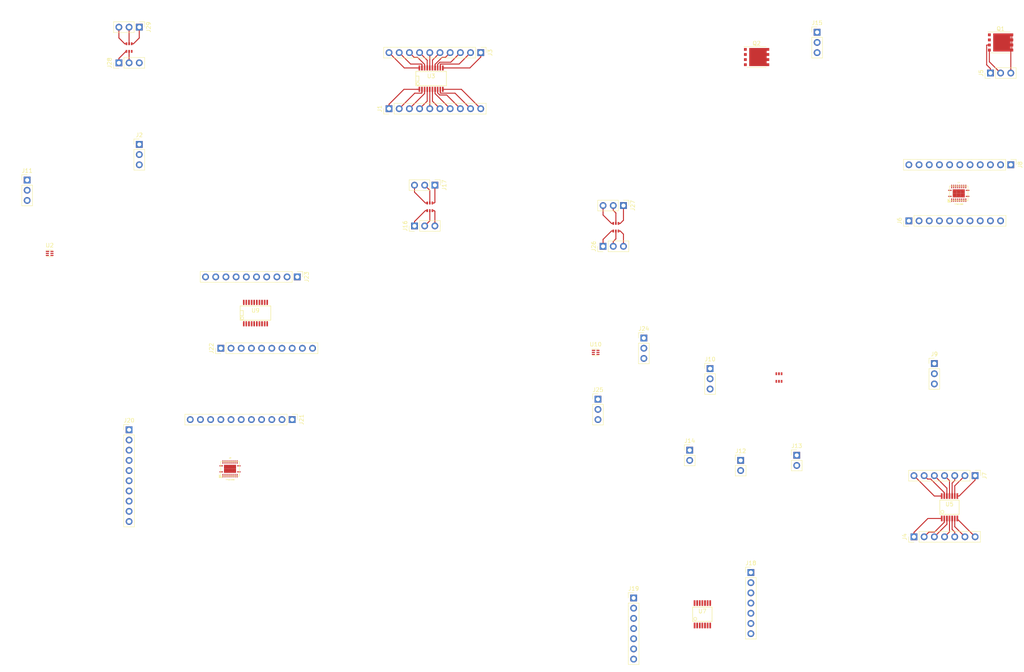
<source format=kicad_pcb>
(kicad_pcb (version 4) (host pcbnew 4.0.7)

  (general
    (links 174)
    (no_connects 143)
    (area 0 0 0 0)
    (thickness 1.6)
    (drawings 0)
    (tracks 157)
    (zones 0)
    (modules 43)
    (nets 159)
  )

  (page A4)
  (layers
    (0 F.Cu signal)
    (31 B.Cu signal)
    (32 B.Adhes user)
    (33 F.Adhes user)
    (34 B.Paste user)
    (35 F.Paste user)
    (36 B.SilkS user)
    (37 F.SilkS user)
    (38 B.Mask user)
    (39 F.Mask user)
    (40 Dwgs.User user)
    (41 Cmts.User user)
    (42 Eco1.User user)
    (43 Eco2.User user)
    (44 Edge.Cuts user)
    (45 Margin user)
    (46 B.CrtYd user)
    (47 F.CrtYd user)
    (48 B.Fab user)
    (49 F.Fab user)
  )

  (setup
    (last_trace_width 0.25)
    (trace_clearance 0.2)
    (zone_clearance 0.508)
    (zone_45_only no)
    (trace_min 0.2)
    (segment_width 0.2)
    (edge_width 0.15)
    (via_size 0.6)
    (via_drill 0.4)
    (via_min_size 0.4)
    (via_min_drill 0.3)
    (uvia_size 0.3)
    (uvia_drill 0.1)
    (uvias_allowed no)
    (uvia_min_size 0.2)
    (uvia_min_drill 0.1)
    (pcb_text_width 0.3)
    (pcb_text_size 1.5 1.5)
    (mod_edge_width 0.15)
    (mod_text_size 1 1)
    (mod_text_width 0.15)
    (pad_size 1.7 1.7)
    (pad_drill 1)
    (pad_to_mask_clearance 0.2)
    (aux_axis_origin 0 0)
    (visible_elements FFFFFF7F)
    (pcbplotparams
      (layerselection 0x00030_80000001)
      (usegerberextensions false)
      (excludeedgelayer true)
      (linewidth 0.100000)
      (plotframeref false)
      (viasonmask false)
      (mode 1)
      (useauxorigin false)
      (hpglpennumber 1)
      (hpglpenspeed 20)
      (hpglpendiameter 15)
      (hpglpenoverlay 2)
      (psnegative false)
      (psa4output false)
      (plotreference true)
      (plotvalue true)
      (plotinvisibletext false)
      (padsonsilk false)
      (subtractmaskfromsilk false)
      (outputformat 1)
      (mirror false)
      (drillshape 1)
      (scaleselection 1)
      (outputdirectory ""))
  )

  (net 0 "")
  (net 1 "Net-(D2-Pad2)")
  (net 2 "Net-(D2-Pad1)")
  (net 3 "Net-(J2-Pad1)")
  (net 4 "Net-(J2-Pad2)")
  (net 5 "Net-(J2-Pad3)")
  (net 6 "Net-(J1-Pad1)")
  (net 7 "Net-(J1-Pad2)")
  (net 8 "Net-(J1-Pad3)")
  (net 9 "Net-(J1-Pad4)")
  (net 10 "Net-(J1-Pad5)")
  (net 11 "Net-(J1-Pad6)")
  (net 12 "Net-(J3-Pad1)")
  (net 13 "Net-(J3-Pad2)")
  (net 14 "Net-(J3-Pad3)")
  (net 15 "Net-(J3-Pad4)")
  (net 16 "Net-(J3-Pad5)")
  (net 17 "Net-(J3-Pad6)")
  (net 18 "Net-(J3-Pad7)")
  (net 19 "Net-(J4-Pad1)")
  (net 20 "Net-(J4-Pad2)")
  (net 21 "Net-(J4-Pad3)")
  (net 22 "Net-(J4-Pad4)")
  (net 23 "Net-(J4-Pad5)")
  (net 24 "Net-(J4-Pad6)")
  (net 25 "Net-(J4-Pad7)")
  (net 26 "Net-(J5-Pad1)")
  (net 27 "Net-(J5-Pad2)")
  (net 28 "Net-(J5-Pad3)")
  (net 29 "Net-(J6-Pad1)")
  (net 30 "Net-(J6-Pad2)")
  (net 31 "Net-(J6-Pad3)")
  (net 32 "Net-(J6-Pad4)")
  (net 33 "Net-(J6-Pad5)")
  (net 34 "Net-(J6-Pad6)")
  (net 35 "Net-(J6-Pad7)")
  (net 36 "Net-(J6-Pad8)")
  (net 37 "Net-(J6-Pad9)")
  (net 38 "Net-(J6-Pad10)")
  (net 39 "Net-(J7-Pad1)")
  (net 40 "Net-(J7-Pad2)")
  (net 41 "Net-(J7-Pad3)")
  (net 42 "Net-(J7-Pad4)")
  (net 43 "Net-(J7-Pad5)")
  (net 44 "Net-(J7-Pad6)")
  (net 45 "Net-(J7-Pad7)")
  (net 46 "Net-(J8-Pad1)")
  (net 47 "Net-(J8-Pad2)")
  (net 48 "Net-(J8-Pad3)")
  (net 49 "Net-(J8-Pad4)")
  (net 50 "Net-(J8-Pad5)")
  (net 51 "Net-(J8-Pad6)")
  (net 52 "Net-(J8-Pad7)")
  (net 53 "Net-(J8-Pad8)")
  (net 54 "Net-(J8-Pad9)")
  (net 55 "Net-(J8-Pad10)")
  (net 56 "Net-(J8-Pad11)")
  (net 57 "Net-(J9-Pad1)")
  (net 58 "Net-(J9-Pad2)")
  (net 59 "Net-(J9-Pad3)")
  (net 60 "Net-(J10-Pad1)")
  (net 61 "Net-(J10-Pad2)")
  (net 62 "Net-(J10-Pad3)")
  (net 63 "Net-(J1-Pad7)")
  (net 64 "Net-(J1-Pad8)")
  (net 65 "Net-(J1-Pad9)")
  (net 66 "Net-(J1-Pad10)")
  (net 67 "Net-(J3-Pad8)")
  (net 68 "Net-(J3-Pad9)")
  (net 69 "Net-(J3-Pad10)")
  (net 70 "Net-(J11-Pad1)")
  (net 71 "Net-(J11-Pad2)")
  (net 72 "Net-(J11-Pad3)")
  (net 73 "Net-(D1-Pad2)")
  (net 74 "Net-(D1-Pad1)")
  (net 75 "Net-(D3-Pad2)")
  (net 76 "Net-(D3-Pad1)")
  (net 77 "Net-(J15-Pad1)")
  (net 78 "Net-(J15-Pad2)")
  (net 79 "Net-(J15-Pad3)")
  (net 80 "Net-(J16-Pad1)")
  (net 81 "Net-(J16-Pad2)")
  (net 82 "Net-(J16-Pad3)")
  (net 83 "Net-(J17-Pad1)")
  (net 84 "Net-(J17-Pad2)")
  (net 85 "Net-(J17-Pad3)")
  (net 86 "Net-(J18-Pad1)")
  (net 87 "Net-(J18-Pad2)")
  (net 88 "Net-(J18-Pad3)")
  (net 89 "Net-(J18-Pad4)")
  (net 90 "Net-(J18-Pad5)")
  (net 91 "Net-(J18-Pad6)")
  (net 92 "Net-(J18-Pad7)")
  (net 93 "Net-(J19-Pad1)")
  (net 94 "Net-(J19-Pad2)")
  (net 95 "Net-(J19-Pad3)")
  (net 96 "Net-(J19-Pad4)")
  (net 97 "Net-(J19-Pad5)")
  (net 98 "Net-(J19-Pad6)")
  (net 99 "Net-(J19-Pad7)")
  (net 100 "Net-(J20-Pad1)")
  (net 101 "Net-(J20-Pad2)")
  (net 102 "Net-(J20-Pad3)")
  (net 103 "Net-(J20-Pad4)")
  (net 104 "Net-(J20-Pad5)")
  (net 105 "Net-(J20-Pad6)")
  (net 106 "Net-(J20-Pad7)")
  (net 107 "Net-(J20-Pad8)")
  (net 108 "Net-(J20-Pad9)")
  (net 109 "Net-(J20-Pad10)")
  (net 110 "Net-(J21-Pad1)")
  (net 111 "Net-(J21-Pad2)")
  (net 112 "Net-(J21-Pad3)")
  (net 113 "Net-(J21-Pad4)")
  (net 114 "Net-(J21-Pad5)")
  (net 115 "Net-(J21-Pad6)")
  (net 116 "Net-(J21-Pad7)")
  (net 117 "Net-(J21-Pad8)")
  (net 118 "Net-(J21-Pad9)")
  (net 119 "Net-(J21-Pad10)")
  (net 120 "Net-(J21-Pad11)")
  (net 121 "Net-(J22-Pad1)")
  (net 122 "Net-(J22-Pad2)")
  (net 123 "Net-(J22-Pad3)")
  (net 124 "Net-(J22-Pad4)")
  (net 125 "Net-(J22-Pad5)")
  (net 126 "Net-(J22-Pad6)")
  (net 127 "Net-(J22-Pad7)")
  (net 128 "Net-(J22-Pad8)")
  (net 129 "Net-(J22-Pad9)")
  (net 130 "Net-(J22-Pad10)")
  (net 131 "Net-(J23-Pad1)")
  (net 132 "Net-(J23-Pad2)")
  (net 133 "Net-(J23-Pad3)")
  (net 134 "Net-(J23-Pad4)")
  (net 135 "Net-(J23-Pad5)")
  (net 136 "Net-(J23-Pad6)")
  (net 137 "Net-(J23-Pad7)")
  (net 138 "Net-(J23-Pad8)")
  (net 139 "Net-(J23-Pad9)")
  (net 140 "Net-(J23-Pad10)")
  (net 141 "Net-(J24-Pad1)")
  (net 142 "Net-(J24-Pad2)")
  (net 143 "Net-(J24-Pad3)")
  (net 144 "Net-(J25-Pad1)")
  (net 145 "Net-(J25-Pad2)")
  (net 146 "Net-(J25-Pad3)")
  (net 147 "Net-(J26-Pad1)")
  (net 148 "Net-(J26-Pad2)")
  (net 149 "Net-(J26-Pad3)")
  (net 150 "Net-(J27-Pad1)")
  (net 151 "Net-(J27-Pad2)")
  (net 152 "Net-(J27-Pad3)")
  (net 153 "Net-(J28-Pad1)")
  (net 154 "Net-(J28-Pad2)")
  (net 155 "Net-(J28-Pad3)")
  (net 156 "Net-(J29-Pad1)")
  (net 157 "Net-(J29-Pad2)")
  (net 158 "Net-(J29-Pad3)")

  (net_class Default "This is the default net class."
    (clearance 0.2)
    (trace_width 0.25)
    (via_dia 0.6)
    (via_drill 0.4)
    (uvia_dia 0.3)
    (uvia_drill 0.1)
    (add_net "Net-(D1-Pad1)")
    (add_net "Net-(D1-Pad2)")
    (add_net "Net-(D2-Pad1)")
    (add_net "Net-(D2-Pad2)")
    (add_net "Net-(D3-Pad1)")
    (add_net "Net-(D3-Pad2)")
    (add_net "Net-(J1-Pad1)")
    (add_net "Net-(J1-Pad10)")
    (add_net "Net-(J1-Pad2)")
    (add_net "Net-(J1-Pad3)")
    (add_net "Net-(J1-Pad4)")
    (add_net "Net-(J1-Pad5)")
    (add_net "Net-(J1-Pad6)")
    (add_net "Net-(J1-Pad7)")
    (add_net "Net-(J1-Pad8)")
    (add_net "Net-(J1-Pad9)")
    (add_net "Net-(J10-Pad1)")
    (add_net "Net-(J10-Pad2)")
    (add_net "Net-(J10-Pad3)")
    (add_net "Net-(J11-Pad1)")
    (add_net "Net-(J11-Pad2)")
    (add_net "Net-(J11-Pad3)")
    (add_net "Net-(J15-Pad1)")
    (add_net "Net-(J15-Pad2)")
    (add_net "Net-(J15-Pad3)")
    (add_net "Net-(J16-Pad1)")
    (add_net "Net-(J16-Pad2)")
    (add_net "Net-(J16-Pad3)")
    (add_net "Net-(J17-Pad1)")
    (add_net "Net-(J17-Pad2)")
    (add_net "Net-(J17-Pad3)")
    (add_net "Net-(J18-Pad1)")
    (add_net "Net-(J18-Pad2)")
    (add_net "Net-(J18-Pad3)")
    (add_net "Net-(J18-Pad4)")
    (add_net "Net-(J18-Pad5)")
    (add_net "Net-(J18-Pad6)")
    (add_net "Net-(J18-Pad7)")
    (add_net "Net-(J19-Pad1)")
    (add_net "Net-(J19-Pad2)")
    (add_net "Net-(J19-Pad3)")
    (add_net "Net-(J19-Pad4)")
    (add_net "Net-(J19-Pad5)")
    (add_net "Net-(J19-Pad6)")
    (add_net "Net-(J19-Pad7)")
    (add_net "Net-(J2-Pad1)")
    (add_net "Net-(J2-Pad2)")
    (add_net "Net-(J2-Pad3)")
    (add_net "Net-(J20-Pad1)")
    (add_net "Net-(J20-Pad10)")
    (add_net "Net-(J20-Pad2)")
    (add_net "Net-(J20-Pad3)")
    (add_net "Net-(J20-Pad4)")
    (add_net "Net-(J20-Pad5)")
    (add_net "Net-(J20-Pad6)")
    (add_net "Net-(J20-Pad7)")
    (add_net "Net-(J20-Pad8)")
    (add_net "Net-(J20-Pad9)")
    (add_net "Net-(J21-Pad1)")
    (add_net "Net-(J21-Pad10)")
    (add_net "Net-(J21-Pad11)")
    (add_net "Net-(J21-Pad2)")
    (add_net "Net-(J21-Pad3)")
    (add_net "Net-(J21-Pad4)")
    (add_net "Net-(J21-Pad5)")
    (add_net "Net-(J21-Pad6)")
    (add_net "Net-(J21-Pad7)")
    (add_net "Net-(J21-Pad8)")
    (add_net "Net-(J21-Pad9)")
    (add_net "Net-(J22-Pad1)")
    (add_net "Net-(J22-Pad10)")
    (add_net "Net-(J22-Pad2)")
    (add_net "Net-(J22-Pad3)")
    (add_net "Net-(J22-Pad4)")
    (add_net "Net-(J22-Pad5)")
    (add_net "Net-(J22-Pad6)")
    (add_net "Net-(J22-Pad7)")
    (add_net "Net-(J22-Pad8)")
    (add_net "Net-(J22-Pad9)")
    (add_net "Net-(J23-Pad1)")
    (add_net "Net-(J23-Pad10)")
    (add_net "Net-(J23-Pad2)")
    (add_net "Net-(J23-Pad3)")
    (add_net "Net-(J23-Pad4)")
    (add_net "Net-(J23-Pad5)")
    (add_net "Net-(J23-Pad6)")
    (add_net "Net-(J23-Pad7)")
    (add_net "Net-(J23-Pad8)")
    (add_net "Net-(J23-Pad9)")
    (add_net "Net-(J24-Pad1)")
    (add_net "Net-(J24-Pad2)")
    (add_net "Net-(J24-Pad3)")
    (add_net "Net-(J25-Pad1)")
    (add_net "Net-(J25-Pad2)")
    (add_net "Net-(J25-Pad3)")
    (add_net "Net-(J26-Pad1)")
    (add_net "Net-(J26-Pad2)")
    (add_net "Net-(J26-Pad3)")
    (add_net "Net-(J27-Pad1)")
    (add_net "Net-(J27-Pad2)")
    (add_net "Net-(J27-Pad3)")
    (add_net "Net-(J28-Pad1)")
    (add_net "Net-(J28-Pad2)")
    (add_net "Net-(J28-Pad3)")
    (add_net "Net-(J29-Pad1)")
    (add_net "Net-(J29-Pad2)")
    (add_net "Net-(J29-Pad3)")
    (add_net "Net-(J3-Pad1)")
    (add_net "Net-(J3-Pad10)")
    (add_net "Net-(J3-Pad2)")
    (add_net "Net-(J3-Pad3)")
    (add_net "Net-(J3-Pad4)")
    (add_net "Net-(J3-Pad5)")
    (add_net "Net-(J3-Pad6)")
    (add_net "Net-(J3-Pad7)")
    (add_net "Net-(J3-Pad8)")
    (add_net "Net-(J3-Pad9)")
    (add_net "Net-(J4-Pad1)")
    (add_net "Net-(J4-Pad2)")
    (add_net "Net-(J4-Pad3)")
    (add_net "Net-(J4-Pad4)")
    (add_net "Net-(J4-Pad5)")
    (add_net "Net-(J4-Pad6)")
    (add_net "Net-(J4-Pad7)")
    (add_net "Net-(J5-Pad1)")
    (add_net "Net-(J5-Pad2)")
    (add_net "Net-(J5-Pad3)")
    (add_net "Net-(J6-Pad1)")
    (add_net "Net-(J6-Pad10)")
    (add_net "Net-(J6-Pad2)")
    (add_net "Net-(J6-Pad3)")
    (add_net "Net-(J6-Pad4)")
    (add_net "Net-(J6-Pad5)")
    (add_net "Net-(J6-Pad6)")
    (add_net "Net-(J6-Pad7)")
    (add_net "Net-(J6-Pad8)")
    (add_net "Net-(J6-Pad9)")
    (add_net "Net-(J7-Pad1)")
    (add_net "Net-(J7-Pad2)")
    (add_net "Net-(J7-Pad3)")
    (add_net "Net-(J7-Pad4)")
    (add_net "Net-(J7-Pad5)")
    (add_net "Net-(J7-Pad6)")
    (add_net "Net-(J7-Pad7)")
    (add_net "Net-(J8-Pad1)")
    (add_net "Net-(J8-Pad10)")
    (add_net "Net-(J8-Pad11)")
    (add_net "Net-(J8-Pad2)")
    (add_net "Net-(J8-Pad3)")
    (add_net "Net-(J8-Pad4)")
    (add_net "Net-(J8-Pad5)")
    (add_net "Net-(J8-Pad6)")
    (add_net "Net-(J8-Pad7)")
    (add_net "Net-(J8-Pad8)")
    (add_net "Net-(J8-Pad9)")
    (add_net "Net-(J9-Pad1)")
    (add_net "Net-(J9-Pad2)")
    (add_net "Net-(J9-Pad3)")
  )

  (module Pin_Headers:Pin_Header_Straight_1x10_Pitch2.54mm (layer F.Cu) (tedit 59650532) (tstamp 5A838675)
    (at 110.49 43.18 90)
    (descr "Through hole straight pin header, 1x10, 2.54mm pitch, single row")
    (tags "Through hole pin header THT 1x10 2.54mm single row")
    (path /5A64F794)
    (fp_text reference J1 (at 0 -2.33 90) (layer F.SilkS)
      (effects (font (size 1 1) (thickness 0.15)))
    )
    (fp_text value Conn_01x10_Male (at 0 25.19 90) (layer F.Fab)
      (effects (font (size 1 1) (thickness 0.15)))
    )
    (fp_line (start -0.635 -1.27) (end 1.27 -1.27) (layer F.Fab) (width 0.1))
    (fp_line (start 1.27 -1.27) (end 1.27 24.13) (layer F.Fab) (width 0.1))
    (fp_line (start 1.27 24.13) (end -1.27 24.13) (layer F.Fab) (width 0.1))
    (fp_line (start -1.27 24.13) (end -1.27 -0.635) (layer F.Fab) (width 0.1))
    (fp_line (start -1.27 -0.635) (end -0.635 -1.27) (layer F.Fab) (width 0.1))
    (fp_line (start -1.33 24.19) (end 1.33 24.19) (layer F.SilkS) (width 0.12))
    (fp_line (start -1.33 1.27) (end -1.33 24.19) (layer F.SilkS) (width 0.12))
    (fp_line (start 1.33 1.27) (end 1.33 24.19) (layer F.SilkS) (width 0.12))
    (fp_line (start -1.33 1.27) (end 1.33 1.27) (layer F.SilkS) (width 0.12))
    (fp_line (start -1.33 0) (end -1.33 -1.33) (layer F.SilkS) (width 0.12))
    (fp_line (start -1.33 -1.33) (end 0 -1.33) (layer F.SilkS) (width 0.12))
    (fp_line (start -1.8 -1.8) (end -1.8 24.65) (layer F.CrtYd) (width 0.05))
    (fp_line (start -1.8 24.65) (end 1.8 24.65) (layer F.CrtYd) (width 0.05))
    (fp_line (start 1.8 24.65) (end 1.8 -1.8) (layer F.CrtYd) (width 0.05))
    (fp_line (start 1.8 -1.8) (end -1.8 -1.8) (layer F.CrtYd) (width 0.05))
    (fp_text user %R (at 0 11.43 180) (layer F.Fab)
      (effects (font (size 1 1) (thickness 0.15)))
    )
    (pad 1 thru_hole rect (at 0 0 90) (size 1.7 1.7) (drill 1) (layers *.Cu *.Mask)
      (net 6 "Net-(J1-Pad1)"))
    (pad 2 thru_hole oval (at 0 2.54 90) (size 1.7 1.7) (drill 1) (layers *.Cu *.Mask)
      (net 7 "Net-(J1-Pad2)"))
    (pad 3 thru_hole oval (at 0 5.08 90) (size 1.7 1.7) (drill 1) (layers *.Cu *.Mask)
      (net 8 "Net-(J1-Pad3)"))
    (pad 4 thru_hole oval (at 0 7.62 90) (size 1.7 1.7) (drill 1) (layers *.Cu *.Mask)
      (net 9 "Net-(J1-Pad4)"))
    (pad 5 thru_hole oval (at 0 10.16 90) (size 1.7 1.7) (drill 1) (layers *.Cu *.Mask)
      (net 10 "Net-(J1-Pad5)"))
    (pad 6 thru_hole oval (at 0 12.7 90) (size 1.7 1.7) (drill 1) (layers *.Cu *.Mask)
      (net 11 "Net-(J1-Pad6)"))
    (pad 7 thru_hole oval (at 0 15.24 90) (size 1.7 1.7) (drill 1) (layers *.Cu *.Mask)
      (net 63 "Net-(J1-Pad7)"))
    (pad 8 thru_hole oval (at 0 17.78 90) (size 1.7 1.7) (drill 1) (layers *.Cu *.Mask)
      (net 64 "Net-(J1-Pad8)"))
    (pad 9 thru_hole oval (at 0 20.32 90) (size 1.7 1.7) (drill 1) (layers *.Cu *.Mask)
      (net 65 "Net-(J1-Pad9)"))
    (pad 10 thru_hole oval (at 0 22.86 90) (size 1.7 1.7) (drill 1) (layers *.Cu *.Mask)
      (net 66 "Net-(J1-Pad10)"))
    (model ${KISYS3DMOD}/Pin_Headers.3dshapes/Pin_Header_Straight_1x10_Pitch2.54mm.wrl
      (at (xyz 0 0 0))
      (scale (xyz 1 1 1))
      (rotate (xyz 0 0 0))
    )
  )

  (module Pin_Headers:Pin_Header_Straight_1x03_Pitch2.54mm (layer F.Cu) (tedit 59650532) (tstamp 5A83868C)
    (at 48.26 52.07)
    (descr "Through hole straight pin header, 1x03, 2.54mm pitch, single row")
    (tags "Through hole pin header THT 1x03 2.54mm single row")
    (path /5A653764)
    (fp_text reference J2 (at 0 -2.33) (layer F.SilkS)
      (effects (font (size 1 1) (thickness 0.15)))
    )
    (fp_text value Conn_01x03_Male (at 0 7.41) (layer F.Fab)
      (effects (font (size 1 1) (thickness 0.15)))
    )
    (fp_line (start -0.635 -1.27) (end 1.27 -1.27) (layer F.Fab) (width 0.1))
    (fp_line (start 1.27 -1.27) (end 1.27 6.35) (layer F.Fab) (width 0.1))
    (fp_line (start 1.27 6.35) (end -1.27 6.35) (layer F.Fab) (width 0.1))
    (fp_line (start -1.27 6.35) (end -1.27 -0.635) (layer F.Fab) (width 0.1))
    (fp_line (start -1.27 -0.635) (end -0.635 -1.27) (layer F.Fab) (width 0.1))
    (fp_line (start -1.33 6.41) (end 1.33 6.41) (layer F.SilkS) (width 0.12))
    (fp_line (start -1.33 1.27) (end -1.33 6.41) (layer F.SilkS) (width 0.12))
    (fp_line (start 1.33 1.27) (end 1.33 6.41) (layer F.SilkS) (width 0.12))
    (fp_line (start -1.33 1.27) (end 1.33 1.27) (layer F.SilkS) (width 0.12))
    (fp_line (start -1.33 0) (end -1.33 -1.33) (layer F.SilkS) (width 0.12))
    (fp_line (start -1.33 -1.33) (end 0 -1.33) (layer F.SilkS) (width 0.12))
    (fp_line (start -1.8 -1.8) (end -1.8 6.85) (layer F.CrtYd) (width 0.05))
    (fp_line (start -1.8 6.85) (end 1.8 6.85) (layer F.CrtYd) (width 0.05))
    (fp_line (start 1.8 6.85) (end 1.8 -1.8) (layer F.CrtYd) (width 0.05))
    (fp_line (start 1.8 -1.8) (end -1.8 -1.8) (layer F.CrtYd) (width 0.05))
    (fp_text user %R (at 0 2.54 90) (layer F.Fab)
      (effects (font (size 1 1) (thickness 0.15)))
    )
    (pad 1 thru_hole rect (at 0 0) (size 1.7 1.7) (drill 1) (layers *.Cu *.Mask)
      (net 3 "Net-(J2-Pad1)"))
    (pad 2 thru_hole oval (at 0 2.54) (size 1.7 1.7) (drill 1) (layers *.Cu *.Mask)
      (net 4 "Net-(J2-Pad2)"))
    (pad 3 thru_hole oval (at 0 5.08) (size 1.7 1.7) (drill 1) (layers *.Cu *.Mask)
      (net 5 "Net-(J2-Pad3)"))
    (model ${KISYS3DMOD}/Pin_Headers.3dshapes/Pin_Header_Straight_1x03_Pitch2.54mm.wrl
      (at (xyz 0 0 0))
      (scale (xyz 1 1 1))
      (rotate (xyz 0 0 0))
    )
  )

  (module Pin_Headers:Pin_Header_Straight_1x10_Pitch2.54mm (layer F.Cu) (tedit 59650532) (tstamp 5A8386AA)
    (at 133.35 29.21 270)
    (descr "Through hole straight pin header, 1x10, 2.54mm pitch, single row")
    (tags "Through hole pin header THT 1x10 2.54mm single row")
    (path /5A64F930)
    (fp_text reference J3 (at 0 -2.33 270) (layer F.SilkS)
      (effects (font (size 1 1) (thickness 0.15)))
    )
    (fp_text value Conn_01x10_Male (at 0 25.19 270) (layer F.Fab)
      (effects (font (size 1 1) (thickness 0.15)))
    )
    (fp_line (start -0.635 -1.27) (end 1.27 -1.27) (layer F.Fab) (width 0.1))
    (fp_line (start 1.27 -1.27) (end 1.27 24.13) (layer F.Fab) (width 0.1))
    (fp_line (start 1.27 24.13) (end -1.27 24.13) (layer F.Fab) (width 0.1))
    (fp_line (start -1.27 24.13) (end -1.27 -0.635) (layer F.Fab) (width 0.1))
    (fp_line (start -1.27 -0.635) (end -0.635 -1.27) (layer F.Fab) (width 0.1))
    (fp_line (start -1.33 24.19) (end 1.33 24.19) (layer F.SilkS) (width 0.12))
    (fp_line (start -1.33 1.27) (end -1.33 24.19) (layer F.SilkS) (width 0.12))
    (fp_line (start 1.33 1.27) (end 1.33 24.19) (layer F.SilkS) (width 0.12))
    (fp_line (start -1.33 1.27) (end 1.33 1.27) (layer F.SilkS) (width 0.12))
    (fp_line (start -1.33 0) (end -1.33 -1.33) (layer F.SilkS) (width 0.12))
    (fp_line (start -1.33 -1.33) (end 0 -1.33) (layer F.SilkS) (width 0.12))
    (fp_line (start -1.8 -1.8) (end -1.8 24.65) (layer F.CrtYd) (width 0.05))
    (fp_line (start -1.8 24.65) (end 1.8 24.65) (layer F.CrtYd) (width 0.05))
    (fp_line (start 1.8 24.65) (end 1.8 -1.8) (layer F.CrtYd) (width 0.05))
    (fp_line (start 1.8 -1.8) (end -1.8 -1.8) (layer F.CrtYd) (width 0.05))
    (fp_text user %R (at 0 11.43 360) (layer F.Fab)
      (effects (font (size 1 1) (thickness 0.15)))
    )
    (pad 1 thru_hole rect (at 0 0 270) (size 1.7 1.7) (drill 1) (layers *.Cu *.Mask)
      (net 12 "Net-(J3-Pad1)"))
    (pad 2 thru_hole oval (at 0 2.54 270) (size 1.7 1.7) (drill 1) (layers *.Cu *.Mask)
      (net 13 "Net-(J3-Pad2)"))
    (pad 3 thru_hole oval (at 0 5.08 270) (size 1.7 1.7) (drill 1) (layers *.Cu *.Mask)
      (net 14 "Net-(J3-Pad3)"))
    (pad 4 thru_hole oval (at 0 7.62 270) (size 1.7 1.7) (drill 1) (layers *.Cu *.Mask)
      (net 15 "Net-(J3-Pad4)"))
    (pad 5 thru_hole oval (at 0 10.16 270) (size 1.7 1.7) (drill 1) (layers *.Cu *.Mask)
      (net 16 "Net-(J3-Pad5)"))
    (pad 6 thru_hole oval (at 0 12.7 270) (size 1.7 1.7) (drill 1) (layers *.Cu *.Mask)
      (net 17 "Net-(J3-Pad6)"))
    (pad 7 thru_hole oval (at 0 15.24 270) (size 1.7 1.7) (drill 1) (layers *.Cu *.Mask)
      (net 18 "Net-(J3-Pad7)"))
    (pad 8 thru_hole oval (at 0 17.78 270) (size 1.7 1.7) (drill 1) (layers *.Cu *.Mask)
      (net 67 "Net-(J3-Pad8)"))
    (pad 9 thru_hole oval (at 0 20.32 270) (size 1.7 1.7) (drill 1) (layers *.Cu *.Mask)
      (net 68 "Net-(J3-Pad9)"))
    (pad 10 thru_hole oval (at 0 22.86 270) (size 1.7 1.7) (drill 1) (layers *.Cu *.Mask)
      (net 69 "Net-(J3-Pad10)"))
    (model ${KISYS3DMOD}/Pin_Headers.3dshapes/Pin_Header_Straight_1x10_Pitch2.54mm.wrl
      (at (xyz 0 0 0))
      (scale (xyz 1 1 1))
      (rotate (xyz 0 0 0))
    )
  )

  (module Pin_Headers:Pin_Header_Straight_1x07_Pitch2.54mm (layer F.Cu) (tedit 59650532) (tstamp 5A8386C5)
    (at 241.3 149.86 90)
    (descr "Through hole straight pin header, 1x07, 2.54mm pitch, single row")
    (tags "Through hole pin header THT 1x07 2.54mm single row")
    (path /5A64FCAD)
    (fp_text reference J4 (at 0 -2.33 90) (layer F.SilkS)
      (effects (font (size 1 1) (thickness 0.15)))
    )
    (fp_text value Conn_01x07_Male (at 0 17.57 90) (layer F.Fab)
      (effects (font (size 1 1) (thickness 0.15)))
    )
    (fp_line (start -0.635 -1.27) (end 1.27 -1.27) (layer F.Fab) (width 0.1))
    (fp_line (start 1.27 -1.27) (end 1.27 16.51) (layer F.Fab) (width 0.1))
    (fp_line (start 1.27 16.51) (end -1.27 16.51) (layer F.Fab) (width 0.1))
    (fp_line (start -1.27 16.51) (end -1.27 -0.635) (layer F.Fab) (width 0.1))
    (fp_line (start -1.27 -0.635) (end -0.635 -1.27) (layer F.Fab) (width 0.1))
    (fp_line (start -1.33 16.57) (end 1.33 16.57) (layer F.SilkS) (width 0.12))
    (fp_line (start -1.33 1.27) (end -1.33 16.57) (layer F.SilkS) (width 0.12))
    (fp_line (start 1.33 1.27) (end 1.33 16.57) (layer F.SilkS) (width 0.12))
    (fp_line (start -1.33 1.27) (end 1.33 1.27) (layer F.SilkS) (width 0.12))
    (fp_line (start -1.33 0) (end -1.33 -1.33) (layer F.SilkS) (width 0.12))
    (fp_line (start -1.33 -1.33) (end 0 -1.33) (layer F.SilkS) (width 0.12))
    (fp_line (start -1.8 -1.8) (end -1.8 17.05) (layer F.CrtYd) (width 0.05))
    (fp_line (start -1.8 17.05) (end 1.8 17.05) (layer F.CrtYd) (width 0.05))
    (fp_line (start 1.8 17.05) (end 1.8 -1.8) (layer F.CrtYd) (width 0.05))
    (fp_line (start 1.8 -1.8) (end -1.8 -1.8) (layer F.CrtYd) (width 0.05))
    (fp_text user %R (at 0 7.62 180) (layer F.Fab)
      (effects (font (size 1 1) (thickness 0.15)))
    )
    (pad 1 thru_hole rect (at 0 0 90) (size 1.7 1.7) (drill 1) (layers *.Cu *.Mask)
      (net 19 "Net-(J4-Pad1)"))
    (pad 2 thru_hole oval (at 0 2.54 90) (size 1.7 1.7) (drill 1) (layers *.Cu *.Mask)
      (net 20 "Net-(J4-Pad2)"))
    (pad 3 thru_hole oval (at 0 5.08 90) (size 1.7 1.7) (drill 1) (layers *.Cu *.Mask)
      (net 21 "Net-(J4-Pad3)"))
    (pad 4 thru_hole oval (at 0 7.62 90) (size 1.7 1.7) (drill 1) (layers *.Cu *.Mask)
      (net 22 "Net-(J4-Pad4)"))
    (pad 5 thru_hole oval (at 0 10.16 90) (size 1.7 1.7) (drill 1) (layers *.Cu *.Mask)
      (net 23 "Net-(J4-Pad5)"))
    (pad 6 thru_hole oval (at 0 12.7 90) (size 1.7 1.7) (drill 1) (layers *.Cu *.Mask)
      (net 24 "Net-(J4-Pad6)"))
    (pad 7 thru_hole oval (at 0 15.24 90) (size 1.7 1.7) (drill 1) (layers *.Cu *.Mask)
      (net 25 "Net-(J4-Pad7)"))
    (model ${KISYS3DMOD}/Pin_Headers.3dshapes/Pin_Header_Straight_1x07_Pitch2.54mm.wrl
      (at (xyz 0 0 0))
      (scale (xyz 1 1 1))
      (rotate (xyz 0 0 0))
    )
  )

  (module Pin_Headers:Pin_Header_Straight_1x03_Pitch2.54mm (layer F.Cu) (tedit 59650532) (tstamp 5A8386DC)
    (at 260.35 34.29 90)
    (descr "Through hole straight pin header, 1x03, 2.54mm pitch, single row")
    (tags "Through hole pin header THT 1x03 2.54mm single row")
    (path /5A652F7D)
    (fp_text reference J5 (at 0 -2.33 90) (layer F.SilkS)
      (effects (font (size 1 1) (thickness 0.15)))
    )
    (fp_text value Conn_01x03_Male (at 0 7.41 90) (layer F.Fab)
      (effects (font (size 1 1) (thickness 0.15)))
    )
    (fp_line (start -0.635 -1.27) (end 1.27 -1.27) (layer F.Fab) (width 0.1))
    (fp_line (start 1.27 -1.27) (end 1.27 6.35) (layer F.Fab) (width 0.1))
    (fp_line (start 1.27 6.35) (end -1.27 6.35) (layer F.Fab) (width 0.1))
    (fp_line (start -1.27 6.35) (end -1.27 -0.635) (layer F.Fab) (width 0.1))
    (fp_line (start -1.27 -0.635) (end -0.635 -1.27) (layer F.Fab) (width 0.1))
    (fp_line (start -1.33 6.41) (end 1.33 6.41) (layer F.SilkS) (width 0.12))
    (fp_line (start -1.33 1.27) (end -1.33 6.41) (layer F.SilkS) (width 0.12))
    (fp_line (start 1.33 1.27) (end 1.33 6.41) (layer F.SilkS) (width 0.12))
    (fp_line (start -1.33 1.27) (end 1.33 1.27) (layer F.SilkS) (width 0.12))
    (fp_line (start -1.33 0) (end -1.33 -1.33) (layer F.SilkS) (width 0.12))
    (fp_line (start -1.33 -1.33) (end 0 -1.33) (layer F.SilkS) (width 0.12))
    (fp_line (start -1.8 -1.8) (end -1.8 6.85) (layer F.CrtYd) (width 0.05))
    (fp_line (start -1.8 6.85) (end 1.8 6.85) (layer F.CrtYd) (width 0.05))
    (fp_line (start 1.8 6.85) (end 1.8 -1.8) (layer F.CrtYd) (width 0.05))
    (fp_line (start 1.8 -1.8) (end -1.8 -1.8) (layer F.CrtYd) (width 0.05))
    (fp_text user %R (at 0 2.54 180) (layer F.Fab)
      (effects (font (size 1 1) (thickness 0.15)))
    )
    (pad 1 thru_hole rect (at 0 0 90) (size 1.7 1.7) (drill 1) (layers *.Cu *.Mask)
      (net 26 "Net-(J5-Pad1)"))
    (pad 2 thru_hole oval (at 0 2.54 90) (size 1.7 1.7) (drill 1) (layers *.Cu *.Mask)
      (net 27 "Net-(J5-Pad2)"))
    (pad 3 thru_hole oval (at 0 5.08 90) (size 1.7 1.7) (drill 1) (layers *.Cu *.Mask)
      (net 28 "Net-(J5-Pad3)"))
    (model ${KISYS3DMOD}/Pin_Headers.3dshapes/Pin_Header_Straight_1x03_Pitch2.54mm.wrl
      (at (xyz 0 0 0))
      (scale (xyz 1 1 1))
      (rotate (xyz 0 0 0))
    )
  )

  (module Pin_Headers:Pin_Header_Straight_1x10_Pitch2.54mm (layer F.Cu) (tedit 59650532) (tstamp 5A8386FA)
    (at 240.03 71.12 90)
    (descr "Through hole straight pin header, 1x10, 2.54mm pitch, single row")
    (tags "Through hole pin header THT 1x10 2.54mm single row")
    (path /5A650832)
    (fp_text reference J6 (at 0 -2.33 90) (layer F.SilkS)
      (effects (font (size 1 1) (thickness 0.15)))
    )
    (fp_text value Conn_01x10_Male (at 0 25.19 90) (layer F.Fab)
      (effects (font (size 1 1) (thickness 0.15)))
    )
    (fp_line (start -0.635 -1.27) (end 1.27 -1.27) (layer F.Fab) (width 0.1))
    (fp_line (start 1.27 -1.27) (end 1.27 24.13) (layer F.Fab) (width 0.1))
    (fp_line (start 1.27 24.13) (end -1.27 24.13) (layer F.Fab) (width 0.1))
    (fp_line (start -1.27 24.13) (end -1.27 -0.635) (layer F.Fab) (width 0.1))
    (fp_line (start -1.27 -0.635) (end -0.635 -1.27) (layer F.Fab) (width 0.1))
    (fp_line (start -1.33 24.19) (end 1.33 24.19) (layer F.SilkS) (width 0.12))
    (fp_line (start -1.33 1.27) (end -1.33 24.19) (layer F.SilkS) (width 0.12))
    (fp_line (start 1.33 1.27) (end 1.33 24.19) (layer F.SilkS) (width 0.12))
    (fp_line (start -1.33 1.27) (end 1.33 1.27) (layer F.SilkS) (width 0.12))
    (fp_line (start -1.33 0) (end -1.33 -1.33) (layer F.SilkS) (width 0.12))
    (fp_line (start -1.33 -1.33) (end 0 -1.33) (layer F.SilkS) (width 0.12))
    (fp_line (start -1.8 -1.8) (end -1.8 24.65) (layer F.CrtYd) (width 0.05))
    (fp_line (start -1.8 24.65) (end 1.8 24.65) (layer F.CrtYd) (width 0.05))
    (fp_line (start 1.8 24.65) (end 1.8 -1.8) (layer F.CrtYd) (width 0.05))
    (fp_line (start 1.8 -1.8) (end -1.8 -1.8) (layer F.CrtYd) (width 0.05))
    (fp_text user %R (at 0 11.43 180) (layer F.Fab)
      (effects (font (size 1 1) (thickness 0.15)))
    )
    (pad 1 thru_hole rect (at 0 0 90) (size 1.7 1.7) (drill 1) (layers *.Cu *.Mask)
      (net 29 "Net-(J6-Pad1)"))
    (pad 2 thru_hole oval (at 0 2.54 90) (size 1.7 1.7) (drill 1) (layers *.Cu *.Mask)
      (net 30 "Net-(J6-Pad2)"))
    (pad 3 thru_hole oval (at 0 5.08 90) (size 1.7 1.7) (drill 1) (layers *.Cu *.Mask)
      (net 31 "Net-(J6-Pad3)"))
    (pad 4 thru_hole oval (at 0 7.62 90) (size 1.7 1.7) (drill 1) (layers *.Cu *.Mask)
      (net 32 "Net-(J6-Pad4)"))
    (pad 5 thru_hole oval (at 0 10.16 90) (size 1.7 1.7) (drill 1) (layers *.Cu *.Mask)
      (net 33 "Net-(J6-Pad5)"))
    (pad 6 thru_hole oval (at 0 12.7 90) (size 1.7 1.7) (drill 1) (layers *.Cu *.Mask)
      (net 34 "Net-(J6-Pad6)"))
    (pad 7 thru_hole oval (at 0 15.24 90) (size 1.7 1.7) (drill 1) (layers *.Cu *.Mask)
      (net 35 "Net-(J6-Pad7)"))
    (pad 8 thru_hole oval (at 0 17.78 90) (size 1.7 1.7) (drill 1) (layers *.Cu *.Mask)
      (net 36 "Net-(J6-Pad8)"))
    (pad 9 thru_hole oval (at 0 20.32 90) (size 1.7 1.7) (drill 1) (layers *.Cu *.Mask)
      (net 37 "Net-(J6-Pad9)"))
    (pad 10 thru_hole oval (at 0 22.86 90) (size 1.7 1.7) (drill 1) (layers *.Cu *.Mask)
      (net 38 "Net-(J6-Pad10)"))
    (model ${KISYS3DMOD}/Pin_Headers.3dshapes/Pin_Header_Straight_1x10_Pitch2.54mm.wrl
      (at (xyz 0 0 0))
      (scale (xyz 1 1 1))
      (rotate (xyz 0 0 0))
    )
  )

  (module Pin_Headers:Pin_Header_Straight_1x07_Pitch2.54mm (layer F.Cu) (tedit 59650532) (tstamp 5A838715)
    (at 256.54 134.62 270)
    (descr "Through hole straight pin header, 1x07, 2.54mm pitch, single row")
    (tags "Through hole pin header THT 1x07 2.54mm single row")
    (path /5A64FD29)
    (fp_text reference J7 (at 0 -2.33 270) (layer F.SilkS)
      (effects (font (size 1 1) (thickness 0.15)))
    )
    (fp_text value Conn_01x07_Male (at 0 17.57 270) (layer F.Fab)
      (effects (font (size 1 1) (thickness 0.15)))
    )
    (fp_line (start -0.635 -1.27) (end 1.27 -1.27) (layer F.Fab) (width 0.1))
    (fp_line (start 1.27 -1.27) (end 1.27 16.51) (layer F.Fab) (width 0.1))
    (fp_line (start 1.27 16.51) (end -1.27 16.51) (layer F.Fab) (width 0.1))
    (fp_line (start -1.27 16.51) (end -1.27 -0.635) (layer F.Fab) (width 0.1))
    (fp_line (start -1.27 -0.635) (end -0.635 -1.27) (layer F.Fab) (width 0.1))
    (fp_line (start -1.33 16.57) (end 1.33 16.57) (layer F.SilkS) (width 0.12))
    (fp_line (start -1.33 1.27) (end -1.33 16.57) (layer F.SilkS) (width 0.12))
    (fp_line (start 1.33 1.27) (end 1.33 16.57) (layer F.SilkS) (width 0.12))
    (fp_line (start -1.33 1.27) (end 1.33 1.27) (layer F.SilkS) (width 0.12))
    (fp_line (start -1.33 0) (end -1.33 -1.33) (layer F.SilkS) (width 0.12))
    (fp_line (start -1.33 -1.33) (end 0 -1.33) (layer F.SilkS) (width 0.12))
    (fp_line (start -1.8 -1.8) (end -1.8 17.05) (layer F.CrtYd) (width 0.05))
    (fp_line (start -1.8 17.05) (end 1.8 17.05) (layer F.CrtYd) (width 0.05))
    (fp_line (start 1.8 17.05) (end 1.8 -1.8) (layer F.CrtYd) (width 0.05))
    (fp_line (start 1.8 -1.8) (end -1.8 -1.8) (layer F.CrtYd) (width 0.05))
    (fp_text user %R (at 0 7.62 360) (layer F.Fab)
      (effects (font (size 1 1) (thickness 0.15)))
    )
    (pad 1 thru_hole rect (at 0 0 270) (size 1.7 1.7) (drill 1) (layers *.Cu *.Mask)
      (net 39 "Net-(J7-Pad1)"))
    (pad 2 thru_hole oval (at 0 2.54 270) (size 1.7 1.7) (drill 1) (layers *.Cu *.Mask)
      (net 40 "Net-(J7-Pad2)"))
    (pad 3 thru_hole oval (at 0 5.08 270) (size 1.7 1.7) (drill 1) (layers *.Cu *.Mask)
      (net 41 "Net-(J7-Pad3)"))
    (pad 4 thru_hole oval (at 0 7.62 270) (size 1.7 1.7) (drill 1) (layers *.Cu *.Mask)
      (net 42 "Net-(J7-Pad4)"))
    (pad 5 thru_hole oval (at 0 10.16 270) (size 1.7 1.7) (drill 1) (layers *.Cu *.Mask)
      (net 43 "Net-(J7-Pad5)"))
    (pad 6 thru_hole oval (at 0 12.7 270) (size 1.7 1.7) (drill 1) (layers *.Cu *.Mask)
      (net 44 "Net-(J7-Pad6)"))
    (pad 7 thru_hole oval (at 0 15.24 270) (size 1.7 1.7) (drill 1) (layers *.Cu *.Mask)
      (net 45 "Net-(J7-Pad7)"))
    (model ${KISYS3DMOD}/Pin_Headers.3dshapes/Pin_Header_Straight_1x07_Pitch2.54mm.wrl
      (at (xyz 0 0 0))
      (scale (xyz 1 1 1))
      (rotate (xyz 0 0 0))
    )
  )

  (module Pin_Headers:Pin_Header_Straight_1x11_Pitch2.54mm (layer F.Cu) (tedit 59650532) (tstamp 5A838734)
    (at 265.43 57.15 270)
    (descr "Through hole straight pin header, 1x11, 2.54mm pitch, single row")
    (tags "Through hole pin header THT 1x11 2.54mm single row")
    (path /5A6508B2)
    (fp_text reference J8 (at 0 -2.33 270) (layer F.SilkS)
      (effects (font (size 1 1) (thickness 0.15)))
    )
    (fp_text value Conn_01x11_Male (at 0 27.73 270) (layer F.Fab)
      (effects (font (size 1 1) (thickness 0.15)))
    )
    (fp_line (start -0.635 -1.27) (end 1.27 -1.27) (layer F.Fab) (width 0.1))
    (fp_line (start 1.27 -1.27) (end 1.27 26.67) (layer F.Fab) (width 0.1))
    (fp_line (start 1.27 26.67) (end -1.27 26.67) (layer F.Fab) (width 0.1))
    (fp_line (start -1.27 26.67) (end -1.27 -0.635) (layer F.Fab) (width 0.1))
    (fp_line (start -1.27 -0.635) (end -0.635 -1.27) (layer F.Fab) (width 0.1))
    (fp_line (start -1.33 26.73) (end 1.33 26.73) (layer F.SilkS) (width 0.12))
    (fp_line (start -1.33 1.27) (end -1.33 26.73) (layer F.SilkS) (width 0.12))
    (fp_line (start 1.33 1.27) (end 1.33 26.73) (layer F.SilkS) (width 0.12))
    (fp_line (start -1.33 1.27) (end 1.33 1.27) (layer F.SilkS) (width 0.12))
    (fp_line (start -1.33 0) (end -1.33 -1.33) (layer F.SilkS) (width 0.12))
    (fp_line (start -1.33 -1.33) (end 0 -1.33) (layer F.SilkS) (width 0.12))
    (fp_line (start -1.8 -1.8) (end -1.8 27.2) (layer F.CrtYd) (width 0.05))
    (fp_line (start -1.8 27.2) (end 1.8 27.2) (layer F.CrtYd) (width 0.05))
    (fp_line (start 1.8 27.2) (end 1.8 -1.8) (layer F.CrtYd) (width 0.05))
    (fp_line (start 1.8 -1.8) (end -1.8 -1.8) (layer F.CrtYd) (width 0.05))
    (fp_text user %R (at 0 12.7 360) (layer F.Fab)
      (effects (font (size 1 1) (thickness 0.15)))
    )
    (pad 1 thru_hole rect (at 0 0 270) (size 1.7 1.7) (drill 1) (layers *.Cu *.Mask)
      (net 46 "Net-(J8-Pad1)"))
    (pad 2 thru_hole oval (at 0 2.54 270) (size 1.7 1.7) (drill 1) (layers *.Cu *.Mask)
      (net 47 "Net-(J8-Pad2)"))
    (pad 3 thru_hole oval (at 0 5.08 270) (size 1.7 1.7) (drill 1) (layers *.Cu *.Mask)
      (net 48 "Net-(J8-Pad3)"))
    (pad 4 thru_hole oval (at 0 7.62 270) (size 1.7 1.7) (drill 1) (layers *.Cu *.Mask)
      (net 49 "Net-(J8-Pad4)"))
    (pad 5 thru_hole oval (at 0 10.16 270) (size 1.7 1.7) (drill 1) (layers *.Cu *.Mask)
      (net 50 "Net-(J8-Pad5)"))
    (pad 6 thru_hole oval (at 0 12.7 270) (size 1.7 1.7) (drill 1) (layers *.Cu *.Mask)
      (net 51 "Net-(J8-Pad6)"))
    (pad 7 thru_hole oval (at 0 15.24 270) (size 1.7 1.7) (drill 1) (layers *.Cu *.Mask)
      (net 52 "Net-(J8-Pad7)"))
    (pad 8 thru_hole oval (at 0 17.78 270) (size 1.7 1.7) (drill 1) (layers *.Cu *.Mask)
      (net 53 "Net-(J8-Pad8)"))
    (pad 9 thru_hole oval (at 0 20.32 270) (size 1.7 1.7) (drill 1) (layers *.Cu *.Mask)
      (net 54 "Net-(J8-Pad9)"))
    (pad 10 thru_hole oval (at 0 22.86 270) (size 1.7 1.7) (drill 1) (layers *.Cu *.Mask)
      (net 55 "Net-(J8-Pad10)"))
    (pad 11 thru_hole oval (at 0 25.4 270) (size 1.7 1.7) (drill 1) (layers *.Cu *.Mask)
      (net 56 "Net-(J8-Pad11)"))
    (model ${KISYS3DMOD}/Pin_Headers.3dshapes/Pin_Header_Straight_1x11_Pitch2.54mm.wrl
      (at (xyz 0 0 0))
      (scale (xyz 1 1 1))
      (rotate (xyz 0 0 0))
    )
  )

  (module Pin_Headers:Pin_Header_Straight_1x03_Pitch2.54mm (layer F.Cu) (tedit 59650532) (tstamp 5A83874B)
    (at 246.38 106.68)
    (descr "Through hole straight pin header, 1x03, 2.54mm pitch, single row")
    (tags "Through hole pin header THT 1x03 2.54mm single row")
    (path /5A650138)
    (fp_text reference J9 (at 0 -2.33) (layer F.SilkS)
      (effects (font (size 1 1) (thickness 0.15)))
    )
    (fp_text value Conn_01x03_Male (at 0 7.41) (layer F.Fab)
      (effects (font (size 1 1) (thickness 0.15)))
    )
    (fp_line (start -0.635 -1.27) (end 1.27 -1.27) (layer F.Fab) (width 0.1))
    (fp_line (start 1.27 -1.27) (end 1.27 6.35) (layer F.Fab) (width 0.1))
    (fp_line (start 1.27 6.35) (end -1.27 6.35) (layer F.Fab) (width 0.1))
    (fp_line (start -1.27 6.35) (end -1.27 -0.635) (layer F.Fab) (width 0.1))
    (fp_line (start -1.27 -0.635) (end -0.635 -1.27) (layer F.Fab) (width 0.1))
    (fp_line (start -1.33 6.41) (end 1.33 6.41) (layer F.SilkS) (width 0.12))
    (fp_line (start -1.33 1.27) (end -1.33 6.41) (layer F.SilkS) (width 0.12))
    (fp_line (start 1.33 1.27) (end 1.33 6.41) (layer F.SilkS) (width 0.12))
    (fp_line (start -1.33 1.27) (end 1.33 1.27) (layer F.SilkS) (width 0.12))
    (fp_line (start -1.33 0) (end -1.33 -1.33) (layer F.SilkS) (width 0.12))
    (fp_line (start -1.33 -1.33) (end 0 -1.33) (layer F.SilkS) (width 0.12))
    (fp_line (start -1.8 -1.8) (end -1.8 6.85) (layer F.CrtYd) (width 0.05))
    (fp_line (start -1.8 6.85) (end 1.8 6.85) (layer F.CrtYd) (width 0.05))
    (fp_line (start 1.8 6.85) (end 1.8 -1.8) (layer F.CrtYd) (width 0.05))
    (fp_line (start 1.8 -1.8) (end -1.8 -1.8) (layer F.CrtYd) (width 0.05))
    (fp_text user %R (at 0 2.54 90) (layer F.Fab)
      (effects (font (size 1 1) (thickness 0.15)))
    )
    (pad 1 thru_hole rect (at 0 0) (size 1.7 1.7) (drill 1) (layers *.Cu *.Mask)
      (net 57 "Net-(J9-Pad1)"))
    (pad 2 thru_hole oval (at 0 2.54) (size 1.7 1.7) (drill 1) (layers *.Cu *.Mask)
      (net 58 "Net-(J9-Pad2)"))
    (pad 3 thru_hole oval (at 0 5.08) (size 1.7 1.7) (drill 1) (layers *.Cu *.Mask)
      (net 59 "Net-(J9-Pad3)"))
    (model ${KISYS3DMOD}/Pin_Headers.3dshapes/Pin_Header_Straight_1x03_Pitch2.54mm.wrl
      (at (xyz 0 0 0))
      (scale (xyz 1 1 1))
      (rotate (xyz 0 0 0))
    )
  )

  (module Pin_Headers:Pin_Header_Straight_1x03_Pitch2.54mm (layer F.Cu) (tedit 59650532) (tstamp 5A838762)
    (at 190.5 107.95)
    (descr "Through hole straight pin header, 1x03, 2.54mm pitch, single row")
    (tags "Through hole pin header THT 1x03 2.54mm single row")
    (path /5A6501B9)
    (fp_text reference J10 (at 0 -2.33) (layer F.SilkS)
      (effects (font (size 1 1) (thickness 0.15)))
    )
    (fp_text value Conn_01x03_Male (at 0 7.41) (layer F.Fab)
      (effects (font (size 1 1) (thickness 0.15)))
    )
    (fp_line (start -0.635 -1.27) (end 1.27 -1.27) (layer F.Fab) (width 0.1))
    (fp_line (start 1.27 -1.27) (end 1.27 6.35) (layer F.Fab) (width 0.1))
    (fp_line (start 1.27 6.35) (end -1.27 6.35) (layer F.Fab) (width 0.1))
    (fp_line (start -1.27 6.35) (end -1.27 -0.635) (layer F.Fab) (width 0.1))
    (fp_line (start -1.27 -0.635) (end -0.635 -1.27) (layer F.Fab) (width 0.1))
    (fp_line (start -1.33 6.41) (end 1.33 6.41) (layer F.SilkS) (width 0.12))
    (fp_line (start -1.33 1.27) (end -1.33 6.41) (layer F.SilkS) (width 0.12))
    (fp_line (start 1.33 1.27) (end 1.33 6.41) (layer F.SilkS) (width 0.12))
    (fp_line (start -1.33 1.27) (end 1.33 1.27) (layer F.SilkS) (width 0.12))
    (fp_line (start -1.33 0) (end -1.33 -1.33) (layer F.SilkS) (width 0.12))
    (fp_line (start -1.33 -1.33) (end 0 -1.33) (layer F.SilkS) (width 0.12))
    (fp_line (start -1.8 -1.8) (end -1.8 6.85) (layer F.CrtYd) (width 0.05))
    (fp_line (start -1.8 6.85) (end 1.8 6.85) (layer F.CrtYd) (width 0.05))
    (fp_line (start 1.8 6.85) (end 1.8 -1.8) (layer F.CrtYd) (width 0.05))
    (fp_line (start 1.8 -1.8) (end -1.8 -1.8) (layer F.CrtYd) (width 0.05))
    (fp_text user %R (at 0 2.54 90) (layer F.Fab)
      (effects (font (size 1 1) (thickness 0.15)))
    )
    (pad 1 thru_hole rect (at 0 0) (size 1.7 1.7) (drill 1) (layers *.Cu *.Mask)
      (net 60 "Net-(J10-Pad1)"))
    (pad 2 thru_hole oval (at 0 2.54) (size 1.7 1.7) (drill 1) (layers *.Cu *.Mask)
      (net 61 "Net-(J10-Pad2)"))
    (pad 3 thru_hole oval (at 0 5.08) (size 1.7 1.7) (drill 1) (layers *.Cu *.Mask)
      (net 62 "Net-(J10-Pad3)"))
    (model ${KISYS3DMOD}/Pin_Headers.3dshapes/Pin_Header_Straight_1x03_Pitch2.54mm.wrl
      (at (xyz 0 0 0))
      (scale (xyz 1 1 1))
      (rotate (xyz 0 0 0))
    )
  )

  (module Pin_Headers:Pin_Header_Straight_1x03_Pitch2.54mm (layer F.Cu) (tedit 59650532) (tstamp 5A838779)
    (at 20.32 60.96)
    (descr "Through hole straight pin header, 1x03, 2.54mm pitch, single row")
    (tags "Through hole pin header THT 1x03 2.54mm single row")
    (path /5A6537DA)
    (fp_text reference J11 (at 0 -2.33) (layer F.SilkS)
      (effects (font (size 1 1) (thickness 0.15)))
    )
    (fp_text value Conn_01x03_Male (at 0 7.41) (layer F.Fab)
      (effects (font (size 1 1) (thickness 0.15)))
    )
    (fp_line (start -0.635 -1.27) (end 1.27 -1.27) (layer F.Fab) (width 0.1))
    (fp_line (start 1.27 -1.27) (end 1.27 6.35) (layer F.Fab) (width 0.1))
    (fp_line (start 1.27 6.35) (end -1.27 6.35) (layer F.Fab) (width 0.1))
    (fp_line (start -1.27 6.35) (end -1.27 -0.635) (layer F.Fab) (width 0.1))
    (fp_line (start -1.27 -0.635) (end -0.635 -1.27) (layer F.Fab) (width 0.1))
    (fp_line (start -1.33 6.41) (end 1.33 6.41) (layer F.SilkS) (width 0.12))
    (fp_line (start -1.33 1.27) (end -1.33 6.41) (layer F.SilkS) (width 0.12))
    (fp_line (start 1.33 1.27) (end 1.33 6.41) (layer F.SilkS) (width 0.12))
    (fp_line (start -1.33 1.27) (end 1.33 1.27) (layer F.SilkS) (width 0.12))
    (fp_line (start -1.33 0) (end -1.33 -1.33) (layer F.SilkS) (width 0.12))
    (fp_line (start -1.33 -1.33) (end 0 -1.33) (layer F.SilkS) (width 0.12))
    (fp_line (start -1.8 -1.8) (end -1.8 6.85) (layer F.CrtYd) (width 0.05))
    (fp_line (start -1.8 6.85) (end 1.8 6.85) (layer F.CrtYd) (width 0.05))
    (fp_line (start 1.8 6.85) (end 1.8 -1.8) (layer F.CrtYd) (width 0.05))
    (fp_line (start 1.8 -1.8) (end -1.8 -1.8) (layer F.CrtYd) (width 0.05))
    (fp_text user %R (at 0 2.54 90) (layer F.Fab)
      (effects (font (size 1 1) (thickness 0.15)))
    )
    (pad 1 thru_hole rect (at 0 0) (size 1.7 1.7) (drill 1) (layers *.Cu *.Mask)
      (net 70 "Net-(J11-Pad1)"))
    (pad 2 thru_hole oval (at 0 2.54) (size 1.7 1.7) (drill 1) (layers *.Cu *.Mask)
      (net 71 "Net-(J11-Pad2)"))
    (pad 3 thru_hole oval (at 0 5.08) (size 1.7 1.7) (drill 1) (layers *.Cu *.Mask)
      (net 72 "Net-(J11-Pad3)"))
    (model ${KISYS3DMOD}/Pin_Headers.3dshapes/Pin_Header_Straight_1x03_Pitch2.54mm.wrl
      (at (xyz 0 0 0))
      (scale (xyz 1 1 1))
      (rotate (xyz 0 0 0))
    )
  )

  (module Pin_Headers:Pin_Header_Straight_1x02_Pitch2.54mm (layer F.Cu) (tedit 59650532) (tstamp 5A83878F)
    (at 198.12 130.81)
    (descr "Through hole straight pin header, 1x02, 2.54mm pitch, single row")
    (tags "Through hole pin header THT 1x02 2.54mm single row")
    (path /5A653C0B)
    (fp_text reference J12 (at 0 -2.33) (layer F.SilkS)
      (effects (font (size 1 1) (thickness 0.15)))
    )
    (fp_text value Conn_01x02_Male (at 0 4.87) (layer F.Fab)
      (effects (font (size 1 1) (thickness 0.15)))
    )
    (fp_line (start -0.635 -1.27) (end 1.27 -1.27) (layer F.Fab) (width 0.1))
    (fp_line (start 1.27 -1.27) (end 1.27 3.81) (layer F.Fab) (width 0.1))
    (fp_line (start 1.27 3.81) (end -1.27 3.81) (layer F.Fab) (width 0.1))
    (fp_line (start -1.27 3.81) (end -1.27 -0.635) (layer F.Fab) (width 0.1))
    (fp_line (start -1.27 -0.635) (end -0.635 -1.27) (layer F.Fab) (width 0.1))
    (fp_line (start -1.33 3.87) (end 1.33 3.87) (layer F.SilkS) (width 0.12))
    (fp_line (start -1.33 1.27) (end -1.33 3.87) (layer F.SilkS) (width 0.12))
    (fp_line (start 1.33 1.27) (end 1.33 3.87) (layer F.SilkS) (width 0.12))
    (fp_line (start -1.33 1.27) (end 1.33 1.27) (layer F.SilkS) (width 0.12))
    (fp_line (start -1.33 0) (end -1.33 -1.33) (layer F.SilkS) (width 0.12))
    (fp_line (start -1.33 -1.33) (end 0 -1.33) (layer F.SilkS) (width 0.12))
    (fp_line (start -1.8 -1.8) (end -1.8 4.35) (layer F.CrtYd) (width 0.05))
    (fp_line (start -1.8 4.35) (end 1.8 4.35) (layer F.CrtYd) (width 0.05))
    (fp_line (start 1.8 4.35) (end 1.8 -1.8) (layer F.CrtYd) (width 0.05))
    (fp_line (start 1.8 -1.8) (end -1.8 -1.8) (layer F.CrtYd) (width 0.05))
    (fp_text user %R (at 0 1.27 90) (layer F.Fab)
      (effects (font (size 1 1) (thickness 0.15)))
    )
    (pad 1 thru_hole rect (at 0 0) (size 1.7 1.7) (drill 1) (layers *.Cu *.Mask)
      (net 2 "Net-(D2-Pad1)"))
    (pad 2 thru_hole oval (at 0 2.54) (size 1.7 1.7) (drill 1) (layers *.Cu *.Mask)
      (net 1 "Net-(D2-Pad2)"))
    (model ${KISYS3DMOD}/Pin_Headers.3dshapes/Pin_Header_Straight_1x02_Pitch2.54mm.wrl
      (at (xyz 0 0 0))
      (scale (xyz 1 1 1))
      (rotate (xyz 0 0 0))
    )
  )

  (module Pin_Headers:Pin_Header_Straight_1x02_Pitch2.54mm (layer F.Cu) (tedit 59650532) (tstamp 5A8387A5)
    (at 212.09 129.54)
    (descr "Through hole straight pin header, 1x02, 2.54mm pitch, single row")
    (tags "Through hole pin header THT 1x02 2.54mm single row")
    (path /5A654934)
    (fp_text reference J13 (at 0 -2.33) (layer F.SilkS)
      (effects (font (size 1 1) (thickness 0.15)))
    )
    (fp_text value Conn_01x02_Male (at 0 4.87) (layer F.Fab)
      (effects (font (size 1 1) (thickness 0.15)))
    )
    (fp_line (start -0.635 -1.27) (end 1.27 -1.27) (layer F.Fab) (width 0.1))
    (fp_line (start 1.27 -1.27) (end 1.27 3.81) (layer F.Fab) (width 0.1))
    (fp_line (start 1.27 3.81) (end -1.27 3.81) (layer F.Fab) (width 0.1))
    (fp_line (start -1.27 3.81) (end -1.27 -0.635) (layer F.Fab) (width 0.1))
    (fp_line (start -1.27 -0.635) (end -0.635 -1.27) (layer F.Fab) (width 0.1))
    (fp_line (start -1.33 3.87) (end 1.33 3.87) (layer F.SilkS) (width 0.12))
    (fp_line (start -1.33 1.27) (end -1.33 3.87) (layer F.SilkS) (width 0.12))
    (fp_line (start 1.33 1.27) (end 1.33 3.87) (layer F.SilkS) (width 0.12))
    (fp_line (start -1.33 1.27) (end 1.33 1.27) (layer F.SilkS) (width 0.12))
    (fp_line (start -1.33 0) (end -1.33 -1.33) (layer F.SilkS) (width 0.12))
    (fp_line (start -1.33 -1.33) (end 0 -1.33) (layer F.SilkS) (width 0.12))
    (fp_line (start -1.8 -1.8) (end -1.8 4.35) (layer F.CrtYd) (width 0.05))
    (fp_line (start -1.8 4.35) (end 1.8 4.35) (layer F.CrtYd) (width 0.05))
    (fp_line (start 1.8 4.35) (end 1.8 -1.8) (layer F.CrtYd) (width 0.05))
    (fp_line (start 1.8 -1.8) (end -1.8 -1.8) (layer F.CrtYd) (width 0.05))
    (fp_text user %R (at 0 1.27 90) (layer F.Fab)
      (effects (font (size 1 1) (thickness 0.15)))
    )
    (pad 1 thru_hole rect (at 0 0) (size 1.7 1.7) (drill 1) (layers *.Cu *.Mask)
      (net 74 "Net-(D1-Pad1)"))
    (pad 2 thru_hole oval (at 0 2.54) (size 1.7 1.7) (drill 1) (layers *.Cu *.Mask)
      (net 73 "Net-(D1-Pad2)"))
    (model ${KISYS3DMOD}/Pin_Headers.3dshapes/Pin_Header_Straight_1x02_Pitch2.54mm.wrl
      (at (xyz 0 0 0))
      (scale (xyz 1 1 1))
      (rotate (xyz 0 0 0))
    )
  )

  (module Pin_Headers:Pin_Header_Straight_1x02_Pitch2.54mm (layer F.Cu) (tedit 59650532) (tstamp 5A8387BB)
    (at 185.42 128.27)
    (descr "Through hole straight pin header, 1x02, 2.54mm pitch, single row")
    (tags "Through hole pin header THT 1x02 2.54mm single row")
    (path /5A6549DB)
    (fp_text reference J14 (at 0 -2.33) (layer F.SilkS)
      (effects (font (size 1 1) (thickness 0.15)))
    )
    (fp_text value Conn_01x02_Male (at 0 4.87) (layer F.Fab)
      (effects (font (size 1 1) (thickness 0.15)))
    )
    (fp_line (start -0.635 -1.27) (end 1.27 -1.27) (layer F.Fab) (width 0.1))
    (fp_line (start 1.27 -1.27) (end 1.27 3.81) (layer F.Fab) (width 0.1))
    (fp_line (start 1.27 3.81) (end -1.27 3.81) (layer F.Fab) (width 0.1))
    (fp_line (start -1.27 3.81) (end -1.27 -0.635) (layer F.Fab) (width 0.1))
    (fp_line (start -1.27 -0.635) (end -0.635 -1.27) (layer F.Fab) (width 0.1))
    (fp_line (start -1.33 3.87) (end 1.33 3.87) (layer F.SilkS) (width 0.12))
    (fp_line (start -1.33 1.27) (end -1.33 3.87) (layer F.SilkS) (width 0.12))
    (fp_line (start 1.33 1.27) (end 1.33 3.87) (layer F.SilkS) (width 0.12))
    (fp_line (start -1.33 1.27) (end 1.33 1.27) (layer F.SilkS) (width 0.12))
    (fp_line (start -1.33 0) (end -1.33 -1.33) (layer F.SilkS) (width 0.12))
    (fp_line (start -1.33 -1.33) (end 0 -1.33) (layer F.SilkS) (width 0.12))
    (fp_line (start -1.8 -1.8) (end -1.8 4.35) (layer F.CrtYd) (width 0.05))
    (fp_line (start -1.8 4.35) (end 1.8 4.35) (layer F.CrtYd) (width 0.05))
    (fp_line (start 1.8 4.35) (end 1.8 -1.8) (layer F.CrtYd) (width 0.05))
    (fp_line (start 1.8 -1.8) (end -1.8 -1.8) (layer F.CrtYd) (width 0.05))
    (fp_text user %R (at 0 1.27 90) (layer F.Fab)
      (effects (font (size 1 1) (thickness 0.15)))
    )
    (pad 1 thru_hole rect (at 0 0) (size 1.7 1.7) (drill 1) (layers *.Cu *.Mask)
      (net 76 "Net-(D3-Pad1)"))
    (pad 2 thru_hole oval (at 0 2.54) (size 1.7 1.7) (drill 1) (layers *.Cu *.Mask)
      (net 75 "Net-(D3-Pad2)"))
    (model ${KISYS3DMOD}/Pin_Headers.3dshapes/Pin_Header_Straight_1x02_Pitch2.54mm.wrl
      (at (xyz 0 0 0))
      (scale (xyz 1 1 1))
      (rotate (xyz 0 0 0))
    )
  )

  (module Pin_Headers:Pin_Header_Straight_1x03_Pitch2.54mm (layer F.Cu) (tedit 59650532) (tstamp 5A8387D2)
    (at 217.17 24.13)
    (descr "Through hole straight pin header, 1x03, 2.54mm pitch, single row")
    (tags "Through hole pin header THT 1x03 2.54mm single row")
    (path /5A655477)
    (fp_text reference J15 (at 0 -2.33) (layer F.SilkS)
      (effects (font (size 1 1) (thickness 0.15)))
    )
    (fp_text value Conn_01x03_Male (at 0 7.41) (layer F.Fab)
      (effects (font (size 1 1) (thickness 0.15)))
    )
    (fp_line (start -0.635 -1.27) (end 1.27 -1.27) (layer F.Fab) (width 0.1))
    (fp_line (start 1.27 -1.27) (end 1.27 6.35) (layer F.Fab) (width 0.1))
    (fp_line (start 1.27 6.35) (end -1.27 6.35) (layer F.Fab) (width 0.1))
    (fp_line (start -1.27 6.35) (end -1.27 -0.635) (layer F.Fab) (width 0.1))
    (fp_line (start -1.27 -0.635) (end -0.635 -1.27) (layer F.Fab) (width 0.1))
    (fp_line (start -1.33 6.41) (end 1.33 6.41) (layer F.SilkS) (width 0.12))
    (fp_line (start -1.33 1.27) (end -1.33 6.41) (layer F.SilkS) (width 0.12))
    (fp_line (start 1.33 1.27) (end 1.33 6.41) (layer F.SilkS) (width 0.12))
    (fp_line (start -1.33 1.27) (end 1.33 1.27) (layer F.SilkS) (width 0.12))
    (fp_line (start -1.33 0) (end -1.33 -1.33) (layer F.SilkS) (width 0.12))
    (fp_line (start -1.33 -1.33) (end 0 -1.33) (layer F.SilkS) (width 0.12))
    (fp_line (start -1.8 -1.8) (end -1.8 6.85) (layer F.CrtYd) (width 0.05))
    (fp_line (start -1.8 6.85) (end 1.8 6.85) (layer F.CrtYd) (width 0.05))
    (fp_line (start 1.8 6.85) (end 1.8 -1.8) (layer F.CrtYd) (width 0.05))
    (fp_line (start 1.8 -1.8) (end -1.8 -1.8) (layer F.CrtYd) (width 0.05))
    (fp_text user %R (at 0 2.54 90) (layer F.Fab)
      (effects (font (size 1 1) (thickness 0.15)))
    )
    (pad 1 thru_hole rect (at 0 0) (size 1.7 1.7) (drill 1) (layers *.Cu *.Mask)
      (net 77 "Net-(J15-Pad1)"))
    (pad 2 thru_hole oval (at 0 2.54) (size 1.7 1.7) (drill 1) (layers *.Cu *.Mask)
      (net 78 "Net-(J15-Pad2)"))
    (pad 3 thru_hole oval (at 0 5.08) (size 1.7 1.7) (drill 1) (layers *.Cu *.Mask)
      (net 79 "Net-(J15-Pad3)"))
    (model ${KISYS3DMOD}/Pin_Headers.3dshapes/Pin_Header_Straight_1x03_Pitch2.54mm.wrl
      (at (xyz 0 0 0))
      (scale (xyz 1 1 1))
      (rotate (xyz 0 0 0))
    )
  )

  (module Pin_Headers:Pin_Header_Straight_1x03_Pitch2.54mm (layer F.Cu) (tedit 59650532) (tstamp 5A8387E9)
    (at 116.84 72.39 90)
    (descr "Through hole straight pin header, 1x03, 2.54mm pitch, single row")
    (tags "Through hole pin header THT 1x03 2.54mm single row")
    (path /5A655D54)
    (fp_text reference J16 (at 0 -2.33 90) (layer F.SilkS)
      (effects (font (size 1 1) (thickness 0.15)))
    )
    (fp_text value Conn_01x03_Male (at 0 7.41 90) (layer F.Fab)
      (effects (font (size 1 1) (thickness 0.15)))
    )
    (fp_line (start -0.635 -1.27) (end 1.27 -1.27) (layer F.Fab) (width 0.1))
    (fp_line (start 1.27 -1.27) (end 1.27 6.35) (layer F.Fab) (width 0.1))
    (fp_line (start 1.27 6.35) (end -1.27 6.35) (layer F.Fab) (width 0.1))
    (fp_line (start -1.27 6.35) (end -1.27 -0.635) (layer F.Fab) (width 0.1))
    (fp_line (start -1.27 -0.635) (end -0.635 -1.27) (layer F.Fab) (width 0.1))
    (fp_line (start -1.33 6.41) (end 1.33 6.41) (layer F.SilkS) (width 0.12))
    (fp_line (start -1.33 1.27) (end -1.33 6.41) (layer F.SilkS) (width 0.12))
    (fp_line (start 1.33 1.27) (end 1.33 6.41) (layer F.SilkS) (width 0.12))
    (fp_line (start -1.33 1.27) (end 1.33 1.27) (layer F.SilkS) (width 0.12))
    (fp_line (start -1.33 0) (end -1.33 -1.33) (layer F.SilkS) (width 0.12))
    (fp_line (start -1.33 -1.33) (end 0 -1.33) (layer F.SilkS) (width 0.12))
    (fp_line (start -1.8 -1.8) (end -1.8 6.85) (layer F.CrtYd) (width 0.05))
    (fp_line (start -1.8 6.85) (end 1.8 6.85) (layer F.CrtYd) (width 0.05))
    (fp_line (start 1.8 6.85) (end 1.8 -1.8) (layer F.CrtYd) (width 0.05))
    (fp_line (start 1.8 -1.8) (end -1.8 -1.8) (layer F.CrtYd) (width 0.05))
    (fp_text user %R (at 0 2.54 180) (layer F.Fab)
      (effects (font (size 1 1) (thickness 0.15)))
    )
    (pad 1 thru_hole rect (at 0 0 90) (size 1.7 1.7) (drill 1) (layers *.Cu *.Mask)
      (net 80 "Net-(J16-Pad1)"))
    (pad 2 thru_hole oval (at 0 2.54 90) (size 1.7 1.7) (drill 1) (layers *.Cu *.Mask)
      (net 81 "Net-(J16-Pad2)"))
    (pad 3 thru_hole oval (at 0 5.08 90) (size 1.7 1.7) (drill 1) (layers *.Cu *.Mask)
      (net 82 "Net-(J16-Pad3)"))
    (model ${KISYS3DMOD}/Pin_Headers.3dshapes/Pin_Header_Straight_1x03_Pitch2.54mm.wrl
      (at (xyz 0 0 0))
      (scale (xyz 1 1 1))
      (rotate (xyz 0 0 0))
    )
  )

  (module Pin_Headers:Pin_Header_Straight_1x03_Pitch2.54mm (layer F.Cu) (tedit 59650532) (tstamp 5A838800)
    (at 121.92 62.23 270)
    (descr "Through hole straight pin header, 1x03, 2.54mm pitch, single row")
    (tags "Through hole pin header THT 1x03 2.54mm single row")
    (path /5A655DF5)
    (fp_text reference J17 (at 0 -2.33 270) (layer F.SilkS)
      (effects (font (size 1 1) (thickness 0.15)))
    )
    (fp_text value Conn_01x03_Male (at 0 7.41 270) (layer F.Fab)
      (effects (font (size 1 1) (thickness 0.15)))
    )
    (fp_line (start -0.635 -1.27) (end 1.27 -1.27) (layer F.Fab) (width 0.1))
    (fp_line (start 1.27 -1.27) (end 1.27 6.35) (layer F.Fab) (width 0.1))
    (fp_line (start 1.27 6.35) (end -1.27 6.35) (layer F.Fab) (width 0.1))
    (fp_line (start -1.27 6.35) (end -1.27 -0.635) (layer F.Fab) (width 0.1))
    (fp_line (start -1.27 -0.635) (end -0.635 -1.27) (layer F.Fab) (width 0.1))
    (fp_line (start -1.33 6.41) (end 1.33 6.41) (layer F.SilkS) (width 0.12))
    (fp_line (start -1.33 1.27) (end -1.33 6.41) (layer F.SilkS) (width 0.12))
    (fp_line (start 1.33 1.27) (end 1.33 6.41) (layer F.SilkS) (width 0.12))
    (fp_line (start -1.33 1.27) (end 1.33 1.27) (layer F.SilkS) (width 0.12))
    (fp_line (start -1.33 0) (end -1.33 -1.33) (layer F.SilkS) (width 0.12))
    (fp_line (start -1.33 -1.33) (end 0 -1.33) (layer F.SilkS) (width 0.12))
    (fp_line (start -1.8 -1.8) (end -1.8 6.85) (layer F.CrtYd) (width 0.05))
    (fp_line (start -1.8 6.85) (end 1.8 6.85) (layer F.CrtYd) (width 0.05))
    (fp_line (start 1.8 6.85) (end 1.8 -1.8) (layer F.CrtYd) (width 0.05))
    (fp_line (start 1.8 -1.8) (end -1.8 -1.8) (layer F.CrtYd) (width 0.05))
    (fp_text user %R (at 0 2.54 360) (layer F.Fab)
      (effects (font (size 1 1) (thickness 0.15)))
    )
    (pad 1 thru_hole rect (at 0 0 270) (size 1.7 1.7) (drill 1) (layers *.Cu *.Mask)
      (net 83 "Net-(J17-Pad1)"))
    (pad 2 thru_hole oval (at 0 2.54 270) (size 1.7 1.7) (drill 1) (layers *.Cu *.Mask)
      (net 84 "Net-(J17-Pad2)"))
    (pad 3 thru_hole oval (at 0 5.08 270) (size 1.7 1.7) (drill 1) (layers *.Cu *.Mask)
      (net 85 "Net-(J17-Pad3)"))
    (model ${KISYS3DMOD}/Pin_Headers.3dshapes/Pin_Header_Straight_1x03_Pitch2.54mm.wrl
      (at (xyz 0 0 0))
      (scale (xyz 1 1 1))
      (rotate (xyz 0 0 0))
    )
  )

  (module Pin_Headers:Pin_Header_Straight_1x07_Pitch2.54mm (layer F.Cu) (tedit 59650532) (tstamp 5A83881B)
    (at 200.66 158.75)
    (descr "Through hole straight pin header, 1x07, 2.54mm pitch, single row")
    (tags "Through hole pin header THT 1x07 2.54mm single row")
    (path /5A65740A)
    (fp_text reference J18 (at 0 -2.33) (layer F.SilkS)
      (effects (font (size 1 1) (thickness 0.15)))
    )
    (fp_text value Conn_01x07_Male (at 0 17.57) (layer F.Fab)
      (effects (font (size 1 1) (thickness 0.15)))
    )
    (fp_line (start -0.635 -1.27) (end 1.27 -1.27) (layer F.Fab) (width 0.1))
    (fp_line (start 1.27 -1.27) (end 1.27 16.51) (layer F.Fab) (width 0.1))
    (fp_line (start 1.27 16.51) (end -1.27 16.51) (layer F.Fab) (width 0.1))
    (fp_line (start -1.27 16.51) (end -1.27 -0.635) (layer F.Fab) (width 0.1))
    (fp_line (start -1.27 -0.635) (end -0.635 -1.27) (layer F.Fab) (width 0.1))
    (fp_line (start -1.33 16.57) (end 1.33 16.57) (layer F.SilkS) (width 0.12))
    (fp_line (start -1.33 1.27) (end -1.33 16.57) (layer F.SilkS) (width 0.12))
    (fp_line (start 1.33 1.27) (end 1.33 16.57) (layer F.SilkS) (width 0.12))
    (fp_line (start -1.33 1.27) (end 1.33 1.27) (layer F.SilkS) (width 0.12))
    (fp_line (start -1.33 0) (end -1.33 -1.33) (layer F.SilkS) (width 0.12))
    (fp_line (start -1.33 -1.33) (end 0 -1.33) (layer F.SilkS) (width 0.12))
    (fp_line (start -1.8 -1.8) (end -1.8 17.05) (layer F.CrtYd) (width 0.05))
    (fp_line (start -1.8 17.05) (end 1.8 17.05) (layer F.CrtYd) (width 0.05))
    (fp_line (start 1.8 17.05) (end 1.8 -1.8) (layer F.CrtYd) (width 0.05))
    (fp_line (start 1.8 -1.8) (end -1.8 -1.8) (layer F.CrtYd) (width 0.05))
    (fp_text user %R (at 0 7.62 90) (layer F.Fab)
      (effects (font (size 1 1) (thickness 0.15)))
    )
    (pad 1 thru_hole rect (at 0 0) (size 1.7 1.7) (drill 1) (layers *.Cu *.Mask)
      (net 86 "Net-(J18-Pad1)"))
    (pad 2 thru_hole oval (at 0 2.54) (size 1.7 1.7) (drill 1) (layers *.Cu *.Mask)
      (net 87 "Net-(J18-Pad2)"))
    (pad 3 thru_hole oval (at 0 5.08) (size 1.7 1.7) (drill 1) (layers *.Cu *.Mask)
      (net 88 "Net-(J18-Pad3)"))
    (pad 4 thru_hole oval (at 0 7.62) (size 1.7 1.7) (drill 1) (layers *.Cu *.Mask)
      (net 89 "Net-(J18-Pad4)"))
    (pad 5 thru_hole oval (at 0 10.16) (size 1.7 1.7) (drill 1) (layers *.Cu *.Mask)
      (net 90 "Net-(J18-Pad5)"))
    (pad 6 thru_hole oval (at 0 12.7) (size 1.7 1.7) (drill 1) (layers *.Cu *.Mask)
      (net 91 "Net-(J18-Pad6)"))
    (pad 7 thru_hole oval (at 0 15.24) (size 1.7 1.7) (drill 1) (layers *.Cu *.Mask)
      (net 92 "Net-(J18-Pad7)"))
    (model ${KISYS3DMOD}/Pin_Headers.3dshapes/Pin_Header_Straight_1x07_Pitch2.54mm.wrl
      (at (xyz 0 0 0))
      (scale (xyz 1 1 1))
      (rotate (xyz 0 0 0))
    )
  )

  (module Pin_Headers:Pin_Header_Straight_1x07_Pitch2.54mm (layer F.Cu) (tedit 59650532) (tstamp 5A838836)
    (at 171.45 165.1)
    (descr "Through hole straight pin header, 1x07, 2.54mm pitch, single row")
    (tags "Through hole pin header THT 1x07 2.54mm single row")
    (path /5A65785E)
    (fp_text reference J19 (at 0 -2.33) (layer F.SilkS)
      (effects (font (size 1 1) (thickness 0.15)))
    )
    (fp_text value Conn_01x07_Male (at 0 17.57) (layer F.Fab)
      (effects (font (size 1 1) (thickness 0.15)))
    )
    (fp_line (start -0.635 -1.27) (end 1.27 -1.27) (layer F.Fab) (width 0.1))
    (fp_line (start 1.27 -1.27) (end 1.27 16.51) (layer F.Fab) (width 0.1))
    (fp_line (start 1.27 16.51) (end -1.27 16.51) (layer F.Fab) (width 0.1))
    (fp_line (start -1.27 16.51) (end -1.27 -0.635) (layer F.Fab) (width 0.1))
    (fp_line (start -1.27 -0.635) (end -0.635 -1.27) (layer F.Fab) (width 0.1))
    (fp_line (start -1.33 16.57) (end 1.33 16.57) (layer F.SilkS) (width 0.12))
    (fp_line (start -1.33 1.27) (end -1.33 16.57) (layer F.SilkS) (width 0.12))
    (fp_line (start 1.33 1.27) (end 1.33 16.57) (layer F.SilkS) (width 0.12))
    (fp_line (start -1.33 1.27) (end 1.33 1.27) (layer F.SilkS) (width 0.12))
    (fp_line (start -1.33 0) (end -1.33 -1.33) (layer F.SilkS) (width 0.12))
    (fp_line (start -1.33 -1.33) (end 0 -1.33) (layer F.SilkS) (width 0.12))
    (fp_line (start -1.8 -1.8) (end -1.8 17.05) (layer F.CrtYd) (width 0.05))
    (fp_line (start -1.8 17.05) (end 1.8 17.05) (layer F.CrtYd) (width 0.05))
    (fp_line (start 1.8 17.05) (end 1.8 -1.8) (layer F.CrtYd) (width 0.05))
    (fp_line (start 1.8 -1.8) (end -1.8 -1.8) (layer F.CrtYd) (width 0.05))
    (fp_text user %R (at 0 7.62 90) (layer F.Fab)
      (effects (font (size 1 1) (thickness 0.15)))
    )
    (pad 1 thru_hole rect (at 0 0) (size 1.7 1.7) (drill 1) (layers *.Cu *.Mask)
      (net 93 "Net-(J19-Pad1)"))
    (pad 2 thru_hole oval (at 0 2.54) (size 1.7 1.7) (drill 1) (layers *.Cu *.Mask)
      (net 94 "Net-(J19-Pad2)"))
    (pad 3 thru_hole oval (at 0 5.08) (size 1.7 1.7) (drill 1) (layers *.Cu *.Mask)
      (net 95 "Net-(J19-Pad3)"))
    (pad 4 thru_hole oval (at 0 7.62) (size 1.7 1.7) (drill 1) (layers *.Cu *.Mask)
      (net 96 "Net-(J19-Pad4)"))
    (pad 5 thru_hole oval (at 0 10.16) (size 1.7 1.7) (drill 1) (layers *.Cu *.Mask)
      (net 97 "Net-(J19-Pad5)"))
    (pad 6 thru_hole oval (at 0 12.7) (size 1.7 1.7) (drill 1) (layers *.Cu *.Mask)
      (net 98 "Net-(J19-Pad6)"))
    (pad 7 thru_hole oval (at 0 15.24) (size 1.7 1.7) (drill 1) (layers *.Cu *.Mask)
      (net 99 "Net-(J19-Pad7)"))
    (model ${KISYS3DMOD}/Pin_Headers.3dshapes/Pin_Header_Straight_1x07_Pitch2.54mm.wrl
      (at (xyz 0 0 0))
      (scale (xyz 1 1 1))
      (rotate (xyz 0 0 0))
    )
  )

  (module Pin_Headers:Pin_Header_Straight_1x10_Pitch2.54mm (layer F.Cu) (tedit 59650532) (tstamp 5A838854)
    (at 45.72 123.19)
    (descr "Through hole straight pin header, 1x10, 2.54mm pitch, single row")
    (tags "Through hole pin header THT 1x10 2.54mm single row")
    (path /5A658AA8)
    (fp_text reference J20 (at 0 -2.33) (layer F.SilkS)
      (effects (font (size 1 1) (thickness 0.15)))
    )
    (fp_text value Conn_01x10_Male (at 0 25.19) (layer F.Fab)
      (effects (font (size 1 1) (thickness 0.15)))
    )
    (fp_line (start -0.635 -1.27) (end 1.27 -1.27) (layer F.Fab) (width 0.1))
    (fp_line (start 1.27 -1.27) (end 1.27 24.13) (layer F.Fab) (width 0.1))
    (fp_line (start 1.27 24.13) (end -1.27 24.13) (layer F.Fab) (width 0.1))
    (fp_line (start -1.27 24.13) (end -1.27 -0.635) (layer F.Fab) (width 0.1))
    (fp_line (start -1.27 -0.635) (end -0.635 -1.27) (layer F.Fab) (width 0.1))
    (fp_line (start -1.33 24.19) (end 1.33 24.19) (layer F.SilkS) (width 0.12))
    (fp_line (start -1.33 1.27) (end -1.33 24.19) (layer F.SilkS) (width 0.12))
    (fp_line (start 1.33 1.27) (end 1.33 24.19) (layer F.SilkS) (width 0.12))
    (fp_line (start -1.33 1.27) (end 1.33 1.27) (layer F.SilkS) (width 0.12))
    (fp_line (start -1.33 0) (end -1.33 -1.33) (layer F.SilkS) (width 0.12))
    (fp_line (start -1.33 -1.33) (end 0 -1.33) (layer F.SilkS) (width 0.12))
    (fp_line (start -1.8 -1.8) (end -1.8 24.65) (layer F.CrtYd) (width 0.05))
    (fp_line (start -1.8 24.65) (end 1.8 24.65) (layer F.CrtYd) (width 0.05))
    (fp_line (start 1.8 24.65) (end 1.8 -1.8) (layer F.CrtYd) (width 0.05))
    (fp_line (start 1.8 -1.8) (end -1.8 -1.8) (layer F.CrtYd) (width 0.05))
    (fp_text user %R (at 0 11.43 90) (layer F.Fab)
      (effects (font (size 1 1) (thickness 0.15)))
    )
    (pad 1 thru_hole rect (at 0 0) (size 1.7 1.7) (drill 1) (layers *.Cu *.Mask)
      (net 100 "Net-(J20-Pad1)"))
    (pad 2 thru_hole oval (at 0 2.54) (size 1.7 1.7) (drill 1) (layers *.Cu *.Mask)
      (net 101 "Net-(J20-Pad2)"))
    (pad 3 thru_hole oval (at 0 5.08) (size 1.7 1.7) (drill 1) (layers *.Cu *.Mask)
      (net 102 "Net-(J20-Pad3)"))
    (pad 4 thru_hole oval (at 0 7.62) (size 1.7 1.7) (drill 1) (layers *.Cu *.Mask)
      (net 103 "Net-(J20-Pad4)"))
    (pad 5 thru_hole oval (at 0 10.16) (size 1.7 1.7) (drill 1) (layers *.Cu *.Mask)
      (net 104 "Net-(J20-Pad5)"))
    (pad 6 thru_hole oval (at 0 12.7) (size 1.7 1.7) (drill 1) (layers *.Cu *.Mask)
      (net 105 "Net-(J20-Pad6)"))
    (pad 7 thru_hole oval (at 0 15.24) (size 1.7 1.7) (drill 1) (layers *.Cu *.Mask)
      (net 106 "Net-(J20-Pad7)"))
    (pad 8 thru_hole oval (at 0 17.78) (size 1.7 1.7) (drill 1) (layers *.Cu *.Mask)
      (net 107 "Net-(J20-Pad8)"))
    (pad 9 thru_hole oval (at 0 20.32) (size 1.7 1.7) (drill 1) (layers *.Cu *.Mask)
      (net 108 "Net-(J20-Pad9)"))
    (pad 10 thru_hole oval (at 0 22.86) (size 1.7 1.7) (drill 1) (layers *.Cu *.Mask)
      (net 109 "Net-(J20-Pad10)"))
    (model ${KISYS3DMOD}/Pin_Headers.3dshapes/Pin_Header_Straight_1x10_Pitch2.54mm.wrl
      (at (xyz 0 0 0))
      (scale (xyz 1 1 1))
      (rotate (xyz 0 0 0))
    )
  )

  (module Pin_Headers:Pin_Header_Straight_1x11_Pitch2.54mm (layer F.Cu) (tedit 59650532) (tstamp 5A838873)
    (at 86.36 120.65 270)
    (descr "Through hole straight pin header, 1x11, 2.54mm pitch, single row")
    (tags "Through hole pin header THT 1x11 2.54mm single row")
    (path /5A658C8B)
    (fp_text reference J21 (at 0 -2.33 270) (layer F.SilkS)
      (effects (font (size 1 1) (thickness 0.15)))
    )
    (fp_text value Conn_01x11_Male (at 0 27.73 270) (layer F.Fab)
      (effects (font (size 1 1) (thickness 0.15)))
    )
    (fp_line (start -0.635 -1.27) (end 1.27 -1.27) (layer F.Fab) (width 0.1))
    (fp_line (start 1.27 -1.27) (end 1.27 26.67) (layer F.Fab) (width 0.1))
    (fp_line (start 1.27 26.67) (end -1.27 26.67) (layer F.Fab) (width 0.1))
    (fp_line (start -1.27 26.67) (end -1.27 -0.635) (layer F.Fab) (width 0.1))
    (fp_line (start -1.27 -0.635) (end -0.635 -1.27) (layer F.Fab) (width 0.1))
    (fp_line (start -1.33 26.73) (end 1.33 26.73) (layer F.SilkS) (width 0.12))
    (fp_line (start -1.33 1.27) (end -1.33 26.73) (layer F.SilkS) (width 0.12))
    (fp_line (start 1.33 1.27) (end 1.33 26.73) (layer F.SilkS) (width 0.12))
    (fp_line (start -1.33 1.27) (end 1.33 1.27) (layer F.SilkS) (width 0.12))
    (fp_line (start -1.33 0) (end -1.33 -1.33) (layer F.SilkS) (width 0.12))
    (fp_line (start -1.33 -1.33) (end 0 -1.33) (layer F.SilkS) (width 0.12))
    (fp_line (start -1.8 -1.8) (end -1.8 27.2) (layer F.CrtYd) (width 0.05))
    (fp_line (start -1.8 27.2) (end 1.8 27.2) (layer F.CrtYd) (width 0.05))
    (fp_line (start 1.8 27.2) (end 1.8 -1.8) (layer F.CrtYd) (width 0.05))
    (fp_line (start 1.8 -1.8) (end -1.8 -1.8) (layer F.CrtYd) (width 0.05))
    (fp_text user %R (at 0 12.7 360) (layer F.Fab)
      (effects (font (size 1 1) (thickness 0.15)))
    )
    (pad 1 thru_hole rect (at 0 0 270) (size 1.7 1.7) (drill 1) (layers *.Cu *.Mask)
      (net 110 "Net-(J21-Pad1)"))
    (pad 2 thru_hole oval (at 0 2.54 270) (size 1.7 1.7) (drill 1) (layers *.Cu *.Mask)
      (net 111 "Net-(J21-Pad2)"))
    (pad 3 thru_hole oval (at 0 5.08 270) (size 1.7 1.7) (drill 1) (layers *.Cu *.Mask)
      (net 112 "Net-(J21-Pad3)"))
    (pad 4 thru_hole oval (at 0 7.62 270) (size 1.7 1.7) (drill 1) (layers *.Cu *.Mask)
      (net 113 "Net-(J21-Pad4)"))
    (pad 5 thru_hole oval (at 0 10.16 270) (size 1.7 1.7) (drill 1) (layers *.Cu *.Mask)
      (net 114 "Net-(J21-Pad5)"))
    (pad 6 thru_hole oval (at 0 12.7 270) (size 1.7 1.7) (drill 1) (layers *.Cu *.Mask)
      (net 115 "Net-(J21-Pad6)"))
    (pad 7 thru_hole oval (at 0 15.24 270) (size 1.7 1.7) (drill 1) (layers *.Cu *.Mask)
      (net 116 "Net-(J21-Pad7)"))
    (pad 8 thru_hole oval (at 0 17.78 270) (size 1.7 1.7) (drill 1) (layers *.Cu *.Mask)
      (net 117 "Net-(J21-Pad8)"))
    (pad 9 thru_hole oval (at 0 20.32 270) (size 1.7 1.7) (drill 1) (layers *.Cu *.Mask)
      (net 118 "Net-(J21-Pad9)"))
    (pad 10 thru_hole oval (at 0 22.86 270) (size 1.7 1.7) (drill 1) (layers *.Cu *.Mask)
      (net 119 "Net-(J21-Pad10)"))
    (pad 11 thru_hole oval (at 0 25.4 270) (size 1.7 1.7) (drill 1) (layers *.Cu *.Mask)
      (net 120 "Net-(J21-Pad11)"))
    (model ${KISYS3DMOD}/Pin_Headers.3dshapes/Pin_Header_Straight_1x11_Pitch2.54mm.wrl
      (at (xyz 0 0 0))
      (scale (xyz 1 1 1))
      (rotate (xyz 0 0 0))
    )
  )

  (module Pin_Headers:Pin_Header_Straight_1x10_Pitch2.54mm (layer F.Cu) (tedit 59650532) (tstamp 5A838891)
    (at 68.58 102.87 90)
    (descr "Through hole straight pin header, 1x10, 2.54mm pitch, single row")
    (tags "Through hole pin header THT 1x10 2.54mm single row")
    (path /5A65990D)
    (fp_text reference J22 (at 0 -2.33 90) (layer F.SilkS)
      (effects (font (size 1 1) (thickness 0.15)))
    )
    (fp_text value Conn_01x10_Male (at 0 25.19 90) (layer F.Fab)
      (effects (font (size 1 1) (thickness 0.15)))
    )
    (fp_line (start -0.635 -1.27) (end 1.27 -1.27) (layer F.Fab) (width 0.1))
    (fp_line (start 1.27 -1.27) (end 1.27 24.13) (layer F.Fab) (width 0.1))
    (fp_line (start 1.27 24.13) (end -1.27 24.13) (layer F.Fab) (width 0.1))
    (fp_line (start -1.27 24.13) (end -1.27 -0.635) (layer F.Fab) (width 0.1))
    (fp_line (start -1.27 -0.635) (end -0.635 -1.27) (layer F.Fab) (width 0.1))
    (fp_line (start -1.33 24.19) (end 1.33 24.19) (layer F.SilkS) (width 0.12))
    (fp_line (start -1.33 1.27) (end -1.33 24.19) (layer F.SilkS) (width 0.12))
    (fp_line (start 1.33 1.27) (end 1.33 24.19) (layer F.SilkS) (width 0.12))
    (fp_line (start -1.33 1.27) (end 1.33 1.27) (layer F.SilkS) (width 0.12))
    (fp_line (start -1.33 0) (end -1.33 -1.33) (layer F.SilkS) (width 0.12))
    (fp_line (start -1.33 -1.33) (end 0 -1.33) (layer F.SilkS) (width 0.12))
    (fp_line (start -1.8 -1.8) (end -1.8 24.65) (layer F.CrtYd) (width 0.05))
    (fp_line (start -1.8 24.65) (end 1.8 24.65) (layer F.CrtYd) (width 0.05))
    (fp_line (start 1.8 24.65) (end 1.8 -1.8) (layer F.CrtYd) (width 0.05))
    (fp_line (start 1.8 -1.8) (end -1.8 -1.8) (layer F.CrtYd) (width 0.05))
    (fp_text user %R (at 0 11.43 180) (layer F.Fab)
      (effects (font (size 1 1) (thickness 0.15)))
    )
    (pad 1 thru_hole rect (at 0 0 90) (size 1.7 1.7) (drill 1) (layers *.Cu *.Mask)
      (net 121 "Net-(J22-Pad1)"))
    (pad 2 thru_hole oval (at 0 2.54 90) (size 1.7 1.7) (drill 1) (layers *.Cu *.Mask)
      (net 122 "Net-(J22-Pad2)"))
    (pad 3 thru_hole oval (at 0 5.08 90) (size 1.7 1.7) (drill 1) (layers *.Cu *.Mask)
      (net 123 "Net-(J22-Pad3)"))
    (pad 4 thru_hole oval (at 0 7.62 90) (size 1.7 1.7) (drill 1) (layers *.Cu *.Mask)
      (net 124 "Net-(J22-Pad4)"))
    (pad 5 thru_hole oval (at 0 10.16 90) (size 1.7 1.7) (drill 1) (layers *.Cu *.Mask)
      (net 125 "Net-(J22-Pad5)"))
    (pad 6 thru_hole oval (at 0 12.7 90) (size 1.7 1.7) (drill 1) (layers *.Cu *.Mask)
      (net 126 "Net-(J22-Pad6)"))
    (pad 7 thru_hole oval (at 0 15.24 90) (size 1.7 1.7) (drill 1) (layers *.Cu *.Mask)
      (net 127 "Net-(J22-Pad7)"))
    (pad 8 thru_hole oval (at 0 17.78 90) (size 1.7 1.7) (drill 1) (layers *.Cu *.Mask)
      (net 128 "Net-(J22-Pad8)"))
    (pad 9 thru_hole oval (at 0 20.32 90) (size 1.7 1.7) (drill 1) (layers *.Cu *.Mask)
      (net 129 "Net-(J22-Pad9)"))
    (pad 10 thru_hole oval (at 0 22.86 90) (size 1.7 1.7) (drill 1) (layers *.Cu *.Mask)
      (net 130 "Net-(J22-Pad10)"))
    (model ${KISYS3DMOD}/Pin_Headers.3dshapes/Pin_Header_Straight_1x10_Pitch2.54mm.wrl
      (at (xyz 0 0 0))
      (scale (xyz 1 1 1))
      (rotate (xyz 0 0 0))
    )
  )

  (module Pin_Headers:Pin_Header_Straight_1x10_Pitch2.54mm (layer F.Cu) (tedit 59650532) (tstamp 5A8388AF)
    (at 87.63 85.09 270)
    (descr "Through hole straight pin header, 1x10, 2.54mm pitch, single row")
    (tags "Through hole pin header THT 1x10 2.54mm single row")
    (path /5A659AED)
    (fp_text reference J23 (at 0 -2.33 270) (layer F.SilkS)
      (effects (font (size 1 1) (thickness 0.15)))
    )
    (fp_text value Conn_01x10_Male (at 0 25.19 270) (layer F.Fab)
      (effects (font (size 1 1) (thickness 0.15)))
    )
    (fp_line (start -0.635 -1.27) (end 1.27 -1.27) (layer F.Fab) (width 0.1))
    (fp_line (start 1.27 -1.27) (end 1.27 24.13) (layer F.Fab) (width 0.1))
    (fp_line (start 1.27 24.13) (end -1.27 24.13) (layer F.Fab) (width 0.1))
    (fp_line (start -1.27 24.13) (end -1.27 -0.635) (layer F.Fab) (width 0.1))
    (fp_line (start -1.27 -0.635) (end -0.635 -1.27) (layer F.Fab) (width 0.1))
    (fp_line (start -1.33 24.19) (end 1.33 24.19) (layer F.SilkS) (width 0.12))
    (fp_line (start -1.33 1.27) (end -1.33 24.19) (layer F.SilkS) (width 0.12))
    (fp_line (start 1.33 1.27) (end 1.33 24.19) (layer F.SilkS) (width 0.12))
    (fp_line (start -1.33 1.27) (end 1.33 1.27) (layer F.SilkS) (width 0.12))
    (fp_line (start -1.33 0) (end -1.33 -1.33) (layer F.SilkS) (width 0.12))
    (fp_line (start -1.33 -1.33) (end 0 -1.33) (layer F.SilkS) (width 0.12))
    (fp_line (start -1.8 -1.8) (end -1.8 24.65) (layer F.CrtYd) (width 0.05))
    (fp_line (start -1.8 24.65) (end 1.8 24.65) (layer F.CrtYd) (width 0.05))
    (fp_line (start 1.8 24.65) (end 1.8 -1.8) (layer F.CrtYd) (width 0.05))
    (fp_line (start 1.8 -1.8) (end -1.8 -1.8) (layer F.CrtYd) (width 0.05))
    (fp_text user %R (at 0 11.43 360) (layer F.Fab)
      (effects (font (size 1 1) (thickness 0.15)))
    )
    (pad 1 thru_hole rect (at 0 0 270) (size 1.7 1.7) (drill 1) (layers *.Cu *.Mask)
      (net 131 "Net-(J23-Pad1)"))
    (pad 2 thru_hole oval (at 0 2.54 270) (size 1.7 1.7) (drill 1) (layers *.Cu *.Mask)
      (net 132 "Net-(J23-Pad2)"))
    (pad 3 thru_hole oval (at 0 5.08 270) (size 1.7 1.7) (drill 1) (layers *.Cu *.Mask)
      (net 133 "Net-(J23-Pad3)"))
    (pad 4 thru_hole oval (at 0 7.62 270) (size 1.7 1.7) (drill 1) (layers *.Cu *.Mask)
      (net 134 "Net-(J23-Pad4)"))
    (pad 5 thru_hole oval (at 0 10.16 270) (size 1.7 1.7) (drill 1) (layers *.Cu *.Mask)
      (net 135 "Net-(J23-Pad5)"))
    (pad 6 thru_hole oval (at 0 12.7 270) (size 1.7 1.7) (drill 1) (layers *.Cu *.Mask)
      (net 136 "Net-(J23-Pad6)"))
    (pad 7 thru_hole oval (at 0 15.24 270) (size 1.7 1.7) (drill 1) (layers *.Cu *.Mask)
      (net 137 "Net-(J23-Pad7)"))
    (pad 8 thru_hole oval (at 0 17.78 270) (size 1.7 1.7) (drill 1) (layers *.Cu *.Mask)
      (net 138 "Net-(J23-Pad8)"))
    (pad 9 thru_hole oval (at 0 20.32 270) (size 1.7 1.7) (drill 1) (layers *.Cu *.Mask)
      (net 139 "Net-(J23-Pad9)"))
    (pad 10 thru_hole oval (at 0 22.86 270) (size 1.7 1.7) (drill 1) (layers *.Cu *.Mask)
      (net 140 "Net-(J23-Pad10)"))
    (model ${KISYS3DMOD}/Pin_Headers.3dshapes/Pin_Header_Straight_1x10_Pitch2.54mm.wrl
      (at (xyz 0 0 0))
      (scale (xyz 1 1 1))
      (rotate (xyz 0 0 0))
    )
  )

  (module Pin_Headers:Pin_Header_Straight_1x03_Pitch2.54mm (layer F.Cu) (tedit 59650532) (tstamp 5A8388C6)
    (at 173.99 100.33)
    (descr "Through hole straight pin header, 1x03, 2.54mm pitch, single row")
    (tags "Through hole pin header THT 1x03 2.54mm single row")
    (path /5A65A634)
    (fp_text reference J24 (at 0 -2.33) (layer F.SilkS)
      (effects (font (size 1 1) (thickness 0.15)))
    )
    (fp_text value Conn_01x03_Male (at 0 7.41) (layer F.Fab)
      (effects (font (size 1 1) (thickness 0.15)))
    )
    (fp_line (start -0.635 -1.27) (end 1.27 -1.27) (layer F.Fab) (width 0.1))
    (fp_line (start 1.27 -1.27) (end 1.27 6.35) (layer F.Fab) (width 0.1))
    (fp_line (start 1.27 6.35) (end -1.27 6.35) (layer F.Fab) (width 0.1))
    (fp_line (start -1.27 6.35) (end -1.27 -0.635) (layer F.Fab) (width 0.1))
    (fp_line (start -1.27 -0.635) (end -0.635 -1.27) (layer F.Fab) (width 0.1))
    (fp_line (start -1.33 6.41) (end 1.33 6.41) (layer F.SilkS) (width 0.12))
    (fp_line (start -1.33 1.27) (end -1.33 6.41) (layer F.SilkS) (width 0.12))
    (fp_line (start 1.33 1.27) (end 1.33 6.41) (layer F.SilkS) (width 0.12))
    (fp_line (start -1.33 1.27) (end 1.33 1.27) (layer F.SilkS) (width 0.12))
    (fp_line (start -1.33 0) (end -1.33 -1.33) (layer F.SilkS) (width 0.12))
    (fp_line (start -1.33 -1.33) (end 0 -1.33) (layer F.SilkS) (width 0.12))
    (fp_line (start -1.8 -1.8) (end -1.8 6.85) (layer F.CrtYd) (width 0.05))
    (fp_line (start -1.8 6.85) (end 1.8 6.85) (layer F.CrtYd) (width 0.05))
    (fp_line (start 1.8 6.85) (end 1.8 -1.8) (layer F.CrtYd) (width 0.05))
    (fp_line (start 1.8 -1.8) (end -1.8 -1.8) (layer F.CrtYd) (width 0.05))
    (fp_text user %R (at 0 2.54 90) (layer F.Fab)
      (effects (font (size 1 1) (thickness 0.15)))
    )
    (pad 1 thru_hole rect (at 0 0) (size 1.7 1.7) (drill 1) (layers *.Cu *.Mask)
      (net 141 "Net-(J24-Pad1)"))
    (pad 2 thru_hole oval (at 0 2.54) (size 1.7 1.7) (drill 1) (layers *.Cu *.Mask)
      (net 142 "Net-(J24-Pad2)"))
    (pad 3 thru_hole oval (at 0 5.08) (size 1.7 1.7) (drill 1) (layers *.Cu *.Mask)
      (net 143 "Net-(J24-Pad3)"))
    (model ${KISYS3DMOD}/Pin_Headers.3dshapes/Pin_Header_Straight_1x03_Pitch2.54mm.wrl
      (at (xyz 0 0 0))
      (scale (xyz 1 1 1))
      (rotate (xyz 0 0 0))
    )
  )

  (module Pin_Headers:Pin_Header_Straight_1x03_Pitch2.54mm (layer F.Cu) (tedit 59650532) (tstamp 5A8388DD)
    (at 162.56 115.57)
    (descr "Through hole straight pin header, 1x03, 2.54mm pitch, single row")
    (tags "Through hole pin header THT 1x03 2.54mm single row")
    (path /5A65A76B)
    (fp_text reference J25 (at 0 -2.33) (layer F.SilkS)
      (effects (font (size 1 1) (thickness 0.15)))
    )
    (fp_text value Conn_01x03_Male (at 0 7.41) (layer F.Fab)
      (effects (font (size 1 1) (thickness 0.15)))
    )
    (fp_line (start -0.635 -1.27) (end 1.27 -1.27) (layer F.Fab) (width 0.1))
    (fp_line (start 1.27 -1.27) (end 1.27 6.35) (layer F.Fab) (width 0.1))
    (fp_line (start 1.27 6.35) (end -1.27 6.35) (layer F.Fab) (width 0.1))
    (fp_line (start -1.27 6.35) (end -1.27 -0.635) (layer F.Fab) (width 0.1))
    (fp_line (start -1.27 -0.635) (end -0.635 -1.27) (layer F.Fab) (width 0.1))
    (fp_line (start -1.33 6.41) (end 1.33 6.41) (layer F.SilkS) (width 0.12))
    (fp_line (start -1.33 1.27) (end -1.33 6.41) (layer F.SilkS) (width 0.12))
    (fp_line (start 1.33 1.27) (end 1.33 6.41) (layer F.SilkS) (width 0.12))
    (fp_line (start -1.33 1.27) (end 1.33 1.27) (layer F.SilkS) (width 0.12))
    (fp_line (start -1.33 0) (end -1.33 -1.33) (layer F.SilkS) (width 0.12))
    (fp_line (start -1.33 -1.33) (end 0 -1.33) (layer F.SilkS) (width 0.12))
    (fp_line (start -1.8 -1.8) (end -1.8 6.85) (layer F.CrtYd) (width 0.05))
    (fp_line (start -1.8 6.85) (end 1.8 6.85) (layer F.CrtYd) (width 0.05))
    (fp_line (start 1.8 6.85) (end 1.8 -1.8) (layer F.CrtYd) (width 0.05))
    (fp_line (start 1.8 -1.8) (end -1.8 -1.8) (layer F.CrtYd) (width 0.05))
    (fp_text user %R (at 0 2.54 90) (layer F.Fab)
      (effects (font (size 1 1) (thickness 0.15)))
    )
    (pad 1 thru_hole rect (at 0 0) (size 1.7 1.7) (drill 1) (layers *.Cu *.Mask)
      (net 144 "Net-(J25-Pad1)"))
    (pad 2 thru_hole oval (at 0 2.54) (size 1.7 1.7) (drill 1) (layers *.Cu *.Mask)
      (net 145 "Net-(J25-Pad2)"))
    (pad 3 thru_hole oval (at 0 5.08) (size 1.7 1.7) (drill 1) (layers *.Cu *.Mask)
      (net 146 "Net-(J25-Pad3)"))
    (model ${KISYS3DMOD}/Pin_Headers.3dshapes/Pin_Header_Straight_1x03_Pitch2.54mm.wrl
      (at (xyz 0 0 0))
      (scale (xyz 1 1 1))
      (rotate (xyz 0 0 0))
    )
  )

  (module Pin_Headers:Pin_Header_Straight_1x03_Pitch2.54mm (layer F.Cu) (tedit 59650532) (tstamp 5A8388F4)
    (at 163.83 77.47 90)
    (descr "Through hole straight pin header, 1x03, 2.54mm pitch, single row")
    (tags "Through hole pin header THT 1x03 2.54mm single row")
    (path /5A83967A)
    (fp_text reference J26 (at 0 -2.33 90) (layer F.SilkS)
      (effects (font (size 1 1) (thickness 0.15)))
    )
    (fp_text value Conn_01x03_Male (at 0 7.41 90) (layer F.Fab)
      (effects (font (size 1 1) (thickness 0.15)))
    )
    (fp_line (start -0.635 -1.27) (end 1.27 -1.27) (layer F.Fab) (width 0.1))
    (fp_line (start 1.27 -1.27) (end 1.27 6.35) (layer F.Fab) (width 0.1))
    (fp_line (start 1.27 6.35) (end -1.27 6.35) (layer F.Fab) (width 0.1))
    (fp_line (start -1.27 6.35) (end -1.27 -0.635) (layer F.Fab) (width 0.1))
    (fp_line (start -1.27 -0.635) (end -0.635 -1.27) (layer F.Fab) (width 0.1))
    (fp_line (start -1.33 6.41) (end 1.33 6.41) (layer F.SilkS) (width 0.12))
    (fp_line (start -1.33 1.27) (end -1.33 6.41) (layer F.SilkS) (width 0.12))
    (fp_line (start 1.33 1.27) (end 1.33 6.41) (layer F.SilkS) (width 0.12))
    (fp_line (start -1.33 1.27) (end 1.33 1.27) (layer F.SilkS) (width 0.12))
    (fp_line (start -1.33 0) (end -1.33 -1.33) (layer F.SilkS) (width 0.12))
    (fp_line (start -1.33 -1.33) (end 0 -1.33) (layer F.SilkS) (width 0.12))
    (fp_line (start -1.8 -1.8) (end -1.8 6.85) (layer F.CrtYd) (width 0.05))
    (fp_line (start -1.8 6.85) (end 1.8 6.85) (layer F.CrtYd) (width 0.05))
    (fp_line (start 1.8 6.85) (end 1.8 -1.8) (layer F.CrtYd) (width 0.05))
    (fp_line (start 1.8 -1.8) (end -1.8 -1.8) (layer F.CrtYd) (width 0.05))
    (fp_text user %R (at 0 2.54 180) (layer F.Fab)
      (effects (font (size 1 1) (thickness 0.15)))
    )
    (pad 1 thru_hole rect (at 0 0 90) (size 1.7 1.7) (drill 1) (layers *.Cu *.Mask)
      (net 147 "Net-(J26-Pad1)"))
    (pad 2 thru_hole oval (at 0 2.54 90) (size 1.7 1.7) (drill 1) (layers *.Cu *.Mask)
      (net 148 "Net-(J26-Pad2)"))
    (pad 3 thru_hole oval (at 0 5.08 90) (size 1.7 1.7) (drill 1) (layers *.Cu *.Mask)
      (net 149 "Net-(J26-Pad3)"))
    (model ${KISYS3DMOD}/Pin_Headers.3dshapes/Pin_Header_Straight_1x03_Pitch2.54mm.wrl
      (at (xyz 0 0 0))
      (scale (xyz 1 1 1))
      (rotate (xyz 0 0 0))
    )
  )

  (module Pin_Headers:Pin_Header_Straight_1x03_Pitch2.54mm (layer F.Cu) (tedit 59650532) (tstamp 5A83890B)
    (at 168.91 67.31 270)
    (descr "Through hole straight pin header, 1x03, 2.54mm pitch, single row")
    (tags "Through hole pin header THT 1x03 2.54mm single row")
    (path /5A83974C)
    (fp_text reference J27 (at 0 -2.33 270) (layer F.SilkS)
      (effects (font (size 1 1) (thickness 0.15)))
    )
    (fp_text value Conn_01x03_Male (at 0 7.41 270) (layer F.Fab)
      (effects (font (size 1 1) (thickness 0.15)))
    )
    (fp_line (start -0.635 -1.27) (end 1.27 -1.27) (layer F.Fab) (width 0.1))
    (fp_line (start 1.27 -1.27) (end 1.27 6.35) (layer F.Fab) (width 0.1))
    (fp_line (start 1.27 6.35) (end -1.27 6.35) (layer F.Fab) (width 0.1))
    (fp_line (start -1.27 6.35) (end -1.27 -0.635) (layer F.Fab) (width 0.1))
    (fp_line (start -1.27 -0.635) (end -0.635 -1.27) (layer F.Fab) (width 0.1))
    (fp_line (start -1.33 6.41) (end 1.33 6.41) (layer F.SilkS) (width 0.12))
    (fp_line (start -1.33 1.27) (end -1.33 6.41) (layer F.SilkS) (width 0.12))
    (fp_line (start 1.33 1.27) (end 1.33 6.41) (layer F.SilkS) (width 0.12))
    (fp_line (start -1.33 1.27) (end 1.33 1.27) (layer F.SilkS) (width 0.12))
    (fp_line (start -1.33 0) (end -1.33 -1.33) (layer F.SilkS) (width 0.12))
    (fp_line (start -1.33 -1.33) (end 0 -1.33) (layer F.SilkS) (width 0.12))
    (fp_line (start -1.8 -1.8) (end -1.8 6.85) (layer F.CrtYd) (width 0.05))
    (fp_line (start -1.8 6.85) (end 1.8 6.85) (layer F.CrtYd) (width 0.05))
    (fp_line (start 1.8 6.85) (end 1.8 -1.8) (layer F.CrtYd) (width 0.05))
    (fp_line (start 1.8 -1.8) (end -1.8 -1.8) (layer F.CrtYd) (width 0.05))
    (fp_text user %R (at 0 2.54 360) (layer F.Fab)
      (effects (font (size 1 1) (thickness 0.15)))
    )
    (pad 1 thru_hole rect (at 0 0 270) (size 1.7 1.7) (drill 1) (layers *.Cu *.Mask)
      (net 150 "Net-(J27-Pad1)"))
    (pad 2 thru_hole oval (at 0 2.54 270) (size 1.7 1.7) (drill 1) (layers *.Cu *.Mask)
      (net 151 "Net-(J27-Pad2)"))
    (pad 3 thru_hole oval (at 0 5.08 270) (size 1.7 1.7) (drill 1) (layers *.Cu *.Mask)
      (net 152 "Net-(J27-Pad3)"))
    (model ${KISYS3DMOD}/Pin_Headers.3dshapes/Pin_Header_Straight_1x03_Pitch2.54mm.wrl
      (at (xyz 0 0 0))
      (scale (xyz 1 1 1))
      (rotate (xyz 0 0 0))
    )
  )

  (module Housings_SON:VSONP-8-1EP_5x6_Pitch1.27mm (layer F.Cu) (tedit 599B8271) (tstamp 5A838928)
    (at 262.89 26.67)
    (descr "SON, 8-Leads, Body 5x6x1mm, Pitch 1.27mm; (see Texas Instruments CSD18531Q5A http://www.ti.com/lit/ds/symlink/csd18531q5a.pdf)")
    (tags "VSONP 1.27")
    (path /5A629F5C)
    (attr smd)
    (fp_text reference Q1 (at 0 -3.4) (layer F.SilkS)
      (effects (font (size 1 1) (thickness 0.15)))
    )
    (fp_text value BSC026NE2LS5 (at 0 3.4) (layer F.Fab)
      (effects (font (size 1 1) (thickness 0.15)))
    )
    (fp_text user %R (at 0 0) (layer F.Fab)
      (effects (font (size 1 1) (thickness 0.15)))
    )
    (fp_line (start 3.4 -2.7) (end 3.4 2.7) (layer F.CrtYd) (width 0.05))
    (fp_line (start 3.4 2.7) (end -3.4 2.7) (layer F.CrtYd) (width 0.05))
    (fp_line (start -3.4 2.7) (end -3.4 -2.7) (layer F.CrtYd) (width 0.05))
    (fp_line (start -3.4 -2.7) (end 3.4 -2.7) (layer F.CrtYd) (width 0.05))
    (fp_line (start 2.4 2.6) (end -2.4 2.6) (layer F.SilkS) (width 0.12))
    (fp_line (start 2.4 -2.6) (end -3.2 -2.6) (layer F.SilkS) (width 0.12))
    (fp_line (start -2 -2.45) (end 3 -2.45) (layer F.Fab) (width 0.1))
    (fp_line (start -3 -1.45) (end -3 2.45) (layer F.Fab) (width 0.1))
    (fp_line (start -2 -2.45) (end -3 -1.45) (layer F.Fab) (width 0.1))
    (fp_line (start 3 -2.45) (end 3 2.45) (layer F.Fab) (width 0.1))
    (fp_line (start 3 2.45) (end -3 2.45) (layer F.Fab) (width 0.1))
    (pad "" smd rect (at -0.7975 -1.095) (size 1.235 1.57) (layers F.Paste))
    (pad "" smd rect (at -0.7975 1.095) (size 1.235 1.57) (layers F.Paste))
    (pad "" smd rect (at 1.1125 -1.095) (size 1.585 1.57) (layers F.Paste))
    (pad "" smd rect (at 1.1125 1.095) (size 1.585 1.57) (layers F.Paste))
    (pad 3 smd rect (at 0.33 0) (size 4.35 4.51) (layers F.Cu F.Mask)
      (net 28 "Net-(J5-Pad3)") (solder_paste_margin_ratio -0.5))
    (pad 1 smd rect (at -2.8 0.635) (size 0.7 0.7) (layers F.Cu F.Paste F.Mask)
      (net 26 "Net-(J5-Pad1)") (solder_paste_margin_ratio -0.15))
    (pad 1 smd rect (at -2.8 -0.635) (size 0.7 0.7) (layers F.Cu F.Paste F.Mask)
      (net 26 "Net-(J5-Pad1)") (solder_paste_margin_ratio -0.15))
    (pad 1 smd rect (at -2.8 -1.905) (size 0.7 0.7) (layers F.Cu F.Paste F.Mask)
      (net 26 "Net-(J5-Pad1)") (solder_paste_margin_ratio -0.15))
    (pad 2 smd rect (at -2.8 1.905) (size 0.7 0.7) (layers F.Cu F.Paste F.Mask)
      (net 27 "Net-(J5-Pad2)") (solder_paste_margin_ratio -0.15))
    (pad 3 smd rect (at 2.8 1.905) (size 0.7 0.7) (layers F.Cu F.Paste F.Mask)
      (net 28 "Net-(J5-Pad3)") (solder_paste_margin_ratio -0.15))
    (pad 3 smd rect (at 2.8 -1.905) (size 0.7 0.7) (layers F.Cu F.Paste F.Mask)
      (net 28 "Net-(J5-Pad3)") (solder_paste_margin_ratio -0.15))
    (pad 3 smd rect (at 2.8 -0.635) (size 0.7 0.7) (layers F.Cu F.Paste F.Mask)
      (net 28 "Net-(J5-Pad3)") (solder_paste_margin_ratio -0.15))
    (pad 3 smd rect (at 2.8 0.635) (size 0.7 0.7) (layers F.Cu F.Paste F.Mask)
      (net 28 "Net-(J5-Pad3)") (solder_paste_margin_ratio -0.15))
    (model ${KISYS3DMOD}/Housings_SON.3dshapes/VSONP-8-1EP_5x6_Pitch1.27mm.wrl
      (at (xyz 0 0 0))
      (scale (xyz 1 1 1))
      (rotate (xyz 0 0 0))
    )
  )

  (module Housings_SON:VSONP-8-1EP_5x6_Pitch1.27mm (layer F.Cu) (tedit 599B8271) (tstamp 5A838945)
    (at 202.0875 30.305)
    (descr "SON, 8-Leads, Body 5x6x1mm, Pitch 1.27mm; (see Texas Instruments CSD18531Q5A http://www.ti.com/lit/ds/symlink/csd18531q5a.pdf)")
    (tags "VSONP 1.27")
    (path /5A65535B)
    (attr smd)
    (fp_text reference Q2 (at 0 -3.4) (layer F.SilkS)
      (effects (font (size 1 1) (thickness 0.15)))
    )
    (fp_text value BSC026NE2LS5 (at 0 3.4) (layer F.Fab)
      (effects (font (size 1 1) (thickness 0.15)))
    )
    (fp_text user %R (at 0 0) (layer F.Fab)
      (effects (font (size 1 1) (thickness 0.15)))
    )
    (fp_line (start 3.4 -2.7) (end 3.4 2.7) (layer F.CrtYd) (width 0.05))
    (fp_line (start 3.4 2.7) (end -3.4 2.7) (layer F.CrtYd) (width 0.05))
    (fp_line (start -3.4 2.7) (end -3.4 -2.7) (layer F.CrtYd) (width 0.05))
    (fp_line (start -3.4 -2.7) (end 3.4 -2.7) (layer F.CrtYd) (width 0.05))
    (fp_line (start 2.4 2.6) (end -2.4 2.6) (layer F.SilkS) (width 0.12))
    (fp_line (start 2.4 -2.6) (end -3.2 -2.6) (layer F.SilkS) (width 0.12))
    (fp_line (start -2 -2.45) (end 3 -2.45) (layer F.Fab) (width 0.1))
    (fp_line (start -3 -1.45) (end -3 2.45) (layer F.Fab) (width 0.1))
    (fp_line (start -2 -2.45) (end -3 -1.45) (layer F.Fab) (width 0.1))
    (fp_line (start 3 -2.45) (end 3 2.45) (layer F.Fab) (width 0.1))
    (fp_line (start 3 2.45) (end -3 2.45) (layer F.Fab) (width 0.1))
    (pad "" smd rect (at -0.7975 -1.095) (size 1.235 1.57) (layers F.Paste))
    (pad "" smd rect (at -0.7975 1.095) (size 1.235 1.57) (layers F.Paste))
    (pad "" smd rect (at 1.1125 -1.095) (size 1.585 1.57) (layers F.Paste))
    (pad "" smd rect (at 1.1125 1.095) (size 1.585 1.57) (layers F.Paste))
    (pad 3 smd rect (at 0.33 0) (size 4.35 4.51) (layers F.Cu F.Mask)
      (net 79 "Net-(J15-Pad3)") (solder_paste_margin_ratio -0.5))
    (pad 1 smd rect (at -2.8 0.635) (size 0.7 0.7) (layers F.Cu F.Paste F.Mask)
      (net 77 "Net-(J15-Pad1)") (solder_paste_margin_ratio -0.15))
    (pad 1 smd rect (at -2.8 -0.635) (size 0.7 0.7) (layers F.Cu F.Paste F.Mask)
      (net 77 "Net-(J15-Pad1)") (solder_paste_margin_ratio -0.15))
    (pad 1 smd rect (at -2.8 -1.905) (size 0.7 0.7) (layers F.Cu F.Paste F.Mask)
      (net 77 "Net-(J15-Pad1)") (solder_paste_margin_ratio -0.15))
    (pad 2 smd rect (at -2.8 1.905) (size 0.7 0.7) (layers F.Cu F.Paste F.Mask)
      (net 78 "Net-(J15-Pad2)") (solder_paste_margin_ratio -0.15))
    (pad 3 smd rect (at 2.8 1.905) (size 0.7 0.7) (layers F.Cu F.Paste F.Mask)
      (net 79 "Net-(J15-Pad3)") (solder_paste_margin_ratio -0.15))
    (pad 3 smd rect (at 2.8 -1.905) (size 0.7 0.7) (layers F.Cu F.Paste F.Mask)
      (net 79 "Net-(J15-Pad3)") (solder_paste_margin_ratio -0.15))
    (pad 3 smd rect (at 2.8 -0.635) (size 0.7 0.7) (layers F.Cu F.Paste F.Mask)
      (net 79 "Net-(J15-Pad3)") (solder_paste_margin_ratio -0.15))
    (pad 3 smd rect (at 2.8 0.635) (size 0.7 0.7) (layers F.Cu F.Paste F.Mask)
      (net 79 "Net-(J15-Pad3)") (solder_paste_margin_ratio -0.15))
    (model ${KISYS3DMOD}/Housings_SON.3dshapes/VSONP-8-1EP_5x6_Pitch1.27mm.wrl
      (at (xyz 0 0 0))
      (scale (xyz 1 1 1))
      (rotate (xyz 0 0 0))
    )
  )

  (module kicad-libraries:SC70-6 (layer F.Cu) (tedit 591DB25A) (tstamp 5A838954)
    (at 207.66 110.17)
    (path /5A629C77)
    (fp_text reference U1 (at 0.3 0.2) (layer F.Fab)
      (effects (font (size 0.3 0.3) (thickness 0.075)))
    )
    (fp_text value INA214 (at 0 -0.3) (layer F.Fab)
      (effects (font (size 0.3 0.3) (thickness 0.075)))
    )
    (fp_circle (center -0.7 0.2) (end -0.7 0.3) (layer F.Fab) (width 0.15))
    (fp_line (start -1 -0.6) (end 1 -0.6) (layer F.Fab) (width 0.15))
    (fp_line (start 1 -0.6) (end 1 0.6) (layer F.Fab) (width 0.15))
    (fp_line (start 1 0.6) (end -1 0.6) (layer F.Fab) (width 0.15))
    (fp_line (start -1 0.6) (end -1 -0.6) (layer F.Fab) (width 0.15))
    (pad 1 smd rect (at -0.65 0.95) (size 0.4 0.7) (layers F.Cu F.Paste F.Mask)
      (net 57 "Net-(J9-Pad1)"))
    (pad 2 smd rect (at 0 0.95) (size 0.4 0.7) (layers F.Cu F.Paste F.Mask)
      (net 58 "Net-(J9-Pad2)"))
    (pad 3 smd rect (at 0.65 0.95) (size 0.4 0.7) (layers F.Cu F.Paste F.Mask)
      (net 59 "Net-(J9-Pad3)"))
    (pad 4 smd rect (at 0.65 -0.95) (size 0.4 0.7) (layers F.Cu F.Paste F.Mask)
      (net 60 "Net-(J10-Pad1)"))
    (pad 6 smd rect (at -0.65 -0.95) (size 0.4 0.7) (layers F.Cu F.Paste F.Mask)
      (net 62 "Net-(J10-Pad3)"))
    (pad 5 smd rect (at 0 -0.95) (size 0.4 0.7) (layers F.Cu F.Paste F.Mask)
      (net 61 "Net-(J10-Pad2)"))
    (model Housings_SC/SC-70-6.wrl
      (at (xyz 0 0 0))
      (scale (xyz 1 1 1))
      (rotate (xyz 0 0 0))
    )
  )

  (module Housings_SON:WSON6_1.5x1.5mm_Pitch0.5mm (layer F.Cu) (tedit 59381028) (tstamp 5A83896A)
    (at 25.925 79.24)
    (descr "WSON6, http://www.ti.com/lit/ds/symlink/tlv702.pdf")
    (tags WSON6_1.5x1.5mm_Pitch0.5mm)
    (path /5A629FB6)
    (attr smd)
    (fp_text reference U2 (at 0 -2) (layer F.SilkS)
      (effects (font (size 1 1) (thickness 0.15)))
    )
    (fp_text value bq297xx (at 0 2) (layer F.Fab)
      (effects (font (size 1 1) (thickness 0.15)))
    )
    (fp_text user %R (at 0.005 0) (layer F.Fab)
      (effects (font (size 0.4 0.4) (thickness 0.05)))
    )
    (fp_line (start -0.945 -0.85) (end 0.755 -0.85) (layer F.SilkS) (width 0.12))
    (fp_line (start -0.795 0.85) (end 0.755 0.85) (layer F.SilkS) (width 0.12))
    (fp_line (start -0.495 -0.78) (end -0.775 -0.5) (layer F.Fab) (width 0.1))
    (fp_line (start 0.785 -0.78) (end -0.495 -0.78) (layer F.Fab) (width 0.1))
    (fp_line (start -0.775 -0.5) (end -0.775 0.78) (layer F.Fab) (width 0.1))
    (fp_line (start -0.775 0.78) (end 0.785 0.78) (layer F.Fab) (width 0.1))
    (fp_line (start 0.785 -0.78) (end 0.785 0.78) (layer F.Fab) (width 0.1))
    (fp_line (start 1.2 -1.02) (end 1.2 1.02) (layer F.CrtYd) (width 0.05))
    (fp_line (start 1.2 -1.02) (end -1.2 -1.02) (layer F.CrtYd) (width 0.05))
    (fp_line (start -1.2 1.02) (end 1.2 1.02) (layer F.CrtYd) (width 0.05))
    (fp_line (start -1.2 1.02) (end -1.2 -1.02) (layer F.CrtYd) (width 0.05))
    (pad 1 smd rect (at -0.525 -0.5 270) (size 0.28 0.85) (layers F.Cu F.Paste F.Mask)
      (net 3 "Net-(J2-Pad1)"))
    (pad 2 smd rect (at -0.575 0 270) (size 0.28 0.75) (layers F.Cu F.Paste F.Mask)
      (net 4 "Net-(J2-Pad2)"))
    (pad 3 smd rect (at -0.575 0.5 270) (size 0.28 0.75) (layers F.Cu F.Paste F.Mask)
      (net 5 "Net-(J2-Pad3)"))
    (pad 4 smd rect (at 0.575 0.5 270) (size 0.28 0.75) (layers F.Cu F.Paste F.Mask)
      (net 70 "Net-(J11-Pad1)"))
    (pad 5 smd rect (at 0.575 0 270) (size 0.28 0.75) (layers F.Cu F.Paste F.Mask)
      (net 71 "Net-(J11-Pad2)"))
    (pad 6 smd rect (at 0.575 -0.5 270) (size 0.28 0.75) (layers F.Cu F.Paste F.Mask)
      (net 72 "Net-(J11-Pad3)"))
    (model ${KISYS3DMOD}/Housings_SON.3dshapes/WSON6_1.5x1.5mm_Pitch0.5mm.wrl
      (at (xyz 0.0001968504 0 0))
      (scale (xyz 1 1 1))
      (rotate (xyz 0 0 0))
    )
  )

  (module SMD_Packages:SSOP-20 (layer F.Cu) (tedit 0) (tstamp 5A83898A)
    (at 120.9802 35.687)
    (descr "SSOP 20 pins")
    (tags "CMS SSOP SMD")
    (path /5A62A020)
    (attr smd)
    (fp_text reference U3 (at 0 -0.635) (layer F.SilkS)
      (effects (font (size 1 1) (thickness 0.15)))
    )
    (fp_text value LM21215 (at 0 0.635) (layer F.Fab)
      (effects (font (size 1 1) (thickness 0.15)))
    )
    (fp_line (start 3.81 -1.778) (end -3.81 -1.778) (layer F.SilkS) (width 0.15))
    (fp_line (start -3.81 1.778) (end 3.81 1.778) (layer F.SilkS) (width 0.15))
    (fp_line (start 3.81 -1.778) (end 3.81 1.778) (layer F.SilkS) (width 0.15))
    (fp_line (start -3.81 1.778) (end -3.81 -1.778) (layer F.SilkS) (width 0.15))
    (fp_circle (center -3.302 1.27) (end -3.556 1.016) (layer F.SilkS) (width 0.15))
    (fp_line (start -3.81 -0.635) (end -3.048 -0.635) (layer F.SilkS) (width 0.15))
    (fp_line (start -3.048 -0.635) (end -3.048 0.635) (layer F.SilkS) (width 0.15))
    (fp_line (start -3.048 0.635) (end -3.81 0.635) (layer F.SilkS) (width 0.15))
    (pad 1 smd rect (at -2.921 2.667) (size 0.4064 1.27) (layers F.Cu F.Paste F.Mask)
      (net 6 "Net-(J1-Pad1)"))
    (pad 2 smd rect (at -2.286 2.667) (size 0.4064 1.27) (layers F.Cu F.Paste F.Mask)
      (net 7 "Net-(J1-Pad2)"))
    (pad 3 smd rect (at -1.6256 2.667) (size 0.4064 1.27) (layers F.Cu F.Paste F.Mask)
      (net 8 "Net-(J1-Pad3)"))
    (pad 4 smd rect (at -0.9652 2.667) (size 0.4064 1.27) (layers F.Cu F.Paste F.Mask)
      (net 9 "Net-(J1-Pad4)"))
    (pad 5 smd rect (at -0.3302 2.667) (size 0.4064 1.27) (layers F.Cu F.Paste F.Mask)
      (net 10 "Net-(J1-Pad5)"))
    (pad 6 smd rect (at 0.3302 2.667) (size 0.4064 1.27) (layers F.Cu F.Paste F.Mask)
      (net 11 "Net-(J1-Pad6)"))
    (pad 7 smd rect (at 0.9906 2.667) (size 0.4064 1.27) (layers F.Cu F.Paste F.Mask)
      (net 63 "Net-(J1-Pad7)"))
    (pad 8 smd rect (at 1.6256 2.667) (size 0.4064 1.27) (layers F.Cu F.Paste F.Mask)
      (net 64 "Net-(J1-Pad8)"))
    (pad 9 smd rect (at 2.286 2.667) (size 0.4064 1.27) (layers F.Cu F.Paste F.Mask)
      (net 65 "Net-(J1-Pad9)"))
    (pad 10 smd rect (at 2.921 2.667) (size 0.4064 1.27) (layers F.Cu F.Paste F.Mask)
      (net 66 "Net-(J1-Pad10)"))
    (pad 11 smd rect (at 2.921 -2.667) (size 0.4064 1.27) (layers F.Cu F.Paste F.Mask)
      (net 12 "Net-(J3-Pad1)"))
    (pad 12 smd rect (at 2.286 -2.667) (size 0.4064 1.27) (layers F.Cu F.Paste F.Mask)
      (net 13 "Net-(J3-Pad2)"))
    (pad 13 smd rect (at 1.6256 -2.667) (size 0.4064 1.27) (layers F.Cu F.Paste F.Mask)
      (net 14 "Net-(J3-Pad3)"))
    (pad 14 smd rect (at 0.9906 -2.667) (size 0.4064 1.27) (layers F.Cu F.Paste F.Mask)
      (net 15 "Net-(J3-Pad4)"))
    (pad 15 smd rect (at 0.3302 -2.667) (size 0.4064 1.27) (layers F.Cu F.Paste F.Mask)
      (net 16 "Net-(J3-Pad5)"))
    (pad 16 smd rect (at -0.3302 -2.667) (size 0.4064 1.27) (layers F.Cu F.Paste F.Mask)
      (net 17 "Net-(J3-Pad6)"))
    (pad 17 smd rect (at -0.9652 -2.667) (size 0.4064 1.27) (layers F.Cu F.Paste F.Mask)
      (net 18 "Net-(J3-Pad7)"))
    (pad 18 smd rect (at -1.6256 -2.667) (size 0.4064 1.27) (layers F.Cu F.Paste F.Mask)
      (net 67 "Net-(J3-Pad8)"))
    (pad 19 smd rect (at -2.286 -2.667) (size 0.4064 1.27) (layers F.Cu F.Paste F.Mask)
      (net 68 "Net-(J3-Pad9)"))
    (pad 20 smd rect (at -2.921 -2.667) (size 0.4064 1.27) (layers F.Cu F.Paste F.Mask)
      (net 69 "Net-(J3-Pad10)"))
    (model SMD_Packages.3dshapes/SSOP-20.wrl
      (at (xyz 0 0 0))
      (scale (xyz 0.255 0.33 0.3))
      (rotate (xyz 0 0 0))
    )
  )

  (module w_smd_qfn:pvqfn-n20 (layer F.Cu) (tedit 55055B51) (tstamp 5A8389B4)
    (at 252.46076 64.26962)
    (descr "Plastic QFP, TI PVQFN-N20")
    (path /5A629F1B)
    (fp_text reference U4 (at 0 -2.70002) (layer F.SilkS)
      (effects (font (size 0.29972 0.29972) (thickness 0.06096)))
    )
    (fp_text value TPS61088 (at 0 2.70002) (layer F.SilkS)
      (effects (font (size 0.29972 0.29972) (thickness 0.06096)))
    )
    (fp_line (start -2.1 2.1) (end -2.6 2.1) (layer F.SilkS) (width 0.127))
    (fp_line (start -2.6 2.1) (end -2.6 1.6) (layer F.SilkS) (width 0.127))
    (fp_line (start -2 2.2) (end -2.7 2.2) (layer F.SilkS) (width 0.127))
    (fp_line (start -2.7 2.2) (end -2.7 1.5) (layer F.SilkS) (width 0.127))
    (fp_line (start -2.7 1.5) (end -2.5 1.7) (layer F.SilkS) (width 0.127))
    (fp_line (start -2.5 1.7) (end -2.5 2) (layer F.SilkS) (width 0.127))
    (fp_line (start -2.5 2) (end -2.2 2) (layer F.SilkS) (width 0.127))
    (fp_line (start -2 2.2) (end -2.2 2) (layer F.SilkS) (width 0.127))
    (fp_line (start 2.30124 1.80086) (end -2.30124 1.80086) (layer F.SilkS) (width 0.127))
    (fp_line (start -2.30124 -1.80086) (end 2.30124 -1.80086) (layer F.SilkS) (width 0.127))
    (fp_line (start 2.30124 -1.80086) (end 2.30124 1.80086) (layer F.SilkS) (width 0.127))
    (fp_line (start -2.30124 1.80086) (end -2.30124 -1.80086) (layer F.SilkS) (width 0.127))
    (pad 2 smd rect (at -1.75006 1.69926) (size 0.23876 0.89916) (layers F.Cu F.Paste F.Mask)
      (net 30 "Net-(J6-Pad2)") (solder_mask_margin 0.07112))
    (pad 3 smd rect (at -1.24968 1.69926) (size 0.23876 0.89916) (layers F.Cu F.Paste F.Mask)
      (net 31 "Net-(J6-Pad3)") (solder_mask_margin 0.07112))
    (pad 4 smd rect (at -0.7493 1.69926) (size 0.23876 0.89916) (layers F.Cu F.Paste F.Mask)
      (net 32 "Net-(J6-Pad4)") (solder_mask_margin 0.07112))
    (pad 5 smd rect (at -0.24892 1.69926) (size 0.23876 0.89916) (layers F.Cu F.Paste F.Mask)
      (net 33 "Net-(J6-Pad5)") (solder_mask_margin 0.07112))
    (pad 6 smd rect (at 0.24892 1.69926) (size 0.23876 0.89916) (layers F.Cu F.Paste F.Mask)
      (net 34 "Net-(J6-Pad6)") (solder_mask_margin 0.07112))
    (pad 10 smd rect (at 2.19964 0.7493) (size 0.89916 0.23876) (layers F.Cu F.Paste F.Mask)
      (net 38 "Net-(J6-Pad10)") (solder_mask_margin 0.07112))
    (pad 11 smd rect (at 2.19964 -0.7493) (size 0.89916 0.23876) (layers F.Cu F.Paste F.Mask)
      (net 46 "Net-(J8-Pad1)") (solder_mask_margin 0.07112))
    (pad 12 smd rect (at 1.75006 -1.69926) (size 0.23876 0.89916) (layers F.Cu F.Paste F.Mask)
      (net 47 "Net-(J8-Pad2)") (solder_mask_margin 0.07112))
    (pad 13 smd rect (at 1.24968 -1.69926) (size 0.23876 0.89916) (layers F.Cu F.Paste F.Mask)
      (net 48 "Net-(J8-Pad3)") (solder_mask_margin 0.07112))
    (pad 14 smd rect (at 0.7493 -1.69926) (size 0.23876 0.89916) (layers F.Cu F.Paste F.Mask)
      (net 49 "Net-(J8-Pad4)") (solder_mask_margin 0.07112))
    (pad 15 smd rect (at 0.24892 -1.69926) (size 0.23876 0.89916) (layers F.Cu F.Paste F.Mask)
      (net 50 "Net-(J8-Pad5)") (solder_mask_margin 0.07112))
    (pad 16 smd rect (at -0.24892 -1.69926) (size 0.23876 0.89916) (layers F.Cu F.Paste F.Mask)
      (net 51 "Net-(J8-Pad6)") (solder_mask_margin 0.07112))
    (pad 20 smd rect (at -2.19964 -0.7493) (size 0.89916 0.23876) (layers F.Cu F.Paste F.Mask)
      (net 55 "Net-(J8-Pad10)") (solder_mask_margin 0.07112))
    (pad 1 smd rect (at -2.19964 0.7493) (size 0.89916 0.23876) (layers F.Cu F.Paste F.Mask)
      (net 29 "Net-(J6-Pad1)") (solder_mask_margin 0.07112))
    (pad 21 smd rect (at 1.00076 0.50038) (size 1.00076 1.00076) (layers F.Cu F.Paste F.Mask)
      (net 56 "Net-(J8-Pad11)") (solder_mask_margin 0.07112) (solder_paste_margin -0.09906))
    (pad 21 smd rect (at -1.00076 0.50038) (size 1.00076 1.00076) (layers F.Cu F.Paste F.Mask)
      (net 56 "Net-(J8-Pad11)") (solder_mask_margin 0.07112) (solder_paste_margin -0.09906))
    (pad 21 smd rect (at -1.00076 -0.50038) (size 1.00076 1.00076) (layers F.Cu F.Paste F.Mask)
      (net 56 "Net-(J8-Pad11)") (solder_mask_margin 0.07112) (solder_paste_margin -0.09906))
    (pad 21 smd rect (at 1.00076 -0.50038) (size 1.00076 1.00076) (layers F.Cu F.Paste F.Mask)
      (net 56 "Net-(J8-Pad11)") (solder_mask_margin 0.07112) (solder_paste_margin -0.09906))
    (pad 7 smd rect (at 0.7493 1.69926) (size 0.23876 0.89916) (layers F.Cu F.Paste F.Mask)
      (net 35 "Net-(J6-Pad7)") (solder_mask_margin 0.07112))
    (pad 17 smd rect (at -0.7493 -1.69926) (size 0.23876 0.89916) (layers F.Cu F.Paste F.Mask)
      (net 52 "Net-(J8-Pad7)") (solder_mask_margin 0.07112))
    (pad 21 smd rect (at 0 -0.50038) (size 1.00076 1.00076) (layers F.Cu F.Paste F.Mask)
      (net 56 "Net-(J8-Pad11)") (solder_mask_margin 0.07112) (solder_paste_margin -0.09906))
    (pad 21 smd rect (at 0 0.50038) (size 1.00076 1.00076) (layers F.Cu F.Paste F.Mask)
      (net 56 "Net-(J8-Pad11)") (solder_mask_margin 0.07112) (solder_paste_margin -0.09906))
    (pad 8 smd rect (at 1.25984 1.69926) (size 0.23876 0.89916) (layers F.Cu F.Paste F.Mask)
      (net 36 "Net-(J6-Pad8)") (solder_mask_margin 0.07112))
    (pad 9 smd rect (at 1.75006 1.69926) (size 0.23876 0.89916) (layers F.Cu F.Paste F.Mask)
      (net 37 "Net-(J6-Pad9)") (solder_mask_margin 0.07112))
    (pad 18 smd rect (at -1.24968 -1.69926) (size 0.23876 0.89916) (layers F.Cu F.Paste F.Mask)
      (net 53 "Net-(J8-Pad8)") (solder_mask_margin 0.07112))
    (pad 19 smd rect (at -1.75006 -1.69926) (size 0.23876 0.89916) (layers F.Cu F.Paste F.Mask)
      (net 54 "Net-(J8-Pad9)") (solder_mask_margin 0.07112))
    (model walter/smd_qfn/r-pvqfn-n20.wrl
      (at (xyz 0 0 0))
      (scale (xyz 1 1 1))
      (rotate (xyz 0 0 0))
    )
  )

  (module SMD_Packages:SSOP-14 (layer F.Cu) (tedit 0) (tstamp 5A8389CB)
    (at 250.1519 142.494)
    (path /5A62A087)
    (attr smd)
    (fp_text reference U5 (at 0 -0.762) (layer F.SilkS)
      (effects (font (size 1 1) (thickness 0.15)))
    )
    (fp_text value ADA4891-4 (at 0 0.508) (layer F.Fab)
      (effects (font (size 1 1) (thickness 0.15)))
    )
    (fp_line (start -2.413 -1.778) (end 2.413 -1.778) (layer F.SilkS) (width 0.15))
    (fp_line (start 2.413 -1.778) (end 2.413 1.778) (layer F.SilkS) (width 0.15))
    (fp_line (start 2.413 1.778) (end -2.413 1.778) (layer F.SilkS) (width 0.15))
    (fp_line (start -2.413 1.778) (end -2.413 -1.778) (layer F.SilkS) (width 0.15))
    (fp_circle (center -1.778 1.143) (end -2.159 1.143) (layer F.SilkS) (width 0.15))
    (pad 1 smd rect (at -1.9304 2.794) (size 0.4318 1.397) (layers F.Cu F.Paste F.Mask)
      (net 19 "Net-(J4-Pad1)"))
    (pad 2 smd rect (at -1.2954 2.794) (size 0.4318 1.397) (layers F.Cu F.Paste F.Mask)
      (net 20 "Net-(J4-Pad2)"))
    (pad 3 smd rect (at -0.635 2.794) (size 0.4318 1.397) (layers F.Cu F.Paste F.Mask)
      (net 21 "Net-(J4-Pad3)"))
    (pad 4 smd rect (at 0 2.794) (size 0.4318 1.397) (layers F.Cu F.Paste F.Mask)
      (net 22 "Net-(J4-Pad4)"))
    (pad 5 smd rect (at 0.6604 2.794) (size 0.4318 1.397) (layers F.Cu F.Paste F.Mask)
      (net 23 "Net-(J4-Pad5)"))
    (pad 6 smd rect (at 1.3081 2.794) (size 0.4318 1.397) (layers F.Cu F.Paste F.Mask)
      (net 24 "Net-(J4-Pad6)"))
    (pad 7 smd rect (at 1.9558 2.794) (size 0.4318 1.397) (layers F.Cu F.Paste F.Mask)
      (net 25 "Net-(J4-Pad7)"))
    (pad 8 smd rect (at 1.9558 -2.794) (size 0.4318 1.397) (layers F.Cu F.Paste F.Mask)
      (net 39 "Net-(J7-Pad1)"))
    (pad 9 smd rect (at 1.3081 -2.794) (size 0.4318 1.397) (layers F.Cu F.Paste F.Mask)
      (net 40 "Net-(J7-Pad2)"))
    (pad 10 smd rect (at 0.6604 -2.794) (size 0.4318 1.397) (layers F.Cu F.Paste F.Mask)
      (net 41 "Net-(J7-Pad3)"))
    (pad 11 smd rect (at 0 -2.794) (size 0.4318 1.397) (layers F.Cu F.Paste F.Mask)
      (net 42 "Net-(J7-Pad4)"))
    (pad 12 smd rect (at -0.6477 -2.794) (size 0.4318 1.397) (layers F.Cu F.Paste F.Mask)
      (net 43 "Net-(J7-Pad5)"))
    (pad 13 smd rect (at -1.2954 -2.794) (size 0.4318 1.397) (layers F.Cu F.Paste F.Mask)
      (net 44 "Net-(J7-Pad6)"))
    (pad 14 smd rect (at -1.9431 -2.794) (size 0.4318 1.397) (layers F.Cu F.Paste F.Mask)
      (net 45 "Net-(J7-Pad7)"))
    (model SMD_Packages.3dshapes/SSOP-14.wrl
      (at (xyz 0 0 0))
      (scale (xyz 0.25 0.35 0.25))
      (rotate (xyz 0 0 0))
    )
  )

  (module kicad-libraries:SC70-6 (layer F.Cu) (tedit 591DB25A) (tstamp 5A8389DA)
    (at 120.65 67.63)
    (path /5A655CCC)
    (fp_text reference U6 (at 0.3 0.2) (layer F.Fab)
      (effects (font (size 0.3 0.3) (thickness 0.075)))
    )
    (fp_text value INA214 (at 0 -0.3) (layer F.Fab)
      (effects (font (size 0.3 0.3) (thickness 0.075)))
    )
    (fp_circle (center -0.7 0.2) (end -0.7 0.3) (layer F.Fab) (width 0.15))
    (fp_line (start -1 -0.6) (end 1 -0.6) (layer F.Fab) (width 0.15))
    (fp_line (start 1 -0.6) (end 1 0.6) (layer F.Fab) (width 0.15))
    (fp_line (start 1 0.6) (end -1 0.6) (layer F.Fab) (width 0.15))
    (fp_line (start -1 0.6) (end -1 -0.6) (layer F.Fab) (width 0.15))
    (pad 1 smd rect (at -0.65 0.95) (size 0.4 0.7) (layers F.Cu F.Paste F.Mask)
      (net 80 "Net-(J16-Pad1)"))
    (pad 2 smd rect (at 0 0.95) (size 0.4 0.7) (layers F.Cu F.Paste F.Mask)
      (net 81 "Net-(J16-Pad2)"))
    (pad 3 smd rect (at 0.65 0.95) (size 0.4 0.7) (layers F.Cu F.Paste F.Mask)
      (net 82 "Net-(J16-Pad3)"))
    (pad 4 smd rect (at 0.65 -0.95) (size 0.4 0.7) (layers F.Cu F.Paste F.Mask)
      (net 83 "Net-(J17-Pad1)"))
    (pad 6 smd rect (at -0.65 -0.95) (size 0.4 0.7) (layers F.Cu F.Paste F.Mask)
      (net 85 "Net-(J17-Pad3)"))
    (pad 5 smd rect (at 0 -0.95) (size 0.4 0.7) (layers F.Cu F.Paste F.Mask)
      (net 84 "Net-(J17-Pad2)"))
    (model Housings_SC/SC-70-6.wrl
      (at (xyz 0 0 0))
      (scale (xyz 1 1 1))
      (rotate (xyz 0 0 0))
    )
  )

  (module SMD_Packages:SSOP-14 (layer F.Cu) (tedit 0) (tstamp 5A8389F1)
    (at 188.5696 169.164)
    (path /5A65736D)
    (attr smd)
    (fp_text reference U7 (at 0 -0.762) (layer F.SilkS)
      (effects (font (size 1 1) (thickness 0.15)))
    )
    (fp_text value ADA4891-4 (at 0 0.508) (layer F.Fab)
      (effects (font (size 1 1) (thickness 0.15)))
    )
    (fp_line (start -2.413 -1.778) (end 2.413 -1.778) (layer F.SilkS) (width 0.15))
    (fp_line (start 2.413 -1.778) (end 2.413 1.778) (layer F.SilkS) (width 0.15))
    (fp_line (start 2.413 1.778) (end -2.413 1.778) (layer F.SilkS) (width 0.15))
    (fp_line (start -2.413 1.778) (end -2.413 -1.778) (layer F.SilkS) (width 0.15))
    (fp_circle (center -1.778 1.143) (end -2.159 1.143) (layer F.SilkS) (width 0.15))
    (pad 1 smd rect (at -1.9304 2.794) (size 0.4318 1.397) (layers F.Cu F.Paste F.Mask)
      (net 86 "Net-(J18-Pad1)"))
    (pad 2 smd rect (at -1.2954 2.794) (size 0.4318 1.397) (layers F.Cu F.Paste F.Mask)
      (net 87 "Net-(J18-Pad2)"))
    (pad 3 smd rect (at -0.635 2.794) (size 0.4318 1.397) (layers F.Cu F.Paste F.Mask)
      (net 88 "Net-(J18-Pad3)"))
    (pad 4 smd rect (at 0 2.794) (size 0.4318 1.397) (layers F.Cu F.Paste F.Mask)
      (net 89 "Net-(J18-Pad4)"))
    (pad 5 smd rect (at 0.6604 2.794) (size 0.4318 1.397) (layers F.Cu F.Paste F.Mask)
      (net 90 "Net-(J18-Pad5)"))
    (pad 6 smd rect (at 1.3081 2.794) (size 0.4318 1.397) (layers F.Cu F.Paste F.Mask)
      (net 91 "Net-(J18-Pad6)"))
    (pad 7 smd rect (at 1.9558 2.794) (size 0.4318 1.397) (layers F.Cu F.Paste F.Mask)
      (net 92 "Net-(J18-Pad7)"))
    (pad 8 smd rect (at 1.9558 -2.794) (size 0.4318 1.397) (layers F.Cu F.Paste F.Mask)
      (net 93 "Net-(J19-Pad1)"))
    (pad 9 smd rect (at 1.3081 -2.794) (size 0.4318 1.397) (layers F.Cu F.Paste F.Mask)
      (net 94 "Net-(J19-Pad2)"))
    (pad 10 smd rect (at 0.6604 -2.794) (size 0.4318 1.397) (layers F.Cu F.Paste F.Mask)
      (net 95 "Net-(J19-Pad3)"))
    (pad 11 smd rect (at 0 -2.794) (size 0.4318 1.397) (layers F.Cu F.Paste F.Mask)
      (net 96 "Net-(J19-Pad4)"))
    (pad 12 smd rect (at -0.6477 -2.794) (size 0.4318 1.397) (layers F.Cu F.Paste F.Mask)
      (net 97 "Net-(J19-Pad5)"))
    (pad 13 smd rect (at -1.2954 -2.794) (size 0.4318 1.397) (layers F.Cu F.Paste F.Mask)
      (net 98 "Net-(J19-Pad6)"))
    (pad 14 smd rect (at -1.9431 -2.794) (size 0.4318 1.397) (layers F.Cu F.Paste F.Mask)
      (net 99 "Net-(J19-Pad7)"))
    (model SMD_Packages.3dshapes/SSOP-14.wrl
      (at (xyz 0 0 0))
      (scale (xyz 0.25 0.35 0.25))
      (rotate (xyz 0 0 0))
    )
  )

  (module w_smd_qfn:pvqfn-n20 (layer F.Cu) (tedit 55055B51) (tstamp 5A838A1B)
    (at 70.87108 132.92074)
    (descr "Plastic QFP, TI PVQFN-N20")
    (path /5A6589F0)
    (fp_text reference U8 (at 0 -2.70002) (layer F.SilkS)
      (effects (font (size 0.29972 0.29972) (thickness 0.06096)))
    )
    (fp_text value TPS61088 (at 0 2.70002) (layer F.SilkS)
      (effects (font (size 0.29972 0.29972) (thickness 0.06096)))
    )
    (fp_line (start -2.1 2.1) (end -2.6 2.1) (layer F.SilkS) (width 0.127))
    (fp_line (start -2.6 2.1) (end -2.6 1.6) (layer F.SilkS) (width 0.127))
    (fp_line (start -2 2.2) (end -2.7 2.2) (layer F.SilkS) (width 0.127))
    (fp_line (start -2.7 2.2) (end -2.7 1.5) (layer F.SilkS) (width 0.127))
    (fp_line (start -2.7 1.5) (end -2.5 1.7) (layer F.SilkS) (width 0.127))
    (fp_line (start -2.5 1.7) (end -2.5 2) (layer F.SilkS) (width 0.127))
    (fp_line (start -2.5 2) (end -2.2 2) (layer F.SilkS) (width 0.127))
    (fp_line (start -2 2.2) (end -2.2 2) (layer F.SilkS) (width 0.127))
    (fp_line (start 2.30124 1.80086) (end -2.30124 1.80086) (layer F.SilkS) (width 0.127))
    (fp_line (start -2.30124 -1.80086) (end 2.30124 -1.80086) (layer F.SilkS) (width 0.127))
    (fp_line (start 2.30124 -1.80086) (end 2.30124 1.80086) (layer F.SilkS) (width 0.127))
    (fp_line (start -2.30124 1.80086) (end -2.30124 -1.80086) (layer F.SilkS) (width 0.127))
    (pad 2 smd rect (at -1.75006 1.69926) (size 0.23876 0.89916) (layers F.Cu F.Paste F.Mask)
      (net 101 "Net-(J20-Pad2)") (solder_mask_margin 0.07112))
    (pad 3 smd rect (at -1.24968 1.69926) (size 0.23876 0.89916) (layers F.Cu F.Paste F.Mask)
      (net 102 "Net-(J20-Pad3)") (solder_mask_margin 0.07112))
    (pad 4 smd rect (at -0.7493 1.69926) (size 0.23876 0.89916) (layers F.Cu F.Paste F.Mask)
      (net 103 "Net-(J20-Pad4)") (solder_mask_margin 0.07112))
    (pad 5 smd rect (at -0.24892 1.69926) (size 0.23876 0.89916) (layers F.Cu F.Paste F.Mask)
      (net 104 "Net-(J20-Pad5)") (solder_mask_margin 0.07112))
    (pad 6 smd rect (at 0.24892 1.69926) (size 0.23876 0.89916) (layers F.Cu F.Paste F.Mask)
      (net 105 "Net-(J20-Pad6)") (solder_mask_margin 0.07112))
    (pad 10 smd rect (at 2.19964 0.7493) (size 0.89916 0.23876) (layers F.Cu F.Paste F.Mask)
      (net 109 "Net-(J20-Pad10)") (solder_mask_margin 0.07112))
    (pad 11 smd rect (at 2.19964 -0.7493) (size 0.89916 0.23876) (layers F.Cu F.Paste F.Mask)
      (net 110 "Net-(J21-Pad1)") (solder_mask_margin 0.07112))
    (pad 12 smd rect (at 1.75006 -1.69926) (size 0.23876 0.89916) (layers F.Cu F.Paste F.Mask)
      (net 111 "Net-(J21-Pad2)") (solder_mask_margin 0.07112))
    (pad 13 smd rect (at 1.24968 -1.69926) (size 0.23876 0.89916) (layers F.Cu F.Paste F.Mask)
      (net 112 "Net-(J21-Pad3)") (solder_mask_margin 0.07112))
    (pad 14 smd rect (at 0.7493 -1.69926) (size 0.23876 0.89916) (layers F.Cu F.Paste F.Mask)
      (net 113 "Net-(J21-Pad4)") (solder_mask_margin 0.07112))
    (pad 15 smd rect (at 0.24892 -1.69926) (size 0.23876 0.89916) (layers F.Cu F.Paste F.Mask)
      (net 114 "Net-(J21-Pad5)") (solder_mask_margin 0.07112))
    (pad 16 smd rect (at -0.24892 -1.69926) (size 0.23876 0.89916) (layers F.Cu F.Paste F.Mask)
      (net 115 "Net-(J21-Pad6)") (solder_mask_margin 0.07112))
    (pad 20 smd rect (at -2.19964 -0.7493) (size 0.89916 0.23876) (layers F.Cu F.Paste F.Mask)
      (net 119 "Net-(J21-Pad10)") (solder_mask_margin 0.07112))
    (pad 1 smd rect (at -2.19964 0.7493) (size 0.89916 0.23876) (layers F.Cu F.Paste F.Mask)
      (net 100 "Net-(J20-Pad1)") (solder_mask_margin 0.07112))
    (pad 21 smd rect (at 1.00076 0.50038) (size 1.00076 1.00076) (layers F.Cu F.Paste F.Mask)
      (net 120 "Net-(J21-Pad11)") (solder_mask_margin 0.07112) (solder_paste_margin -0.09906))
    (pad 21 smd rect (at -1.00076 0.50038) (size 1.00076 1.00076) (layers F.Cu F.Paste F.Mask)
      (net 120 "Net-(J21-Pad11)") (solder_mask_margin 0.07112) (solder_paste_margin -0.09906))
    (pad 21 smd rect (at -1.00076 -0.50038) (size 1.00076 1.00076) (layers F.Cu F.Paste F.Mask)
      (net 120 "Net-(J21-Pad11)") (solder_mask_margin 0.07112) (solder_paste_margin -0.09906))
    (pad 21 smd rect (at 1.00076 -0.50038) (size 1.00076 1.00076) (layers F.Cu F.Paste F.Mask)
      (net 120 "Net-(J21-Pad11)") (solder_mask_margin 0.07112) (solder_paste_margin -0.09906))
    (pad 7 smd rect (at 0.7493 1.69926) (size 0.23876 0.89916) (layers F.Cu F.Paste F.Mask)
      (net 106 "Net-(J20-Pad7)") (solder_mask_margin 0.07112))
    (pad 17 smd rect (at -0.7493 -1.69926) (size 0.23876 0.89916) (layers F.Cu F.Paste F.Mask)
      (net 116 "Net-(J21-Pad7)") (solder_mask_margin 0.07112))
    (pad 21 smd rect (at 0 -0.50038) (size 1.00076 1.00076) (layers F.Cu F.Paste F.Mask)
      (net 120 "Net-(J21-Pad11)") (solder_mask_margin 0.07112) (solder_paste_margin -0.09906))
    (pad 21 smd rect (at 0 0.50038) (size 1.00076 1.00076) (layers F.Cu F.Paste F.Mask)
      (net 120 "Net-(J21-Pad11)") (solder_mask_margin 0.07112) (solder_paste_margin -0.09906))
    (pad 8 smd rect (at 1.25984 1.69926) (size 0.23876 0.89916) (layers F.Cu F.Paste F.Mask)
      (net 107 "Net-(J20-Pad8)") (solder_mask_margin 0.07112))
    (pad 9 smd rect (at 1.75006 1.69926) (size 0.23876 0.89916) (layers F.Cu F.Paste F.Mask)
      (net 108 "Net-(J20-Pad9)") (solder_mask_margin 0.07112))
    (pad 18 smd rect (at -1.24968 -1.69926) (size 0.23876 0.89916) (layers F.Cu F.Paste F.Mask)
      (net 117 "Net-(J21-Pad8)") (solder_mask_margin 0.07112))
    (pad 19 smd rect (at -1.75006 -1.69926) (size 0.23876 0.89916) (layers F.Cu F.Paste F.Mask)
      (net 118 "Net-(J21-Pad9)") (solder_mask_margin 0.07112))
    (model walter/smd_qfn/r-pvqfn-n20.wrl
      (at (xyz 0 0 0))
      (scale (xyz 1 1 1))
      (rotate (xyz 0 0 0))
    )
  )

  (module SMD_Packages:SSOP-20 (layer F.Cu) (tedit 0) (tstamp 5A838A3B)
    (at 77.216 94.107)
    (descr "SSOP 20 pins")
    (tags "CMS SSOP SMD")
    (path /5A659BF9)
    (attr smd)
    (fp_text reference U9 (at 0 -0.635) (layer F.SilkS)
      (effects (font (size 1 1) (thickness 0.15)))
    )
    (fp_text value LM21215 (at 0 0.635) (layer F.Fab)
      (effects (font (size 1 1) (thickness 0.15)))
    )
    (fp_line (start 3.81 -1.778) (end -3.81 -1.778) (layer F.SilkS) (width 0.15))
    (fp_line (start -3.81 1.778) (end 3.81 1.778) (layer F.SilkS) (width 0.15))
    (fp_line (start 3.81 -1.778) (end 3.81 1.778) (layer F.SilkS) (width 0.15))
    (fp_line (start -3.81 1.778) (end -3.81 -1.778) (layer F.SilkS) (width 0.15))
    (fp_circle (center -3.302 1.27) (end -3.556 1.016) (layer F.SilkS) (width 0.15))
    (fp_line (start -3.81 -0.635) (end -3.048 -0.635) (layer F.SilkS) (width 0.15))
    (fp_line (start -3.048 -0.635) (end -3.048 0.635) (layer F.SilkS) (width 0.15))
    (fp_line (start -3.048 0.635) (end -3.81 0.635) (layer F.SilkS) (width 0.15))
    (pad 1 smd rect (at -2.921 2.667) (size 0.4064 1.27) (layers F.Cu F.Paste F.Mask)
      (net 121 "Net-(J22-Pad1)"))
    (pad 2 smd rect (at -2.286 2.667) (size 0.4064 1.27) (layers F.Cu F.Paste F.Mask)
      (net 122 "Net-(J22-Pad2)"))
    (pad 3 smd rect (at -1.6256 2.667) (size 0.4064 1.27) (layers F.Cu F.Paste F.Mask)
      (net 123 "Net-(J22-Pad3)"))
    (pad 4 smd rect (at -0.9652 2.667) (size 0.4064 1.27) (layers F.Cu F.Paste F.Mask)
      (net 124 "Net-(J22-Pad4)"))
    (pad 5 smd rect (at -0.3302 2.667) (size 0.4064 1.27) (layers F.Cu F.Paste F.Mask)
      (net 125 "Net-(J22-Pad5)"))
    (pad 6 smd rect (at 0.3302 2.667) (size 0.4064 1.27) (layers F.Cu F.Paste F.Mask)
      (net 126 "Net-(J22-Pad6)"))
    (pad 7 smd rect (at 0.9906 2.667) (size 0.4064 1.27) (layers F.Cu F.Paste F.Mask)
      (net 127 "Net-(J22-Pad7)"))
    (pad 8 smd rect (at 1.6256 2.667) (size 0.4064 1.27) (layers F.Cu F.Paste F.Mask)
      (net 128 "Net-(J22-Pad8)"))
    (pad 9 smd rect (at 2.286 2.667) (size 0.4064 1.27) (layers F.Cu F.Paste F.Mask)
      (net 129 "Net-(J22-Pad9)"))
    (pad 10 smd rect (at 2.921 2.667) (size 0.4064 1.27) (layers F.Cu F.Paste F.Mask)
      (net 130 "Net-(J22-Pad10)"))
    (pad 11 smd rect (at 2.921 -2.667) (size 0.4064 1.27) (layers F.Cu F.Paste F.Mask)
      (net 131 "Net-(J23-Pad1)"))
    (pad 12 smd rect (at 2.286 -2.667) (size 0.4064 1.27) (layers F.Cu F.Paste F.Mask)
      (net 132 "Net-(J23-Pad2)"))
    (pad 13 smd rect (at 1.6256 -2.667) (size 0.4064 1.27) (layers F.Cu F.Paste F.Mask)
      (net 133 "Net-(J23-Pad3)"))
    (pad 14 smd rect (at 0.9906 -2.667) (size 0.4064 1.27) (layers F.Cu F.Paste F.Mask)
      (net 134 "Net-(J23-Pad4)"))
    (pad 15 smd rect (at 0.3302 -2.667) (size 0.4064 1.27) (layers F.Cu F.Paste F.Mask)
      (net 135 "Net-(J23-Pad5)"))
    (pad 16 smd rect (at -0.3302 -2.667) (size 0.4064 1.27) (layers F.Cu F.Paste F.Mask)
      (net 136 "Net-(J23-Pad6)"))
    (pad 17 smd rect (at -0.9652 -2.667) (size 0.4064 1.27) (layers F.Cu F.Paste F.Mask)
      (net 137 "Net-(J23-Pad7)"))
    (pad 18 smd rect (at -1.6256 -2.667) (size 0.4064 1.27) (layers F.Cu F.Paste F.Mask)
      (net 138 "Net-(J23-Pad8)"))
    (pad 19 smd rect (at -2.286 -2.667) (size 0.4064 1.27) (layers F.Cu F.Paste F.Mask)
      (net 139 "Net-(J23-Pad9)"))
    (pad 20 smd rect (at -2.921 -2.667) (size 0.4064 1.27) (layers F.Cu F.Paste F.Mask)
      (net 140 "Net-(J23-Pad10)"))
    (model SMD_Packages.3dshapes/SSOP-20.wrl
      (at (xyz 0 0 0))
      (scale (xyz 0.255 0.33 0.3))
      (rotate (xyz 0 0 0))
    )
  )

  (module Housings_SON:WSON6_1.5x1.5mm_Pitch0.5mm (layer F.Cu) (tedit 59381028) (tstamp 5A838A51)
    (at 161.985 103.91)
    (descr "WSON6, http://www.ti.com/lit/ds/symlink/tlv702.pdf")
    (tags WSON6_1.5x1.5mm_Pitch0.5mm)
    (path /5A65A52C)
    (attr smd)
    (fp_text reference U10 (at 0 -2) (layer F.SilkS)
      (effects (font (size 1 1) (thickness 0.15)))
    )
    (fp_text value bq297xx (at 0 2) (layer F.Fab)
      (effects (font (size 1 1) (thickness 0.15)))
    )
    (fp_text user %R (at 0.005 0) (layer F.Fab)
      (effects (font (size 0.4 0.4) (thickness 0.05)))
    )
    (fp_line (start -0.945 -0.85) (end 0.755 -0.85) (layer F.SilkS) (width 0.12))
    (fp_line (start -0.795 0.85) (end 0.755 0.85) (layer F.SilkS) (width 0.12))
    (fp_line (start -0.495 -0.78) (end -0.775 -0.5) (layer F.Fab) (width 0.1))
    (fp_line (start 0.785 -0.78) (end -0.495 -0.78) (layer F.Fab) (width 0.1))
    (fp_line (start -0.775 -0.5) (end -0.775 0.78) (layer F.Fab) (width 0.1))
    (fp_line (start -0.775 0.78) (end 0.785 0.78) (layer F.Fab) (width 0.1))
    (fp_line (start 0.785 -0.78) (end 0.785 0.78) (layer F.Fab) (width 0.1))
    (fp_line (start 1.2 -1.02) (end 1.2 1.02) (layer F.CrtYd) (width 0.05))
    (fp_line (start 1.2 -1.02) (end -1.2 -1.02) (layer F.CrtYd) (width 0.05))
    (fp_line (start -1.2 1.02) (end 1.2 1.02) (layer F.CrtYd) (width 0.05))
    (fp_line (start -1.2 1.02) (end -1.2 -1.02) (layer F.CrtYd) (width 0.05))
    (pad 1 smd rect (at -0.525 -0.5 270) (size 0.28 0.85) (layers F.Cu F.Paste F.Mask)
      (net 141 "Net-(J24-Pad1)"))
    (pad 2 smd rect (at -0.575 0 270) (size 0.28 0.75) (layers F.Cu F.Paste F.Mask)
      (net 142 "Net-(J24-Pad2)"))
    (pad 3 smd rect (at -0.575 0.5 270) (size 0.28 0.75) (layers F.Cu F.Paste F.Mask)
      (net 143 "Net-(J24-Pad3)"))
    (pad 4 smd rect (at 0.575 0.5 270) (size 0.28 0.75) (layers F.Cu F.Paste F.Mask)
      (net 144 "Net-(J25-Pad1)"))
    (pad 5 smd rect (at 0.575 0 270) (size 0.28 0.75) (layers F.Cu F.Paste F.Mask)
      (net 145 "Net-(J25-Pad2)"))
    (pad 6 smd rect (at 0.575 -0.5 270) (size 0.28 0.75) (layers F.Cu F.Paste F.Mask)
      (net 146 "Net-(J25-Pad3)"))
    (model ${KISYS3DMOD}/Housings_SON.3dshapes/WSON6_1.5x1.5mm_Pitch0.5mm.wrl
      (at (xyz 0.0001968504 0 0))
      (scale (xyz 1 1 1))
      (rotate (xyz 0 0 0))
    )
  )

  (module kicad-libraries:SC70-6 (layer F.Cu) (tedit 591DB25A) (tstamp 5A838A60)
    (at 167.02 72.71)
    (path /5A838D24)
    (fp_text reference U11 (at 0.3 0.2) (layer F.Fab)
      (effects (font (size 0.3 0.3) (thickness 0.075)))
    )
    (fp_text value INA214 (at 0 -0.3) (layer F.Fab)
      (effects (font (size 0.3 0.3) (thickness 0.075)))
    )
    (fp_circle (center -0.7 0.2) (end -0.7 0.3) (layer F.Fab) (width 0.15))
    (fp_line (start -1 -0.6) (end 1 -0.6) (layer F.Fab) (width 0.15))
    (fp_line (start 1 -0.6) (end 1 0.6) (layer F.Fab) (width 0.15))
    (fp_line (start 1 0.6) (end -1 0.6) (layer F.Fab) (width 0.15))
    (fp_line (start -1 0.6) (end -1 -0.6) (layer F.Fab) (width 0.15))
    (pad 1 smd rect (at -0.65 0.95) (size 0.4 0.7) (layers F.Cu F.Paste F.Mask)
      (net 147 "Net-(J26-Pad1)"))
    (pad 2 smd rect (at 0 0.95) (size 0.4 0.7) (layers F.Cu F.Paste F.Mask)
      (net 148 "Net-(J26-Pad2)"))
    (pad 3 smd rect (at 0.65 0.95) (size 0.4 0.7) (layers F.Cu F.Paste F.Mask)
      (net 149 "Net-(J26-Pad3)"))
    (pad 4 smd rect (at 0.65 -0.95) (size 0.4 0.7) (layers F.Cu F.Paste F.Mask)
      (net 150 "Net-(J27-Pad1)"))
    (pad 6 smd rect (at -0.65 -0.95) (size 0.4 0.7) (layers F.Cu F.Paste F.Mask)
      (net 152 "Net-(J27-Pad3)"))
    (pad 5 smd rect (at 0 -0.95) (size 0.4 0.7) (layers F.Cu F.Paste F.Mask)
      (net 151 "Net-(J27-Pad2)"))
    (model Housings_SC/SC-70-6.wrl
      (at (xyz 0 0 0))
      (scale (xyz 1 1 1))
      (rotate (xyz 0 0 0))
    )
  )

  (module Pin_Headers:Pin_Header_Straight_1x03_Pitch2.54mm (layer F.Cu) (tedit 59650532) (tstamp 5A95FA2C)
    (at 43.18 31.75 90)
    (descr "Through hole straight pin header, 1x03, 2.54mm pitch, single row")
    (tags "Through hole pin header THT 1x03 2.54mm single row")
    (path /5A95F31C)
    (fp_text reference J28 (at 0 -2.33 90) (layer F.SilkS)
      (effects (font (size 1 1) (thickness 0.15)))
    )
    (fp_text value Conn_01x03_Male (at 0 7.41 90) (layer F.Fab)
      (effects (font (size 1 1) (thickness 0.15)))
    )
    (fp_line (start -0.635 -1.27) (end 1.27 -1.27) (layer F.Fab) (width 0.1))
    (fp_line (start 1.27 -1.27) (end 1.27 6.35) (layer F.Fab) (width 0.1))
    (fp_line (start 1.27 6.35) (end -1.27 6.35) (layer F.Fab) (width 0.1))
    (fp_line (start -1.27 6.35) (end -1.27 -0.635) (layer F.Fab) (width 0.1))
    (fp_line (start -1.27 -0.635) (end -0.635 -1.27) (layer F.Fab) (width 0.1))
    (fp_line (start -1.33 6.41) (end 1.33 6.41) (layer F.SilkS) (width 0.12))
    (fp_line (start -1.33 1.27) (end -1.33 6.41) (layer F.SilkS) (width 0.12))
    (fp_line (start 1.33 1.27) (end 1.33 6.41) (layer F.SilkS) (width 0.12))
    (fp_line (start -1.33 1.27) (end 1.33 1.27) (layer F.SilkS) (width 0.12))
    (fp_line (start -1.33 0) (end -1.33 -1.33) (layer F.SilkS) (width 0.12))
    (fp_line (start -1.33 -1.33) (end 0 -1.33) (layer F.SilkS) (width 0.12))
    (fp_line (start -1.8 -1.8) (end -1.8 6.85) (layer F.CrtYd) (width 0.05))
    (fp_line (start -1.8 6.85) (end 1.8 6.85) (layer F.CrtYd) (width 0.05))
    (fp_line (start 1.8 6.85) (end 1.8 -1.8) (layer F.CrtYd) (width 0.05))
    (fp_line (start 1.8 -1.8) (end -1.8 -1.8) (layer F.CrtYd) (width 0.05))
    (fp_text user %R (at 0 2.54 180) (layer F.Fab)
      (effects (font (size 1 1) (thickness 0.15)))
    )
    (pad 1 thru_hole rect (at 0 0 90) (size 1.7 1.7) (drill 1) (layers *.Cu *.Mask)
      (net 153 "Net-(J28-Pad1)"))
    (pad 2 thru_hole oval (at 0 2.54 90) (size 1.7 1.7) (drill 1) (layers *.Cu *.Mask)
      (net 154 "Net-(J28-Pad2)"))
    (pad 3 thru_hole oval (at 0 5.08 90) (size 1.7 1.7) (drill 1) (layers *.Cu *.Mask)
      (net 155 "Net-(J28-Pad3)"))
    (model ${KISYS3DMOD}/Pin_Headers.3dshapes/Pin_Header_Straight_1x03_Pitch2.54mm.wrl
      (at (xyz 0 0 0))
      (scale (xyz 1 1 1))
      (rotate (xyz 0 0 0))
    )
  )

  (module Pin_Headers:Pin_Header_Straight_1x03_Pitch2.54mm (layer F.Cu) (tedit 59650532) (tstamp 5A95FA43)
    (at 48.26 22.86 270)
    (descr "Through hole straight pin header, 1x03, 2.54mm pitch, single row")
    (tags "Through hole pin header THT 1x03 2.54mm single row")
    (path /5A95F470)
    (fp_text reference J29 (at 0 -2.33 270) (layer F.SilkS)
      (effects (font (size 1 1) (thickness 0.15)))
    )
    (fp_text value Conn_01x03_Male (at 0 7.41 270) (layer F.Fab)
      (effects (font (size 1 1) (thickness 0.15)))
    )
    (fp_line (start -0.635 -1.27) (end 1.27 -1.27) (layer F.Fab) (width 0.1))
    (fp_line (start 1.27 -1.27) (end 1.27 6.35) (layer F.Fab) (width 0.1))
    (fp_line (start 1.27 6.35) (end -1.27 6.35) (layer F.Fab) (width 0.1))
    (fp_line (start -1.27 6.35) (end -1.27 -0.635) (layer F.Fab) (width 0.1))
    (fp_line (start -1.27 -0.635) (end -0.635 -1.27) (layer F.Fab) (width 0.1))
    (fp_line (start -1.33 6.41) (end 1.33 6.41) (layer F.SilkS) (width 0.12))
    (fp_line (start -1.33 1.27) (end -1.33 6.41) (layer F.SilkS) (width 0.12))
    (fp_line (start 1.33 1.27) (end 1.33 6.41) (layer F.SilkS) (width 0.12))
    (fp_line (start -1.33 1.27) (end 1.33 1.27) (layer F.SilkS) (width 0.12))
    (fp_line (start -1.33 0) (end -1.33 -1.33) (layer F.SilkS) (width 0.12))
    (fp_line (start -1.33 -1.33) (end 0 -1.33) (layer F.SilkS) (width 0.12))
    (fp_line (start -1.8 -1.8) (end -1.8 6.85) (layer F.CrtYd) (width 0.05))
    (fp_line (start -1.8 6.85) (end 1.8 6.85) (layer F.CrtYd) (width 0.05))
    (fp_line (start 1.8 6.85) (end 1.8 -1.8) (layer F.CrtYd) (width 0.05))
    (fp_line (start 1.8 -1.8) (end -1.8 -1.8) (layer F.CrtYd) (width 0.05))
    (fp_text user %R (at 0 2.54 360) (layer F.Fab)
      (effects (font (size 1 1) (thickness 0.15)))
    )
    (pad 1 thru_hole rect (at 0 0 270) (size 1.7 1.7) (drill 1) (layers *.Cu *.Mask)
      (net 156 "Net-(J29-Pad1)"))
    (pad 2 thru_hole oval (at 0 2.54 270) (size 1.7 1.7) (drill 1) (layers *.Cu *.Mask)
      (net 157 "Net-(J29-Pad2)"))
    (pad 3 thru_hole oval (at 0 5.08 270) (size 1.7 1.7) (drill 1) (layers *.Cu *.Mask)
      (net 158 "Net-(J29-Pad3)"))
    (model ${KISYS3DMOD}/Pin_Headers.3dshapes/Pin_Header_Straight_1x03_Pitch2.54mm.wrl
      (at (xyz 0 0 0))
      (scale (xyz 1 1 1))
      (rotate (xyz 0 0 0))
    )
  )

  (module kicad-libraries:SC70-6 (layer F.Cu) (tedit 591DB25A) (tstamp 5A95FA52)
    (at 45.72 27.94)
    (path /5A95F2A6)
    (fp_text reference U12 (at 0.3 0.2) (layer F.Fab)
      (effects (font (size 0.3 0.3) (thickness 0.075)))
    )
    (fp_text value INA214 (at 0 -0.3) (layer F.Fab)
      (effects (font (size 0.3 0.3) (thickness 0.075)))
    )
    (fp_circle (center -0.7 0.2) (end -0.7 0.3) (layer F.Fab) (width 0.15))
    (fp_line (start -1 -0.6) (end 1 -0.6) (layer F.Fab) (width 0.15))
    (fp_line (start 1 -0.6) (end 1 0.6) (layer F.Fab) (width 0.15))
    (fp_line (start 1 0.6) (end -1 0.6) (layer F.Fab) (width 0.15))
    (fp_line (start -1 0.6) (end -1 -0.6) (layer F.Fab) (width 0.15))
    (pad 1 smd rect (at -0.65 0.95) (size 0.4 0.7) (layers F.Cu F.Paste F.Mask)
      (net 153 "Net-(J28-Pad1)"))
    (pad 2 smd rect (at 0 0.95) (size 0.4 0.7) (layers F.Cu F.Paste F.Mask)
      (net 154 "Net-(J28-Pad2)"))
    (pad 3 smd rect (at 0.65 0.95) (size 0.4 0.7) (layers F.Cu F.Paste F.Mask)
      (net 155 "Net-(J28-Pad3)"))
    (pad 4 smd rect (at 0.65 -0.95) (size 0.4 0.7) (layers F.Cu F.Paste F.Mask)
      (net 156 "Net-(J29-Pad1)"))
    (pad 6 smd rect (at -0.65 -0.95) (size 0.4 0.7) (layers F.Cu F.Paste F.Mask)
      (net 158 "Net-(J29-Pad3)"))
    (pad 5 smd rect (at 0 -0.95) (size 0.4 0.7) (layers F.Cu F.Paste F.Mask)
      (net 157 "Net-(J29-Pad2)"))
    (model Housings_SC/SC-70-6.wrl
      (at (xyz 0 0 0))
      (scale (xyz 1 1 1))
      (rotate (xyz 0 0 0))
    )
  )

  (segment (start 110.49 43.18) (end 110.49 42.08) (width 0.25) (layer F.Cu) (net 6))
  (segment (start 110.49 42.08) (end 114.216 38.354) (width 0.25) (layer F.Cu) (net 6))
  (segment (start 114.216 38.354) (end 117.606 38.354) (width 0.25) (layer F.Cu) (net 6))
  (segment (start 117.606 38.354) (end 118.0592 38.354) (width 0.25) (layer F.Cu) (net 6))
  (segment (start 113.03 43.18) (end 116.895999 39.314001) (width 0.25) (layer F.Cu) (net 7))
  (segment (start 116.895999 39.314001) (end 118.619199 39.314001) (width 0.25) (layer F.Cu) (net 7))
  (segment (start 118.619199 39.314001) (end 118.6942 39.239) (width 0.25) (layer F.Cu) (net 7))
  (segment (start 118.6942 39.239) (end 118.6942 38.354) (width 0.25) (layer F.Cu) (net 7))
  (segment (start 115.57 43.18) (end 119.3546 39.3954) (width 0.25) (layer F.Cu) (net 8))
  (segment (start 119.3546 39.3954) (end 119.3546 38.354) (width 0.25) (layer F.Cu) (net 8))
  (segment (start 118.11 43.18) (end 120.015 41.275) (width 0.25) (layer F.Cu) (net 9))
  (segment (start 120.015 41.275) (end 120.015 38.354) (width 0.25) (layer F.Cu) (net 9))
  (segment (start 120.65 43.18) (end 120.65 38.354) (width 0.25) (layer F.Cu) (net 10))
  (segment (start 123.19 43.18) (end 121.3104 41.3004) (width 0.25) (layer F.Cu) (net 11))
  (segment (start 121.3104 41.3004) (end 121.3104 39.239) (width 0.25) (layer F.Cu) (net 11))
  (segment (start 121.3104 39.239) (end 121.3104 38.354) (width 0.25) (layer F.Cu) (net 11))
  (segment (start 133.35 29.21) (end 133.35 30.31) (width 0.25) (layer F.Cu) (net 12))
  (segment (start 133.35 30.31) (end 130.64 33.02) (width 0.25) (layer F.Cu) (net 12))
  (segment (start 130.64 33.02) (end 124.3544 33.02) (width 0.25) (layer F.Cu) (net 12))
  (segment (start 124.3544 33.02) (end 123.9012 33.02) (width 0.25) (layer F.Cu) (net 12))
  (segment (start 130.81 29.21) (end 127.960001 32.059999) (width 0.25) (layer F.Cu) (net 13))
  (segment (start 127.960001 32.059999) (end 123.341201 32.059999) (width 0.25) (layer F.Cu) (net 13))
  (segment (start 123.341201 32.059999) (end 123.2662 32.135) (width 0.25) (layer F.Cu) (net 13))
  (segment (start 123.2662 32.135) (end 123.2662 33.02) (width 0.25) (layer F.Cu) (net 13))
  (segment (start 128.27 29.21) (end 125.87001 31.60999) (width 0.25) (layer F.Cu) (net 14))
  (segment (start 125.87001 31.60999) (end 123.13081 31.60999) (width 0.25) (layer F.Cu) (net 14))
  (segment (start 123.13081 31.60999) (end 122.6058 32.135) (width 0.25) (layer F.Cu) (net 14))
  (segment (start 122.6058 32.135) (end 122.6058 33.02) (width 0.25) (layer F.Cu) (net 14))
  (segment (start 125.73 29.21) (end 124.554999 30.385001) (width 0.25) (layer F.Cu) (net 15))
  (segment (start 124.554999 30.385001) (end 123.719389 30.385001) (width 0.25) (layer F.Cu) (net 15))
  (segment (start 123.719389 30.385001) (end 121.9708 32.13359) (width 0.25) (layer F.Cu) (net 15))
  (segment (start 121.9708 32.13359) (end 121.9708 32.135) (width 0.25) (layer F.Cu) (net 15))
  (segment (start 121.9708 32.135) (end 121.9708 33.02) (width 0.25) (layer F.Cu) (net 15))
  (segment (start 123.19 29.21) (end 121.3104 31.0896) (width 0.25) (layer F.Cu) (net 16))
  (segment (start 121.3104 31.0896) (end 121.3104 33.02) (width 0.25) (layer F.Cu) (net 16))
  (segment (start 120.65 29.21) (end 120.65 33.02) (width 0.25) (layer F.Cu) (net 17))
  (segment (start 118.11 29.21) (end 120.015 31.115) (width 0.25) (layer F.Cu) (net 18))
  (segment (start 120.015 31.115) (end 120.015 33.02) (width 0.25) (layer F.Cu) (net 18))
  (segment (start 241.3 149.86) (end 241.3 148.76) (width 0.25) (layer F.Cu) (net 19))
  (segment (start 241.3 148.76) (end 244.772 145.288) (width 0.25) (layer F.Cu) (net 19))
  (segment (start 244.772 145.288) (end 247.7556 145.288) (width 0.25) (layer F.Cu) (net 19))
  (segment (start 247.7556 145.288) (end 248.2215 145.288) (width 0.25) (layer F.Cu) (net 19))
  (segment (start 243.84 149.86) (end 245.015001 148.684999) (width 0.25) (layer F.Cu) (net 20))
  (segment (start 245.015001 148.684999) (end 246.408001 148.684999) (width 0.25) (layer F.Cu) (net 20))
  (segment (start 246.408001 148.684999) (end 248.8565 146.2365) (width 0.25) (layer F.Cu) (net 20))
  (segment (start 248.8565 146.2365) (end 248.8565 145.288) (width 0.25) (layer F.Cu) (net 20))
  (segment (start 246.38 149.86) (end 249.5169 146.7231) (width 0.25) (layer F.Cu) (net 21))
  (segment (start 249.5169 146.7231) (end 249.5169 145.288) (width 0.25) (layer F.Cu) (net 21))
  (segment (start 248.92 149.86) (end 250.1519 148.6281) (width 0.25) (layer F.Cu) (net 22))
  (segment (start 250.1519 148.6281) (end 250.1519 145.288) (width 0.25) (layer F.Cu) (net 22))
  (segment (start 251.46 149.86) (end 251.46 148.657919) (width 0.25) (layer F.Cu) (net 23))
  (segment (start 251.46 148.657919) (end 250.8123 148.010219) (width 0.25) (layer F.Cu) (net 23))
  (segment (start 250.8123 148.010219) (end 250.8123 146.2365) (width 0.25) (layer F.Cu) (net 23))
  (segment (start 250.8123 146.2365) (end 250.8123 145.288) (width 0.25) (layer F.Cu) (net 23))
  (segment (start 254 149.86) (end 251.46 147.32) (width 0.25) (layer F.Cu) (net 24))
  (segment (start 251.46 147.32) (end 251.46 145.288) (width 0.25) (layer F.Cu) (net 24))
  (segment (start 256.54 149.86) (end 252.1077 145.4277) (width 0.25) (layer F.Cu) (net 25))
  (segment (start 252.1077 145.4277) (end 252.1077 145.288) (width 0.25) (layer F.Cu) (net 25))
  (segment (start 260.35 34.29) (end 260.35 33.19) (width 0.25) (layer F.Cu) (net 26))
  (segment (start 259.49 27.305) (end 260.09 27.305) (width 0.25) (layer F.Cu) (net 26))
  (segment (start 260.35 33.19) (end 259.414999 32.254999) (width 0.25) (layer F.Cu) (net 26))
  (segment (start 259.414999 32.254999) (end 259.414999 27.380001) (width 0.25) (layer F.Cu) (net 26))
  (segment (start 259.414999 27.380001) (end 259.49 27.305) (width 0.25) (layer F.Cu) (net 26))
  (segment (start 262.89 34.29) (end 260.09 31.49) (width 0.25) (layer F.Cu) (net 27))
  (segment (start 260.09 31.49) (end 260.09 28.575) (width 0.25) (layer F.Cu) (net 27))
  (segment (start 265.43 34.29) (end 265.43 28.835) (width 0.25) (layer F.Cu) (net 28))
  (segment (start 265.43 28.835) (end 265.69 28.575) (width 0.25) (layer F.Cu) (net 28) (tstamp 5A838B55))
  (segment (start 265.69 28.575) (end 265.69 26.035) (width 0.25) (layer F.Cu) (net 28) (tstamp 5A838B56))
  (segment (start 265.69 26.035) (end 265.69 24.765) (width 0.25) (layer F.Cu) (net 28) (tstamp 5A838B57))
  (segment (start 252.56 139.7) (end 252.1077 139.7) (width 0.25) (layer F.Cu) (net 39))
  (segment (start 256.54 134.62) (end 256.54 135.72) (width 0.25) (layer F.Cu) (net 39))
  (segment (start 256.54 135.72) (end 252.56 139.7) (width 0.25) (layer F.Cu) (net 39))
  (segment (start 254 134.62) (end 251.46 137.16) (width 0.25) (layer F.Cu) (net 40))
  (segment (start 251.46 137.16) (end 251.46 139.7) (width 0.25) (layer F.Cu) (net 40))
  (segment (start 251.46 134.62) (end 251.46 135.822081) (width 0.25) (layer F.Cu) (net 41))
  (segment (start 251.46 135.822081) (end 250.8123 136.469781) (width 0.25) (layer F.Cu) (net 41))
  (segment (start 250.8123 136.469781) (end 250.8123 138.7515) (width 0.25) (layer F.Cu) (net 41))
  (segment (start 250.8123 138.7515) (end 250.8123 139.7) (width 0.25) (layer F.Cu) (net 41))
  (segment (start 248.92 134.62) (end 250.1519 135.8519) (width 0.25) (layer F.Cu) (net 42))
  (segment (start 250.1519 135.8519) (end 250.1519 139.7) (width 0.25) (layer F.Cu) (net 42))
  (segment (start 246.38 134.62) (end 249.5042 137.7442) (width 0.25) (layer F.Cu) (net 43))
  (segment (start 249.5042 137.7442) (end 249.5042 139.7) (width 0.25) (layer F.Cu) (net 43))
  (segment (start 243.84 134.62) (end 244.689999 135.469999) (width 0.25) (layer F.Cu) (net 44))
  (segment (start 248.8565 138.848298) (end 248.8565 139.7) (width 0.25) (layer F.Cu) (net 44))
  (segment (start 244.689999 135.469999) (end 245.478201 135.469999) (width 0.25) (layer F.Cu) (net 44))
  (segment (start 245.478201 135.469999) (end 248.8565 138.848298) (width 0.25) (layer F.Cu) (net 44))
  (segment (start 241.3 134.62) (end 246.38 139.7) (width 0.25) (layer F.Cu) (net 45))
  (segment (start 246.38 139.7) (end 248.2088 139.7) (width 0.25) (layer F.Cu) (net 45))
  (segment (start 125.73 43.18) (end 121.9708 39.4208) (width 0.25) (layer F.Cu) (net 63))
  (segment (start 121.9708 39.4208) (end 121.9708 38.354) (width 0.25) (layer F.Cu) (net 63))
  (segment (start 128.27 43.18) (end 124.85401 39.76401) (width 0.25) (layer F.Cu) (net 64))
  (segment (start 124.85401 39.76401) (end 123.13081 39.76401) (width 0.25) (layer F.Cu) (net 64))
  (segment (start 123.13081 39.76401) (end 122.6058 39.239) (width 0.25) (layer F.Cu) (net 64))
  (segment (start 122.6058 39.239) (end 122.6058 38.354) (width 0.25) (layer F.Cu) (net 64))
  (segment (start 130.81 43.18) (end 126.944001 39.314001) (width 0.25) (layer F.Cu) (net 65))
  (segment (start 126.944001 39.314001) (end 123.341201 39.314001) (width 0.25) (layer F.Cu) (net 65))
  (segment (start 123.341201 39.314001) (end 123.2662 39.239) (width 0.25) (layer F.Cu) (net 65))
  (segment (start 123.2662 39.239) (end 123.2662 38.354) (width 0.25) (layer F.Cu) (net 65))
  (segment (start 133.35 43.18) (end 128.524 38.354) (width 0.25) (layer F.Cu) (net 66))
  (segment (start 128.524 38.354) (end 123.9012 38.354) (width 0.25) (layer F.Cu) (net 66))
  (segment (start 115.57 29.21) (end 116.745001 30.385001) (width 0.25) (layer F.Cu) (net 67))
  (segment (start 116.745001 30.385001) (end 117.604601 30.385001) (width 0.25) (layer F.Cu) (net 67))
  (segment (start 117.604601 30.385001) (end 119.3546 32.135) (width 0.25) (layer F.Cu) (net 67))
  (segment (start 119.3546 32.135) (end 119.3546 33.02) (width 0.25) (layer F.Cu) (net 67))
  (segment (start 113.03 29.21) (end 115.879999 32.059999) (width 0.25) (layer F.Cu) (net 68))
  (segment (start 115.879999 32.059999) (end 118.619199 32.059999) (width 0.25) (layer F.Cu) (net 68))
  (segment (start 118.619199 32.059999) (end 118.6942 32.135) (width 0.25) (layer F.Cu) (net 68))
  (segment (start 118.6942 32.135) (end 118.6942 33.02) (width 0.25) (layer F.Cu) (net 68))
  (segment (start 110.49 29.21) (end 114.3 33.02) (width 0.25) (layer F.Cu) (net 69))
  (segment (start 114.3 33.02) (end 118.0592 33.02) (width 0.25) (layer F.Cu) (net 69))
  (segment (start 116.84 72.39) (end 116.84 71.29) (width 0.25) (layer F.Cu) (net 80))
  (segment (start 116.84 71.29) (end 119.55 68.58) (width 0.25) (layer F.Cu) (net 80))
  (segment (start 119.55 68.58) (end 120 68.58) (width 0.25) (layer F.Cu) (net 80))
  (segment (start 119.38 72.39) (end 120.65 71.12) (width 0.25) (layer F.Cu) (net 81))
  (segment (start 120.65 71.12) (end 120.65 68.58) (width 0.25) (layer F.Cu) (net 81))
  (segment (start 121.92 72.39) (end 121.92 68.75) (width 0.25) (layer F.Cu) (net 82))
  (segment (start 121.92 68.75) (end 121.75 68.58) (width 0.25) (layer F.Cu) (net 82))
  (segment (start 121.75 68.58) (end 121.3 68.58) (width 0.25) (layer F.Cu) (net 82))
  (segment (start 121.92 62.23) (end 121.92 66.51) (width 0.25) (layer F.Cu) (net 83))
  (segment (start 121.92 66.51) (end 121.75 66.68) (width 0.25) (layer F.Cu) (net 83))
  (segment (start 121.75 66.68) (end 121.3 66.68) (width 0.25) (layer F.Cu) (net 83))
  (segment (start 119.38 62.23) (end 120.65 63.5) (width 0.25) (layer F.Cu) (net 84))
  (segment (start 120.65 63.5) (end 120.65 66.68) (width 0.25) (layer F.Cu) (net 84))
  (segment (start 116.84 62.23) (end 116.84 63.97) (width 0.25) (layer F.Cu) (net 85))
  (segment (start 116.84 63.97) (end 119.55 66.68) (width 0.25) (layer F.Cu) (net 85))
  (segment (start 119.55 66.68) (end 120 66.68) (width 0.25) (layer F.Cu) (net 85))
  (segment (start 163.83 77.47) (end 163.83 75.75) (width 0.25) (layer F.Cu) (net 147))
  (segment (start 163.83 75.75) (end 165.92 73.66) (width 0.25) (layer F.Cu) (net 147))
  (segment (start 165.92 73.66) (end 166.37 73.66) (width 0.25) (layer F.Cu) (net 147))
  (segment (start 166.37 77.47) (end 166.37 76.267919) (width 0.25) (layer F.Cu) (net 148))
  (segment (start 166.37 76.267919) (end 167.02 75.617919) (width 0.25) (layer F.Cu) (net 148))
  (segment (start 167.02 75.617919) (end 167.02 74.26) (width 0.25) (layer F.Cu) (net 148))
  (segment (start 167.02 74.26) (end 167.02 73.66) (width 0.25) (layer F.Cu) (net 148))
  (segment (start 168.91 77.47) (end 168.91 74.45) (width 0.25) (layer F.Cu) (net 149))
  (segment (start 168.12 73.66) (end 167.67 73.66) (width 0.25) (layer F.Cu) (net 149))
  (segment (start 168.91 74.45) (end 168.12 73.66) (width 0.25) (layer F.Cu) (net 149))
  (segment (start 168.91 67.31) (end 168.91 70.97) (width 0.25) (layer F.Cu) (net 150))
  (segment (start 168.91 70.97) (end 168.12 71.76) (width 0.25) (layer F.Cu) (net 150))
  (segment (start 168.12 71.76) (end 167.67 71.76) (width 0.25) (layer F.Cu) (net 150))
  (segment (start 166.37 67.31) (end 166.37 68.512081) (width 0.25) (layer F.Cu) (net 151))
  (segment (start 167.02 69.162081) (end 167.02 71.16) (width 0.25) (layer F.Cu) (net 151))
  (segment (start 166.37 68.512081) (end 167.02 69.162081) (width 0.25) (layer F.Cu) (net 151))
  (segment (start 167.02 71.16) (end 167.02 71.76) (width 0.25) (layer F.Cu) (net 151))
  (segment (start 163.83 67.31) (end 163.83 69.67) (width 0.25) (layer F.Cu) (net 152))
  (segment (start 163.83 69.67) (end 165.92 71.76) (width 0.25) (layer F.Cu) (net 152))
  (segment (start 165.92 71.76) (end 166.37 71.76) (width 0.25) (layer F.Cu) (net 152))
  (segment (start 43.18 31.75) (end 43.18 30.65) (width 0.25) (layer F.Cu) (net 153))
  (segment (start 43.18 30.65) (end 44.94 28.89) (width 0.25) (layer F.Cu) (net 153))
  (segment (start 44.94 28.89) (end 45.07 28.89) (width 0.25) (layer F.Cu) (net 153))
  (segment (start 45.72 31.75) (end 45.72 28.89) (width 0.25) (layer F.Cu) (net 154))
  (segment (start 48.26 22.86) (end 48.26 25.55) (width 0.25) (layer F.Cu) (net 156))
  (segment (start 48.26 25.55) (end 46.82 26.99) (width 0.25) (layer F.Cu) (net 156))
  (segment (start 46.82 26.99) (end 46.37 26.99) (width 0.25) (layer F.Cu) (net 156))
  (segment (start 45.72 22.86) (end 45.72 26.99) (width 0.25) (layer F.Cu) (net 157))
  (segment (start 43.18 22.86) (end 43.18 25.55) (width 0.25) (layer F.Cu) (net 158))
  (segment (start 43.18 25.55) (end 44.62 26.99) (width 0.25) (layer F.Cu) (net 158))
  (segment (start 44.62 26.99) (end 45.07 26.99) (width 0.25) (layer F.Cu) (net 158))

)

</source>
